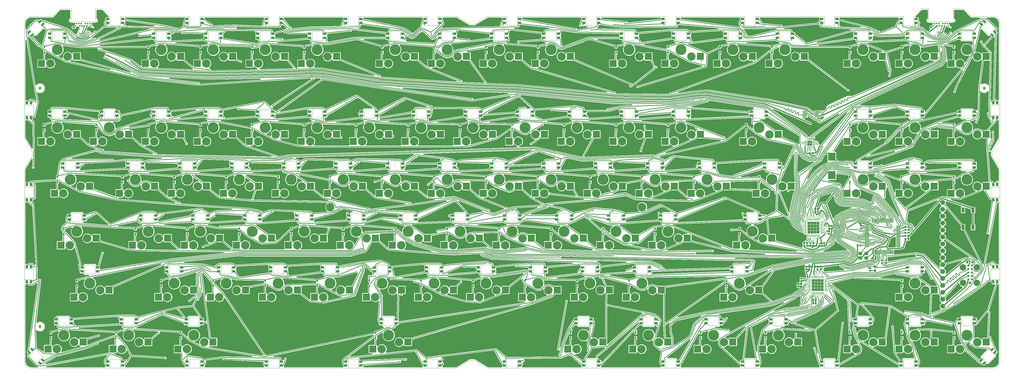
<source format=gbl>
%FSLAX46Y46*%
%OFA0.000000B0.000000*%
%SFA1B1*%
%MOMM*%
%AMFRECTNOHOLE11*
21,1,0.6000,0.6500,0.0000,0.0000,0*
%
%AMFRECTNOHOLE12*
21,1,1.1000,1.1000,0.0000,0.0000,0*
%
%AMFRECTNOHOLE13*
21,1,1.2446,0.8000,0.0000,0.0000,0*
%
%AMFRECTNOHOLE14*
21,1,1.2446,0.8000,0.0000,0.0000,45*
%
%AMFRECTNOHOLE15*
21,1,1.2446,0.8000,0.0000,0.0000,315*
%
%AMFRECTNOHOLE16*
21,1,0.8000,1.2446,0.0000,0.0000,0*
%
%AMFRECTNOHOLE17*
21,1,1.2446,0.8000,0.0000,0.0000,225*
%
%AMFRECTNOHOLE18*
21,1,1.2446,0.8000,0.0000,0.0000,135*
%
%AMFRECTNOHOLE19*
21,1,0.7976,0.7976,0.0000,0.0000,0*
%
%AMFRECTNOHOLE20*
21,1,1.1000,1.8000,0.0000,0.0000,0*
%
%AMFRECTNOHOLE21*
21,1,1.5000,0.3000,0.0000,0.0000,0*
%
%AMFRECTNOHOLE22*
21,1,0.3000,1.5000,0.0000,0.0000,0*
%
%AMFRECTNOHOLE23*
21,1,1.4500,0.3000,0.0000,0.0000,0*
%
%AMFRECTNOHOLE24*
21,1,1.4000,1.2000,0.0000,0.0000,0*
%
%AMFRECTNOHOLE25*
21,1,0.5000,0.8000,0.0000,0.0000,0*
%
%AMFRECTNOHOLE26*
21,1,0.9000,0.9000,0.0000,0.0000,0*
%
%AMFRECTNOHOLE27*
21,1,0.8000,0.2000,0.0000,0.0000,0*
%
%AMFRECTNOHOLE28*
21,1,0.2000,0.8000,0.0000,0.0000,0*
%
%AMFRECTNOHOLE29*
21,1,0.6500,0.6000,0.0000,0.0000,0*
%
%AMFRECTNOHOLE30*
21,1,2.7000,2.9490,0.0000,0.0000,0*
%
%AMFRECTNOHOLE31*
21,1,2.5400,2.5400,0.0000,0.0000,0*
%
%AMFRECTNOHOLE32*
21,1,0.7500,0.2000,0.0000,0.0000,0*
%
%AMFRECTNOHOLE33*
21,1,0.2000,0.7500,0.0000,0.0000,0*
%
%ADD11FRECTNOHOLE11*%
%ADD12FRECTNOHOLE12*%
%ADD13FRECTNOHOLE13*%
%ADD14FRECTNOHOLE14*%
%ADD15FRECTNOHOLE15*%
%ADD16FRECTNOHOLE16*%
%ADD17FRECTNOHOLE17*%
%ADD18FRECTNOHOLE18*%
%ADD19FRECTNOHOLE19*%
%ADD20FRECTNOHOLE20*%
%ADD21FRECTNOHOLE21*%
%ADD22FRECTNOHOLE22*%
%ADD23FRECTNOHOLE23*%
%ADD24FRECTNOHOLE24*%
%ADD25FRECTNOHOLE25*%
%ADD26FRECTNOHOLE26*%
%ADD27FRECTNOHOLE27*%
%ADD28FRECTNOHOLE28*%
%ADD29FRECTNOHOLE29*%
%ADD30FRECTNOHOLE30*%
%ADD31FRECTNOHOLE31*%
%ADD32FRECTNOHOLE32*%
%ADD33FRECTNOHOLE33*%
%ADD34C,0.0000X0.0000*%
%ADD35C,0.0001X0.0000*%
%ADD36C,0.4000X0.0000*%
%ADD37C,0.2159X0.0000*%
%ADD38C,0.4064X0.0000*%
%ADD39C,0.7620X0.0000*%
%ADD40C,0.1016X0.0000*%
%ADD41C,0.6000X0.0000*%
%ADD42C,1.1000X0.0000*%
%ADD43C,0.7000X0.0000*%
%ADD44C,1.0000X0.0000*%
%ADD45C,0.9906X0.0000*%
%ADD46C,2.3748X0.0000*%
%ADD47C,3.9878X0.0000*%
%ADD48C,3.0482X0.0000*%
%ADD49C,1.8000X0.0000*%
%ADD50C,7.0000X0.0000*%
%ADD51C,3.1250X0.0000*%
%ADD52C,0.2032X0.0000*%
%ADD53C,0.7874X0.0000*%
%LNKType-Back277*%
%LPD*%
G36*
X33414900Y-55706200D2*
X33818100Y-55303000D1*
X34536300Y-55005500D1*
X35313700Y-55005500D1*
X36031900Y-55303000D1*
X36581500Y-55852600D1*
X36879000Y-56570800D1*
X36879000Y-57348200D1*
X36581500Y-58066400D1*
X36031900Y-58616000D1*
X35313700Y-58913500D1*
X34536300Y-58913500D1*
X33973800Y-58680500D1*
X34681400Y-61883200D1*
X34695300Y-61946100D1*
X34702200Y-61977700D1*
X34708800Y-62041200D1*
X34708500Y-62072600D1*
X34707300Y-62201400D1*
X34707000Y-62233200D1*
X34699200Y-62296500D1*
X34691600Y-62328000D1*
X34676600Y-62390500D1*
X33509700Y-67232900D1*
X33471600Y-67390000D1*
X33449200Y-67482300D1*
X33347000Y-67641400D1*
X33273000Y-67699500D1*
X33020400Y-67898300D1*
X32946500Y-67956600D1*
X32767800Y-68018600D1*
X32744800Y-68018700D1*
X32672800Y-68018700D1*
X32512000Y-68018700D1*
X32465000Y-68018700D1*
X32465000Y-68258300D1*
X32465000Y-68303000D1*
X32465000Y-68310100D1*
X32465000Y-68349300D1*
X32829200Y-68875200D1*
X32877500Y-68944900D1*
X32901200Y-68979100D1*
X32938100Y-69054100D1*
X32951000Y-69094300D1*
X33002300Y-69255200D1*
X33015000Y-69294500D1*
X33028400Y-69376900D1*
X33028900Y-69419200D1*
X33029900Y-69503700D1*
X33154400Y-79952300D1*
X33157100Y-79955000D1*
X33157100Y-80175600D1*
X33157100Y-80182300D1*
X33157100Y-80187800D1*
X33157100Y-81711800D1*
X33156900Y-81724900D1*
X33157100Y-81944600D1*
X33147000Y-81954700D1*
X32973300Y-85722300D1*
X33051700Y-85800700D1*
X33051700Y-86345100D1*
X32666700Y-86730100D1*
X32122300Y-86730100D1*
X31737300Y-86345100D1*
X31737300Y-85800700D1*
X31849600Y-85688400D1*
X31969900Y-83080800D1*
X29766600Y-86816600D1*
X29766600Y-91328900D1*
X30009600Y-91328900D1*
X30024200Y-91307400D1*
X30158100Y-91201100D1*
X30237400Y-91170400D1*
X30268600Y-91158300D1*
X30873900Y-90922600D1*
X30875700Y-90921900D1*
X30894500Y-90914500D1*
X30911000Y-90908000D1*
X30945600Y-90896900D1*
X30962700Y-90892600D1*
X31006300Y-90881600D1*
X31022800Y-90877400D1*
X31056600Y-90871000D1*
X31074100Y-90868800D1*
X31096700Y-90866000D1*
X32413700Y-90701800D1*
X32431600Y-90699900D1*
X32466300Y-90696700D1*
X32482900Y-90695400D1*
X40678700Y-90183300D1*
X40571000Y-90075600D1*
X40571000Y-89887500D1*
X40571000Y-89087500D1*
X40571000Y-88899400D1*
X40836900Y-88633500D1*
X40924600Y-88633500D1*
X41723900Y-84097100D1*
X41735100Y-84033600D1*
X41743700Y-83985000D1*
X41777800Y-83891700D1*
X41802500Y-83849200D1*
X41866900Y-83738200D1*
X41891900Y-83695100D1*
X41956100Y-83619300D1*
X41993900Y-83587900D1*
X42043500Y-83546700D1*
X43176600Y-82605600D1*
X43255800Y-82539800D1*
X43279300Y-82520200D1*
X43330900Y-82486100D1*
X43358900Y-82471800D1*
X43542500Y-82377800D1*
X43570000Y-82363700D1*
X43627800Y-82341700D1*
X43658200Y-82333800D1*
X43757400Y-82308200D1*
X55079800Y-79368600D1*
X52950100Y-78664800D1*
X52914600Y-78653100D1*
X52887200Y-78644100D1*
X52834300Y-78620400D1*
X52809700Y-78606100D1*
X52745000Y-78568700D1*
X52720200Y-78554300D1*
X52673300Y-78520300D1*
X52651300Y-78500700D1*
X52623400Y-78475700D1*
X49456300Y-75638000D1*
X49410700Y-75638000D1*
X49289200Y-75638000D1*
X47278100Y-75638000D1*
X47090000Y-75638000D1*
X46901900Y-75638000D1*
X46636000Y-75372100D1*
X46636000Y-75224100D1*
X46205600Y-75654500D1*
X45478500Y-75955700D1*
X44691500Y-75955700D1*
X43964400Y-75654500D1*
X43408000Y-75098100D1*
X43106800Y-74371000D1*
X43106800Y-73584000D1*
X43408000Y-72856900D1*
X43964400Y-72300500D1*
X44691500Y-71999300D1*
X45478500Y-71999300D1*
X46205600Y-72300500D1*
X46636000Y-72730900D1*
X46636000Y-72644000D1*
X46636000Y-72455900D1*
X46901900Y-72190000D1*
X47090000Y-72190000D1*
X49630000Y-72190000D1*
X49818100Y-72190000D1*
X50084000Y-72455900D1*
X50084000Y-72644000D1*
X50084000Y-74691200D1*
X52786000Y-77112200D1*
X52786000Y-75247500D1*
X52786000Y-75059400D1*
X53051900Y-74793500D1*
X53240000Y-74793500D1*
X54858500Y-74793500D1*
X54858500Y-73025600D1*
X54858500Y-72837500D1*
X54858500Y-72729500D1*
X54858500Y-72666100D1*
X54858500Y-72604700D1*
X54858500Y-72037500D1*
X54858500Y-71849400D1*
X55124400Y-71583500D1*
X55312500Y-71583500D1*
X55624400Y-71583500D1*
X55812500Y-71583500D1*
X55898000Y-71583500D1*
X55618600Y-71291500D1*
X55542700Y-71291500D1*
X55471700Y-71291500D1*
X55312500Y-71291500D1*
X55124400Y-71291500D1*
X54858500Y-71025600D1*
X54858500Y-70837500D1*
X54858500Y-70674900D1*
X43075000Y-69775700D1*
X43350200Y-70050900D1*
X43722900Y-70950600D1*
X43722900Y-71924400D1*
X43350200Y-72824100D1*
X42661600Y-73512700D1*
X41761900Y-73885400D1*
X40788100Y-73885400D1*
X39888400Y-73512700D1*
X39199800Y-72824100D1*
X38827100Y-71924400D1*
X38827100Y-70950600D1*
X39177600Y-70104500D1*
X37089500Y-70616100D1*
X37089500Y-70837500D1*
X37089500Y-71025600D1*
X36823600Y-71291500D1*
X36635500Y-71291500D1*
X36135500Y-71291500D1*
X35947400Y-71291500D1*
X35681500Y-71025600D1*
X35681500Y-70837500D1*
X35681500Y-70037500D1*
X35681500Y-69849400D1*
X35947400Y-69583500D1*
X36135500Y-69583500D1*
X36294700Y-69583500D1*
X36366300Y-69583500D1*
X36447400Y-69583500D1*
X36527500Y-69583500D1*
X36580600Y-69583500D1*
X39032300Y-68982700D1*
X39022600Y-68978300D1*
X38860900Y-68904000D1*
X38812500Y-68881800D1*
X38725200Y-68819500D1*
X38688600Y-68781000D1*
X38565300Y-68651600D1*
X38528500Y-68613000D1*
X38470500Y-68522800D1*
X38450400Y-68472600D1*
X38384000Y-68306600D1*
X38367200Y-68264700D1*
X38343800Y-68241300D1*
X38343800Y-68151000D1*
X38343800Y-68097900D1*
X38343800Y-68008500D1*
X38343800Y-67961500D1*
X37871400Y-67961500D1*
X37683300Y-67961500D1*
X37417400Y-67695600D1*
X37417400Y-67507500D1*
X37417400Y-66707500D1*
X37417400Y-66519400D1*
X37579300Y-66357500D1*
X37417400Y-66195600D1*
X37417400Y-66007500D1*
X37417400Y-65207500D1*
X37417400Y-65019400D1*
X37683300Y-64753500D1*
X37871400Y-64753500D1*
X38343800Y-64753500D1*
X38343800Y-64707100D1*
X38343700Y-64615200D1*
X38343700Y-64560100D1*
X38343800Y-64473700D1*
X38364900Y-64452600D1*
X38365200Y-64451000D1*
X38386300Y-64400100D1*
X38456800Y-64229400D1*
X38477800Y-64178300D1*
X38539500Y-64085800D1*
X38578500Y-64046800D1*
X38709000Y-63916100D1*
X38748000Y-63877000D1*
X38840400Y-63815200D1*
X38891300Y-63794100D1*
X39061900Y-63723300D1*
X39112600Y-63702300D1*
X39221600Y-63680400D1*
X39276700Y-63680400D1*
X39369400Y-63680300D1*
X42947200Y-63680300D1*
X43180000Y-63680300D1*
X43188700Y-63680300D1*
X43421500Y-63680300D1*
X43438600Y-63697400D1*
X56938900Y-64753500D1*
X57029400Y-64753500D1*
X57102300Y-64753500D1*
X57863300Y-64753500D1*
X57863300Y-64475900D1*
X58189400Y-64149800D1*
X58650600Y-64149800D1*
X61999400Y-64149800D1*
X62460600Y-64149800D1*
X62786700Y-64475900D1*
X62786700Y-64753500D1*
X63540500Y-64753500D1*
X63728600Y-64753500D1*
X63916700Y-64753500D1*
X64182600Y-65019400D1*
X64182600Y-65207500D1*
X64182600Y-65395600D1*
X64182600Y-65507900D1*
X64187000Y-65511300D1*
X64226800Y-65558900D1*
X64241200Y-65576200D1*
X64242200Y-65577300D1*
X64838500Y-66286100D1*
X77203800Y-63713700D1*
X77237200Y-63680300D1*
X77431800Y-63680300D1*
X77446500Y-63680300D1*
X77470000Y-63680300D1*
X81279400Y-63680300D1*
X81371300Y-63680200D1*
X81426400Y-63680200D1*
X81512800Y-63680300D1*
X81533900Y-63701400D1*
X81535500Y-63701700D1*
X81586400Y-63722800D1*
X81757100Y-63793300D1*
X81808200Y-63814300D1*
X81900700Y-63876000D1*
X81939700Y-63915000D1*
X82070400Y-64045500D1*
X82109500Y-64084500D1*
X82171300Y-64176900D1*
X82192400Y-64227800D1*
X82263200Y-64398400D1*
X82284200Y-64449100D1*
X82306100Y-64558100D1*
X82306100Y-64613200D1*
X82306200Y-64705900D1*
X82306200Y-64753500D1*
X82590500Y-64753500D1*
X82597600Y-64753500D1*
X82670600Y-64753500D1*
X82758300Y-64753500D1*
X94975700Y-63682000D1*
X94977100Y-63681900D1*
X94987900Y-63680900D1*
X95013400Y-63679200D1*
X95038100Y-63678100D1*
X95063100Y-63677500D1*
X95075900Y-63677500D1*
X100330200Y-63680300D1*
X100383600Y-63680300D1*
X100415900Y-63680300D1*
X100480200Y-63687700D1*
X100511800Y-63695100D1*
X100616400Y-63719600D1*
X100648300Y-63727100D1*
X100709300Y-63749100D1*
X100738300Y-63763500D1*
X100786100Y-63787300D1*
X101842600Y-64311500D1*
X116700300Y-61468500D1*
X116831700Y-61443200D1*
X116896100Y-61430800D1*
X117028000Y-61436500D1*
X117091500Y-61454500D1*
X117349600Y-61527800D1*
X117412900Y-61545800D1*
X117527300Y-61609700D1*
X117576000Y-61654300D1*
X117675200Y-61745300D1*
X119332400Y-63268800D1*
X119332400Y-63227800D1*
X119717400Y-62842800D1*
X119964900Y-62842800D1*
X133951100Y-53605100D1*
X93040500Y-56269700D1*
X93015600Y-56271400D1*
X93002500Y-56272200D1*
X92976900Y-56272700D1*
X92964200Y-56272400D1*
X92912900Y-56271100D1*
X92899900Y-56270800D1*
X92873500Y-56268900D1*
X92860800Y-56267400D1*
X92834700Y-56264300D1*
X71751300Y-53775100D1*
X71653700Y-53763700D1*
X71625700Y-53759700D1*
X71424400Y-53725700D1*
X71396400Y-53720200D1*
X71298900Y-53698600D1*
X44557100Y-47793000D1*
X44435300Y-47766200D1*
X44417000Y-47762100D1*
X44380300Y-47751400D1*
X44362800Y-47745000D1*
X44124400Y-47657700D1*
X44106500Y-47651100D1*
X44072400Y-47636000D1*
X44055900Y-47627300D1*
X43943200Y-47568000D1*
X39914100Y-45443600D1*
X39903800Y-45438100D1*
X39821500Y-45392500D1*
X39812100Y-45387200D1*
X37216500Y-43883200D1*
X37216500Y-44262500D1*
X37216500Y-44450600D1*
X36950600Y-44716500D1*
X36932500Y-44716500D1*
X36932500Y-46232900D1*
X37184000Y-46484400D1*
X37184000Y-46672500D1*
X37184000Y-46695900D1*
X37614400Y-46265500D1*
X38341500Y-45964300D1*
X39128500Y-45964300D1*
X39855600Y-46265500D1*
X40412000Y-46821900D1*
X40713200Y-47549000D1*
X40713200Y-48336000D1*
X40412000Y-49063100D1*
X39855600Y-49619500D1*
X39128500Y-49920700D1*
X38341500Y-49920700D1*
X37614400Y-49619500D1*
X37184000Y-49189100D1*
X37184000Y-49212500D1*
X37184000Y-49400600D1*
X36918100Y-49666500D1*
X36730000Y-49666500D1*
X34378100Y-49666500D1*
X34190000Y-49666500D1*
X34001900Y-49666500D1*
X33736000Y-49400600D1*
X33736000Y-49212500D1*
X33736000Y-49024400D1*
X33736000Y-46672500D1*
X33736000Y-46484400D1*
X34001900Y-46218500D1*
X34190000Y-46218500D1*
X35808500Y-46218500D1*
X35808500Y-44450600D1*
X35808500Y-44262500D1*
X35808500Y-44154500D1*
X35808500Y-44091100D1*
X35808500Y-44029700D1*
X35808500Y-43462500D1*
X35808500Y-43274400D1*
X35939600Y-43143300D1*
X35798400Y-43061500D1*
X35777600Y-43049400D1*
X35761800Y-43040200D1*
X35731700Y-43020000D1*
X35717700Y-43009200D1*
X35680100Y-42980300D1*
X35665100Y-42968800D1*
X35637100Y-42944100D1*
X35624000Y-42930900D1*
X35606500Y-42913300D1*
X35008300Y-42310300D1*
X34991400Y-42293300D1*
X34982200Y-42284100D1*
X34965800Y-42265900D1*
X34957600Y-42256100D1*
X34926700Y-42218900D1*
X34919300Y-42210000D1*
X34905600Y-42192000D1*
X34899400Y-42183200D1*
X34885400Y-42163300D1*
X34884200Y-42161600D1*
X34783400Y-42017100D1*
X34671200Y-42129300D1*
X34126800Y-42129300D1*
X33741800Y-41744300D1*
X33741800Y-41592800D1*
X30725200Y-38375000D1*
X33414900Y-55706200D1*
X33414900Y-55706200D1*
G37*
%LNKType-Back278*%
%LPC*%
G36*
X35681500Y-72666100D2*
X35681500Y-72604700D1*
X35681500Y-72037500D1*
X35681500Y-71849400D1*
X35947400Y-71583500D1*
X36135500Y-71583500D1*
X36447400Y-71583500D1*
X36635500Y-71583500D1*
X36823600Y-71583500D1*
X37089500Y-71849400D1*
X37089500Y-72037500D1*
X37089500Y-72225600D1*
X37089500Y-72837500D1*
X37089500Y-73025600D1*
X36823600Y-73291500D1*
X36805500Y-73291500D1*
X36805500Y-74793500D1*
X36918100Y-74793500D1*
X37184000Y-75059400D1*
X37184000Y-75247500D1*
X37184000Y-75270900D1*
X37614400Y-74840500D1*
X38341500Y-74539300D1*
X39128500Y-74539300D1*
X39855600Y-74840500D1*
X40412000Y-75396900D1*
X40713200Y-76124000D1*
X40713200Y-76911000D1*
X40412000Y-77638100D1*
X39855600Y-78194500D1*
X39128500Y-78495700D1*
X38341500Y-78495700D1*
X37614400Y-78194500D1*
X37184000Y-77764100D1*
X37184000Y-77787500D1*
X37184000Y-77975600D1*
X36918100Y-78241500D1*
X36730000Y-78241500D1*
X34378100Y-78241500D1*
X34190000Y-78241500D1*
X34001900Y-78241500D1*
X33736000Y-77975600D1*
X33736000Y-77787500D1*
X33736000Y-77599400D1*
X33736000Y-75247500D1*
X33736000Y-75059400D1*
X34001900Y-74793500D1*
X34190000Y-74793500D1*
X35681500Y-74793500D1*
X35681500Y-73025600D1*
X35681500Y-72837500D1*
X35681500Y-72729500D1*
X35681500Y-72666100D1*
G37*
%LNKType-Back279*%
%LPD*%
G36*
X32465000Y-98409100D2*
X32465000Y-98457300D1*
X32820700Y-99013600D1*
X32860300Y-99075400D1*
X32880100Y-99106300D1*
X32911100Y-99172100D1*
X32922200Y-99206700D1*
X32967100Y-99346500D1*
X32978200Y-99381500D1*
X32991300Y-99453000D1*
X32993200Y-99489300D1*
X32997000Y-99562200D1*
X34198500Y-122457900D1*
X34199200Y-122474700D1*
X34200000Y-122510100D1*
X34200100Y-122528500D1*
X34156300Y-126813400D1*
X34389600Y-126965000D1*
X34562000Y-126792600D1*
X35106400Y-126792600D1*
X35491400Y-127177600D1*
X35491400Y-127722000D1*
X35407100Y-127806300D1*
X35409500Y-127885900D1*
X35410600Y-127921000D1*
X35411000Y-127930900D1*
X35410900Y-127950500D1*
X35410500Y-127960300D1*
X35407700Y-128032600D1*
X35404800Y-128071600D1*
X35400900Y-128107500D1*
X33795500Y-142828100D1*
X33818100Y-142805500D1*
X34536300Y-142508000D1*
X35313700Y-142508000D1*
X36031900Y-142805500D1*
X36581500Y-143355100D1*
X36879000Y-144073300D1*
X36879000Y-144850700D1*
X36581500Y-145568900D1*
X36031900Y-146118500D1*
X35313700Y-146416000D1*
X34536300Y-146416000D1*
X33818100Y-146118500D1*
X33677700Y-145978100D1*
X33891900Y-152039000D1*
X36117200Y-153460700D1*
X36117200Y-151448000D1*
X36117200Y-151259900D1*
X36383100Y-150994000D1*
X36571200Y-150994000D1*
X38189800Y-150994000D1*
X38189800Y-149226100D1*
X38189800Y-149038000D1*
X38189800Y-148930000D1*
X38189800Y-148866600D1*
X38189800Y-148805200D1*
X38189800Y-148238000D1*
X38189800Y-148049900D1*
X38455700Y-147784000D1*
X38643800Y-147784000D1*
X38955700Y-147784000D1*
X39143800Y-147784000D1*
X39331900Y-147784000D1*
X39597800Y-148049900D1*
X39597800Y-148238000D1*
X39597800Y-148426100D1*
X39597800Y-149038000D1*
X39597800Y-149226100D1*
X39331900Y-149492000D1*
X39313800Y-149492000D1*
X39313800Y-151008500D1*
X39565200Y-151259900D1*
X39565200Y-151448000D1*
X39565200Y-151471400D1*
X39995600Y-151041000D1*
X40722700Y-150739800D1*
X41509700Y-150739800D1*
X42236800Y-151041000D1*
X42793200Y-151597400D1*
X43094400Y-152324500D1*
X43094400Y-153111500D1*
X42885500Y-153615800D1*
X49537000Y-151838500D1*
X49471200Y-151838500D1*
X49283100Y-151838500D1*
X49017200Y-151572600D1*
X49017200Y-151424600D1*
X48586800Y-151855000D1*
X47859700Y-152156200D1*
X47072700Y-152156200D1*
X46345600Y-151855000D1*
X45789200Y-151298600D1*
X45488000Y-150571500D1*
X45488000Y-149784500D1*
X45789200Y-149057400D1*
X46345600Y-148501000D1*
X47072700Y-148199800D1*
X47859700Y-148199800D1*
X48586800Y-148501000D1*
X49017200Y-148931400D1*
X49017200Y-148844500D1*
X49017200Y-148656400D1*
X49283100Y-148390500D1*
X49471200Y-148390500D1*
X51670400Y-148390500D1*
X51790900Y-148390500D1*
X51903200Y-148390500D1*
X51949700Y-148390500D1*
X55862800Y-147314900D1*
X56068500Y-147109200D1*
X56612900Y-147109200D1*
X56997900Y-147494200D1*
X56997900Y-148038600D1*
X56612900Y-148423600D1*
X56070200Y-148423600D1*
X52465200Y-149414500D1*
X52465200Y-150970900D1*
X55334700Y-149732800D1*
X55335900Y-149732200D1*
X55345000Y-149728300D1*
X55362800Y-149721100D1*
X55382100Y-149713600D1*
X55400300Y-149706900D1*
X55410600Y-149703300D1*
X55411900Y-149702800D1*
X62144300Y-147368200D1*
X62002200Y-147226100D1*
X62002200Y-147038000D1*
X62002200Y-146883300D1*
X45421500Y-145941500D1*
X45731400Y-146251400D1*
X46104100Y-147151100D1*
X46104100Y-148124900D1*
X45731400Y-149024600D1*
X45042800Y-149713200D1*
X44143100Y-150085900D1*
X43169300Y-150085900D1*
X42269600Y-149713200D1*
X41581000Y-149024600D1*
X41208300Y-148124900D1*
X41208300Y-147151100D1*
X41552700Y-146319600D1*
X39597800Y-146814200D1*
X39597800Y-147038000D1*
X39597800Y-147226100D1*
X39331900Y-147492000D1*
X39143800Y-147492000D1*
X38643800Y-147492000D1*
X38455700Y-147492000D1*
X38189800Y-147226100D1*
X38189800Y-147038000D1*
X38189800Y-146238000D1*
X38189800Y-146049900D1*
X38455700Y-145784000D1*
X38643800Y-145784000D1*
X38803000Y-145784000D1*
X38874600Y-145784000D1*
X38955700Y-145784000D1*
X39035800Y-145784000D1*
X39087400Y-145784000D1*
X41434700Y-145190100D1*
X41267800Y-145121200D1*
X41216700Y-145100200D1*
X41124200Y-145038500D1*
X41085200Y-144999500D1*
X40954500Y-144869000D1*
X40915400Y-144830000D1*
X40853600Y-144737600D1*
X40832500Y-144686700D1*
X40761700Y-144516100D1*
X40740700Y-144465400D1*
X40718800Y-144356400D1*
X40718800Y-144301300D1*
X40718700Y-144208600D1*
X40718700Y-144162000D1*
X40252600Y-144162000D1*
X40064500Y-144162000D1*
X39798600Y-143896100D1*
X39798600Y-143708000D1*
X39798600Y-142908000D1*
X39798600Y-142719900D1*
X39960500Y-142558000D1*
X39798600Y-142396100D1*
X39798600Y-142208000D1*
X39798600Y-141408000D1*
X39798600Y-141219900D1*
X40064500Y-140954000D1*
X40252600Y-140954000D1*
X40528300Y-140954000D1*
X40528300Y-140729400D1*
X40913300Y-140344400D1*
X41457700Y-140344400D1*
X41488500Y-140375100D1*
X41514300Y-140349300D1*
X41975500Y-140349300D1*
X45337000Y-140349300D1*
X45798200Y-140349300D1*
X46124300Y-140675400D1*
X46124300Y-140954000D1*
X46871700Y-140954000D1*
X46878800Y-140954000D1*
X46951800Y-140954000D1*
X47043000Y-140954000D1*
X47049700Y-140954000D1*
X63817800Y-139917600D1*
X63828000Y-139917000D1*
X63850900Y-139916000D1*
X63863400Y-139915600D1*
X65319800Y-139884600D1*
X65324600Y-139879800D1*
X65535500Y-139880000D1*
X65541800Y-139879900D1*
X65551700Y-139879800D1*
X65557400Y-139879800D1*
X69380000Y-139879800D1*
X69434500Y-139879800D1*
X69467400Y-139879800D1*
X69612800Y-139879800D1*
X69647800Y-139914800D1*
X69669600Y-139920000D1*
X69701200Y-139927400D1*
X69763000Y-139949900D1*
X69792000Y-139964500D1*
X69840700Y-139989000D1*
X70860700Y-140501400D1*
X79174300Y-138345200D1*
X79177600Y-138344400D1*
X79195000Y-138340000D1*
X79201100Y-138338400D1*
X85256800Y-136879000D1*
X85258200Y-136878700D1*
X85276900Y-136874200D1*
X85287600Y-136871600D1*
X85308800Y-136867300D1*
X85319400Y-136865600D1*
X85360400Y-136858900D1*
X85371100Y-136857100D1*
X85391500Y-136854500D1*
X85402300Y-136853600D1*
X85421400Y-136851900D1*
X85423000Y-136851800D1*
X90585100Y-136387900D1*
X91605800Y-134225700D1*
X90363300Y-135218500D1*
X90363300Y-135296400D1*
X89978300Y-135681400D1*
X89433900Y-135681400D1*
X89048900Y-135296400D1*
X89048900Y-134752000D1*
X89433900Y-134367000D1*
X89628300Y-134367000D1*
X91603900Y-132788500D1*
X90140600Y-132788500D1*
X89952500Y-132788500D1*
X89764400Y-132788500D1*
X89498500Y-132522600D1*
X89498500Y-132374600D1*
X89068100Y-132805000D1*
X88341000Y-133106200D1*
X87554000Y-133106200D1*
X86826900Y-132805000D1*
X86270500Y-132248600D1*
X85969300Y-131521500D1*
X85969300Y-130734500D1*
X86270500Y-130007400D1*
X86826900Y-129451000D1*
X87554000Y-129149800D1*
X88341000Y-129149800D1*
X89068100Y-129451000D1*
X89498500Y-129881400D1*
X89498500Y-129794500D1*
X89498500Y-129606400D1*
X89764400Y-129340500D1*
X89952500Y-129340500D1*
X91810200Y-129340500D1*
X91810200Y-125778600D1*
X91810200Y-125434500D1*
X91810200Y-125379700D1*
X91810200Y-125313000D1*
X91810200Y-125201700D1*
X91894900Y-125117000D1*
X91936500Y-125015400D1*
X91957600Y-124964200D1*
X92017800Y-124873000D1*
X92056500Y-124833800D1*
X92091500Y-124798300D1*
X86498100Y-126583000D1*
X86444800Y-126600100D1*
X86428100Y-126605400D1*
X86394800Y-126613900D1*
X86378400Y-126617000D1*
X86267800Y-126638100D1*
X86251700Y-126641300D1*
X86217600Y-126645700D1*
X86201000Y-126646800D1*
X86146000Y-126650600D1*
X85693300Y-126682000D1*
X86212700Y-127201400D1*
X86585400Y-128101100D1*
X86585400Y-129074900D1*
X86212700Y-129974600D1*
X85524100Y-130663200D1*
X84624400Y-131035900D1*
X83650600Y-131035900D1*
X82750900Y-130663200D1*
X82062300Y-129974600D1*
X81689600Y-129074900D1*
X81689600Y-128101100D1*
X82032900Y-127272400D1*
X80079000Y-127764600D1*
X80079000Y-127988000D1*
X80079000Y-128176100D1*
X79813100Y-128442000D1*
X79625000Y-128442000D1*
X79125000Y-128442000D1*
X78936900Y-128442000D1*
X78671000Y-128176100D1*
X78671000Y-127988000D1*
X78671000Y-127188000D1*
X78671000Y-126999900D1*
X78936900Y-126734000D1*
X79125000Y-126734000D1*
X79284200Y-126734000D1*
X79355800Y-126734000D1*
X79436900Y-126734000D1*
X79517000Y-126734000D1*
X79568500Y-126734000D1*
X81873300Y-126153400D1*
X81658900Y-126008900D1*
X81562600Y-125943900D1*
X81505600Y-125905500D1*
X81413200Y-125802900D1*
X81380800Y-125742000D1*
X81272100Y-125537600D1*
X81239700Y-125476600D1*
X81222300Y-125406800D1*
X81206300Y-125390800D1*
X81206300Y-125342700D1*
X81206300Y-125273700D1*
X81206300Y-125158000D1*
X81206300Y-125112000D1*
X80733900Y-125112000D1*
X80545800Y-125112000D1*
X80279900Y-124846100D1*
X80279900Y-124658000D1*
X80279900Y-123858000D1*
X80279900Y-123669900D1*
X80441800Y-123508000D1*
X80279900Y-123346100D1*
X80279900Y-123158000D1*
X80279900Y-122358000D1*
X80279900Y-122306000D1*
X61990200Y-130327000D1*
X61990200Y-132334500D1*
X61990200Y-132522600D1*
X61724300Y-132788500D1*
X61536200Y-132788500D1*
X59184300Y-132788500D1*
X58996200Y-132788500D1*
X58808100Y-132788500D1*
X58542200Y-132522600D1*
X58542200Y-132374600D1*
X58111800Y-132805000D1*
X57384700Y-133106200D1*
X56597700Y-133106200D1*
X55870600Y-132805000D1*
X55314200Y-132248600D1*
X55013000Y-131521500D1*
X55013000Y-130734500D1*
X55314200Y-130007400D1*
X55870600Y-129451000D1*
X56597700Y-129149800D1*
X57384700Y-129149800D1*
X58111800Y-129451000D1*
X58542200Y-129881400D1*
X58542200Y-129794500D1*
X58542200Y-129606400D1*
X58808100Y-129340500D1*
X58996200Y-129340500D1*
X61195400Y-129340500D1*
X61315900Y-129340500D1*
X61428200Y-129340500D1*
X61441000Y-129340500D1*
X79005000Y-121637700D1*
X54521100Y-126493500D1*
X54567800Y-126512800D1*
X55256400Y-127201400D1*
X55629100Y-128101100D1*
X55629100Y-129074900D1*
X55256400Y-129974600D1*
X54567800Y-130663200D1*
X53668100Y-131035900D1*
X52694300Y-131035900D1*
X51794600Y-130663200D1*
X51106000Y-129974600D1*
X50733300Y-129074900D1*
X50733300Y-128101100D1*
X51066900Y-127295700D1*
X49091000Y-127823200D1*
X49091000Y-128051000D1*
X49091000Y-128239100D1*
X48825100Y-128505000D1*
X48637000Y-128505000D1*
X48137000Y-128505000D1*
X47948900Y-128505000D1*
X47683000Y-128239100D1*
X47683000Y-128051000D1*
X47683000Y-127251000D1*
X47683000Y-127062900D1*
X47948900Y-126797000D1*
X48137000Y-126797000D1*
X48367800Y-126797000D1*
X48404200Y-126797000D1*
X48448900Y-126797000D1*
X48529000Y-126797000D1*
X48577200Y-126797000D1*
X52428500Y-125768800D1*
X52446400Y-125764400D1*
X52595800Y-125729700D1*
X52613600Y-125725800D1*
X52669600Y-125714700D1*
X51513200Y-125714700D1*
X51052000Y-125714700D1*
X50725900Y-125388600D1*
X50725900Y-125112000D1*
X49777600Y-125112000D1*
X49589500Y-125112000D1*
X49323600Y-124846100D1*
X49323600Y-124658000D1*
X49323600Y-124359400D1*
X49302100Y-124344800D1*
X49195800Y-124210900D1*
X49165100Y-124131600D1*
X49153000Y-124100400D1*
X48917000Y-123494300D1*
X48916600Y-123493300D1*
X48908700Y-123473100D1*
X48902300Y-123456800D1*
X48891200Y-123422200D1*
X48886900Y-123405100D1*
X48875800Y-123360900D1*
X48871400Y-123343300D1*
X48864900Y-123307600D1*
X48862800Y-123290100D1*
X48860100Y-123267300D1*
X48744100Y-122301400D1*
X48603300Y-122160600D1*
X48603300Y-121616200D1*
X48988300Y-121231200D1*
X49082000Y-121231200D1*
X47559900Y-115728800D1*
X47555800Y-115738600D1*
X46999400Y-116295000D1*
X46272300Y-116596200D1*
X45485300Y-116596200D1*
X44758200Y-116295000D1*
X44327800Y-115864600D1*
X44327800Y-115888000D1*
X44327800Y-116076100D1*
X44061900Y-116342000D1*
X43873800Y-116342000D1*
X41521900Y-116342000D1*
X41333800Y-116342000D1*
X41145700Y-116342000D1*
X40879800Y-116076100D1*
X40879800Y-115888000D1*
X40879800Y-115699900D1*
X40879800Y-113348000D1*
X40879800Y-113159900D1*
X41145700Y-112894000D1*
X41333800Y-112894000D1*
X42952200Y-112894000D1*
X42952200Y-111126100D1*
X42952200Y-110938000D1*
X42952200Y-110830000D1*
X42952200Y-110766600D1*
X42952200Y-110705200D1*
X42952200Y-110138000D1*
X42952200Y-109949900D1*
X43075100Y-109827000D1*
X42895700Y-109708100D1*
X42819400Y-109657500D1*
X42761400Y-109619100D1*
X42667800Y-109516300D1*
X42634700Y-109454600D1*
X42548800Y-109294300D1*
X42515900Y-109232800D1*
X42506400Y-109195000D1*
X42482200Y-109170800D1*
X42482200Y-109097900D1*
X42482200Y-109028900D1*
X42482200Y-108938000D1*
X42482200Y-108370800D1*
X42482200Y-108062900D1*
X42482200Y-108005400D1*
X42482200Y-107905200D1*
X42482200Y-107830100D1*
X42571200Y-107741100D1*
X42588500Y-107701200D1*
X42611600Y-107647900D1*
X42678000Y-107553800D1*
X42720400Y-107514100D1*
X42775100Y-107463100D1*
X44215000Y-106116700D1*
X44144100Y-105916200D1*
X44133800Y-105887100D1*
X44131800Y-105881400D1*
X44091200Y-105840800D1*
X44091200Y-105662600D1*
X44091200Y-105639000D1*
X44091200Y-105608000D1*
X44091200Y-105040800D1*
X44091200Y-104774500D1*
X44091100Y-104748700D1*
X44091200Y-104575200D1*
X44091200Y-104541700D1*
X44150400Y-104482500D1*
X44154200Y-104472700D1*
X44390600Y-103865600D1*
X44402700Y-103834400D1*
X44433400Y-103755200D1*
X44539700Y-103621300D1*
X44561200Y-103606600D1*
X44561200Y-103308000D1*
X44561200Y-103119900D1*
X44827100Y-102854000D1*
X45015200Y-102854000D1*
X45955800Y-102854000D1*
X45955800Y-102575400D1*
X46281900Y-102249300D1*
X46743100Y-102249300D1*
X50094400Y-102249300D1*
X50555600Y-102249300D1*
X50881700Y-102575400D1*
X50881700Y-102854000D1*
X51481600Y-102854000D1*
X51634300Y-102854000D1*
X51641400Y-102854000D1*
X51714400Y-102854000D1*
X51756700Y-102854000D1*
X54956700Y-101906900D1*
X55097900Y-101865100D1*
X55167000Y-101844700D1*
X55310900Y-101840000D1*
X55381100Y-101855800D1*
X55668300Y-101920600D1*
X55738700Y-101936500D1*
X55866600Y-102002600D1*
X55920200Y-102050700D1*
X56029500Y-102148900D1*
X60688100Y-106325400D1*
X60721700Y-106325400D1*
X72338500Y-101848500D1*
X72378600Y-101833000D1*
X72402500Y-101823800D1*
X72441900Y-101812600D1*
X72474700Y-101779800D1*
X72637800Y-101780000D1*
X72663300Y-101779900D1*
X72706200Y-101779800D1*
X72707500Y-101779800D1*
X76517500Y-101779800D1*
X76575300Y-101779800D1*
X76610300Y-101779800D1*
X76750300Y-101779800D1*
X76785800Y-101815300D1*
X76824200Y-101825000D1*
X76858300Y-101833600D1*
X76923300Y-101859000D1*
X76953500Y-101875300D1*
X77004300Y-101902700D1*
X77988100Y-102432200D1*
X93494500Y-100656800D1*
X93582100Y-100646800D1*
X85929400Y-100156300D1*
X85923400Y-100155800D1*
X85916700Y-100155300D1*
X63018400Y-98418700D1*
X62998200Y-98417100D1*
X62959500Y-98412800D1*
X62919500Y-98406900D1*
X62882000Y-98400000D1*
X62862700Y-98395800D1*
X62861500Y-98395600D1*
X49322300Y-95418600D1*
X49199900Y-95391800D1*
X49181800Y-95387900D1*
X49145000Y-95377200D1*
X49127500Y-95370800D1*
X48889000Y-95283800D1*
X48871300Y-95277300D1*
X48836300Y-95261800D1*
X48819800Y-95253100D1*
X48706000Y-95193200D1*
X44676600Y-93068600D1*
X44670500Y-93065400D1*
X44624100Y-93040200D1*
X44619100Y-93037400D1*
X41979000Y-91568800D1*
X41979000Y-91887500D1*
X41979000Y-92075600D1*
X41713100Y-92341500D1*
X41695000Y-92341500D1*
X41695000Y-93857900D1*
X41946500Y-94109400D1*
X41946500Y-94297500D1*
X41946500Y-94320900D1*
X42376900Y-93890500D1*
X43104000Y-93589300D1*
X43891000Y-93589300D1*
X44618100Y-93890500D1*
X45174500Y-94446900D1*
X45475700Y-95174000D1*
X45475700Y-95961000D1*
X45174500Y-96688100D1*
X44618100Y-97244500D1*
X43891000Y-97545700D1*
X43104000Y-97545700D1*
X42376900Y-97244500D1*
X41946500Y-96814100D1*
X41946500Y-96837500D1*
X41946500Y-97025600D1*
X41680600Y-97291500D1*
X41492500Y-97291500D1*
X39140600Y-97291500D1*
X38952500Y-97291500D1*
X38764400Y-97291500D1*
X38498500Y-97025600D1*
X38498500Y-96837500D1*
X38498500Y-96649400D1*
X38498500Y-94297500D1*
X38498500Y-94109400D1*
X38764400Y-93843500D1*
X38952500Y-93843500D1*
X40571000Y-93843500D1*
X40571000Y-92075600D1*
X40571000Y-91887500D1*
X40571000Y-91779500D1*
X40571000Y-91716100D1*
X40571000Y-91654700D1*
X40571000Y-91316200D1*
X33210300Y-91776100D1*
X33210300Y-91837700D1*
X33395800Y-92162400D1*
X33432400Y-92226300D1*
X33450600Y-92258200D1*
X33478600Y-92326400D1*
X33487900Y-92361500D1*
X33525800Y-92504400D1*
X33535200Y-92540100D1*
X33544600Y-92612200D1*
X33544600Y-92648500D1*
X33544600Y-92722900D1*
X33538200Y-97092800D1*
X33538100Y-97184800D1*
X33538100Y-97239700D1*
X33516300Y-97348700D1*
X33495200Y-97399600D1*
X33424400Y-97570200D1*
X33403100Y-97621400D1*
X33341200Y-97713800D1*
X33302200Y-97752700D1*
X33171500Y-97883100D1*
X33132000Y-97922300D1*
X33040300Y-97983500D1*
X32989400Y-98004500D1*
X32818700Y-98075100D1*
X32767500Y-98096300D1*
X32658400Y-98117900D1*
X32603300Y-98117800D1*
X32512000Y-98117700D1*
X32465000Y-98117700D1*
X32465000Y-98357300D1*
X32465000Y-98402000D1*
X32465000Y-98409100D1*
X32465000Y-98409100D1*
G37*
%LNKType-Back280*%
%LPC*%
G36*
X47683000Y-129879600D2*
X47683000Y-129818200D1*
X47683000Y-129251000D1*
X47683000Y-129062900D1*
X47948900Y-128797000D1*
X48137000Y-128797000D1*
X48448900Y-128797000D1*
X48637000Y-128797000D1*
X48825100Y-128797000D1*
X49091000Y-129062900D1*
X49091000Y-129251000D1*
X49091000Y-129439100D1*
X49091000Y-130051000D1*
X49091000Y-130239100D1*
X48825100Y-130505000D1*
X48807000Y-130505000D1*
X48807000Y-131944000D1*
X48824300Y-131944000D1*
X49090200Y-132209900D1*
X49090200Y-132398000D1*
X49090200Y-132421400D1*
X49520600Y-131991000D1*
X50247700Y-131689800D1*
X51034700Y-131689800D1*
X51761800Y-131991000D1*
X52318200Y-132547400D1*
X52619400Y-133274500D1*
X52619400Y-134061500D1*
X52318200Y-134788600D1*
X51761800Y-135345000D1*
X51034700Y-135646200D1*
X50247700Y-135646200D1*
X49520600Y-135345000D1*
X49090200Y-134914600D1*
X49090200Y-134938000D1*
X49090200Y-135126100D1*
X48824300Y-135392000D1*
X48636200Y-135392000D1*
X46284300Y-135392000D1*
X46096200Y-135392000D1*
X45908100Y-135392000D1*
X45642200Y-135126100D1*
X45642200Y-134938000D1*
X45642200Y-134749900D1*
X45642200Y-132398000D1*
X45642200Y-132209900D1*
X45908100Y-131944000D1*
X46096200Y-131944000D1*
X47683000Y-131944000D1*
X47683000Y-130239100D1*
X47683000Y-130051000D1*
X47683000Y-129943000D1*
X47683000Y-129879600D1*
G37*
G36*
X78671000Y-129816600D2*
X78671000Y-129755200D1*
X78671000Y-129188000D1*
X78671000Y-128999900D1*
X78936900Y-128734000D1*
X79125000Y-128734000D1*
X79436900Y-128734000D1*
X79625000Y-128734000D1*
X79813100Y-128734000D1*
X80079000Y-128999900D1*
X80079000Y-129188000D1*
X80079000Y-129376100D1*
X80079000Y-129988000D1*
X80079000Y-130176100D1*
X79813100Y-130442000D1*
X79795000Y-130442000D1*
X79795000Y-131958400D1*
X80046500Y-132209900D1*
X80046500Y-132398000D1*
X80046500Y-132421400D1*
X80476900Y-131991000D1*
X81204000Y-131689800D1*
X81991000Y-131689800D1*
X82718100Y-131991000D1*
X83274500Y-132547400D1*
X83575700Y-133274500D1*
X83575700Y-134061500D1*
X83274500Y-134788600D1*
X82718100Y-135345000D1*
X81991000Y-135646200D1*
X81204000Y-135646200D1*
X80476900Y-135345000D1*
X80046500Y-134914600D1*
X80046500Y-134938000D1*
X80046500Y-135126100D1*
X79780600Y-135392000D1*
X79592500Y-135392000D1*
X77240600Y-135392000D1*
X77052500Y-135392000D1*
X76864400Y-135392000D1*
X76598500Y-135126100D1*
X76598500Y-134938000D1*
X76598500Y-134749900D1*
X76598500Y-132398000D1*
X76598500Y-132209900D1*
X76864400Y-131944000D1*
X77052500Y-131944000D1*
X78671000Y-131944000D1*
X78671000Y-130176100D1*
X78671000Y-129988000D1*
X78671000Y-129880000D1*
X78671000Y-129816600D1*
G37*
%LNKType-Back281*%
%LPD*%
G36*
X176557900Y-155426400D2*
X176637900Y-155399900D1*
X176692600Y-155393100D1*
X176783800Y-155381700D1*
X201740800Y-152267000D1*
X201859200Y-152252200D1*
X201917600Y-152245000D1*
X202034400Y-152254800D1*
X202090000Y-152271500D1*
X202317300Y-152339500D1*
X202373400Y-152356200D1*
X202476300Y-152412200D1*
X202520500Y-152449900D1*
X202611200Y-152527100D1*
X205955000Y-155374000D1*
X205988000Y-155373800D1*
X225048400Y-155271000D1*
X224696200Y-154918800D1*
X224696200Y-154374400D1*
X224898700Y-154171900D1*
X225146900Y-153244900D1*
X225066400Y-153325400D1*
X224522000Y-153325400D1*
X224137000Y-152940400D1*
X224137000Y-152396000D1*
X224300500Y-152232500D1*
X227270500Y-135414600D1*
X227237900Y-135382000D1*
X227237900Y-134837600D1*
X227622900Y-134452600D1*
X228167300Y-134452600D1*
X228552300Y-134837600D1*
X228552300Y-135382000D1*
X228388800Y-135545500D1*
X225488300Y-151969700D1*
X225724400Y-151088000D1*
X225730800Y-151064000D1*
X225740400Y-151031800D1*
X225755500Y-150986300D1*
X225766600Y-150955800D1*
X225775700Y-150932900D1*
X227848800Y-145722600D1*
X227857900Y-145699800D1*
X227870400Y-145670900D1*
X227890000Y-145628800D1*
X227904300Y-145600300D1*
X227915000Y-145580400D1*
X228181800Y-145081700D1*
X228190900Y-145065400D1*
X228224400Y-145007500D1*
X228233500Y-144992300D1*
X230183400Y-141854400D1*
X230198300Y-141830400D1*
X230236200Y-141769400D1*
X230298400Y-141710200D1*
X230298400Y-141408000D1*
X230298400Y-141219900D1*
X230564300Y-140954000D1*
X230752400Y-140954000D1*
X231688300Y-140954000D1*
X231688300Y-140675400D1*
X232014400Y-140349300D1*
X232475600Y-140349300D1*
X235837400Y-140349300D1*
X236298600Y-140349300D1*
X236624700Y-140675400D1*
X236624700Y-140954000D1*
X237371500Y-140954000D1*
X237559600Y-140954000D1*
X237747700Y-140954000D1*
X238013600Y-141219900D1*
X238013600Y-141408000D1*
X238013600Y-141596100D1*
X238013600Y-141706600D1*
X238035100Y-141721200D1*
X238141400Y-141855100D1*
X238172100Y-141934400D1*
X238184200Y-141965600D1*
X238420600Y-142572700D1*
X238424400Y-142582500D1*
X238483600Y-142641700D1*
X238483600Y-142675200D1*
X238483600Y-142848000D1*
X238483600Y-142874500D1*
X238483600Y-143140800D1*
X238483600Y-143708000D1*
X238483600Y-143729500D1*
X238483600Y-143746600D1*
X238483600Y-143940800D1*
X238444400Y-143980000D1*
X237397300Y-148272400D1*
X237572500Y-148199800D1*
X238359500Y-148199800D1*
X239086600Y-148501000D1*
X239517000Y-148931400D1*
X239517000Y-148844500D1*
X239517000Y-148656400D1*
X239782900Y-148390500D1*
X239971000Y-148390500D1*
X241826200Y-148390500D1*
X241826200Y-136657100D1*
X241826200Y-136651200D1*
X241826300Y-136641700D1*
X241826400Y-136638100D1*
X241898300Y-132375300D1*
X241468600Y-132805000D1*
X240741500Y-133106200D1*
X239954500Y-133106200D1*
X239227400Y-132805000D1*
X238671000Y-132248600D1*
X238369800Y-131521500D1*
X238369800Y-130734500D1*
X238671000Y-130007400D1*
X239227400Y-129451000D1*
X239954500Y-129149800D1*
X240741500Y-129149800D1*
X241468600Y-129451000D1*
X241884500Y-129866900D1*
X240672300Y-127328500D1*
X240357600Y-127013800D1*
X240357600Y-126975700D1*
X239960800Y-126975700D1*
X239575800Y-126590700D1*
X239575800Y-126451200D1*
X238745600Y-126622900D1*
X238714800Y-126629300D1*
X238677400Y-126635800D1*
X238614400Y-126644500D1*
X238575600Y-126648500D1*
X238545500Y-126650600D1*
X238093700Y-126681900D1*
X238613200Y-127201400D1*
X238985900Y-128101100D1*
X238985900Y-129074900D1*
X238613200Y-129974600D1*
X237924600Y-130663200D1*
X237024900Y-131035900D1*
X236051100Y-131035900D1*
X235151400Y-130663200D1*
X234462800Y-129974600D1*
X234090100Y-129074900D1*
X234090100Y-128101100D1*
X234434600Y-127269600D1*
X232479000Y-127764200D1*
X232479000Y-127988000D1*
X232479000Y-128176100D1*
X232213100Y-128442000D1*
X232025000Y-128442000D1*
X231525000Y-128442000D1*
X231336900Y-128442000D1*
X231071000Y-128176100D1*
X231071000Y-127988000D1*
X231071000Y-127852000D1*
X219775400Y-127701200D1*
X219770200Y-127701100D1*
X219935900Y-128101100D1*
X219935900Y-129074900D1*
X219925100Y-129101000D1*
X220117000Y-128970800D1*
X220145600Y-128951400D1*
X220207700Y-128919700D1*
X220240000Y-128907900D1*
X220678300Y-128748100D1*
X220710500Y-128736300D1*
X220778400Y-128720600D1*
X220812600Y-128717100D1*
X221276600Y-128668800D1*
X221310800Y-128665300D1*
X221380500Y-128666600D1*
X221414500Y-128671500D1*
X221876300Y-128737700D1*
X221910600Y-128742600D1*
X221977900Y-128760900D1*
X222009700Y-128774000D1*
X222226200Y-128862700D1*
X223392500Y-129340500D1*
X223411000Y-129340500D1*
X223522300Y-129340500D1*
X225843000Y-129340500D1*
X226031100Y-129340500D1*
X226297000Y-129606400D1*
X226297000Y-129794500D1*
X226297000Y-132334500D1*
X226297000Y-132522600D1*
X226031100Y-132788500D1*
X225843000Y-132788500D1*
X223797200Y-132788500D1*
X223142700Y-133584100D1*
X223095100Y-133642100D1*
X223071600Y-133670900D1*
X223017000Y-133721900D1*
X222986600Y-133743500D1*
X222864500Y-133830400D1*
X222834000Y-133852100D1*
X222768900Y-133886500D1*
X222733900Y-133899500D1*
X222663200Y-133925700D1*
X215960300Y-136404800D1*
X215941700Y-136411300D1*
X215785900Y-136462800D1*
X215767300Y-136468600D1*
X171528000Y-149409800D1*
X171528000Y-151384500D1*
X171528000Y-151572600D1*
X171262100Y-151838500D1*
X171074000Y-151838500D1*
X168722100Y-151838500D1*
X168534000Y-151838500D1*
X168345900Y-151838500D1*
X168080000Y-151572600D1*
X168080000Y-151424600D1*
X167649600Y-151855000D1*
X166922500Y-152156200D1*
X166135500Y-152156200D1*
X165408400Y-151855000D1*
X164852000Y-151298600D1*
X164550800Y-150571500D1*
X164550800Y-149784500D1*
X164852000Y-149057400D1*
X165408400Y-148501000D1*
X166135500Y-148199800D1*
X166922500Y-148199800D1*
X167649600Y-148501000D1*
X168080000Y-148931400D1*
X168080000Y-148844500D1*
X168080000Y-148656400D1*
X168345900Y-148390500D1*
X168534000Y-148390500D1*
X170733200Y-148390500D1*
X170853700Y-148390500D1*
X170966000Y-148390500D1*
X171009100Y-148390500D1*
X210614000Y-136805000D1*
X166576600Y-143516600D1*
X166576600Y-143708000D1*
X166576600Y-143896100D1*
X166310700Y-144162000D1*
X166122600Y-144162000D1*
X165656200Y-144162000D1*
X165656200Y-144208000D1*
X165656100Y-144341400D1*
X165656000Y-144420200D1*
X165656200Y-144440800D1*
X165647700Y-144449300D1*
X165612800Y-144571100D1*
X165571100Y-144638200D1*
X165430800Y-144863400D1*
X165389300Y-144930100D1*
X165272100Y-145036000D1*
X165201200Y-145070800D1*
X165081700Y-145129400D1*
X164135900Y-145593100D1*
X164794200Y-146251400D1*
X165166900Y-147151100D1*
X165166900Y-148124900D1*
X164794200Y-149024600D1*
X164105600Y-149713200D1*
X163205900Y-150085900D1*
X162232100Y-150085900D1*
X161332400Y-149713200D1*
X160643800Y-149024600D1*
X160271100Y-148124900D1*
X160271100Y-147151100D1*
X160362700Y-146930000D1*
X158575500Y-147965400D1*
X158660000Y-148049900D1*
X158660000Y-148238000D1*
X158660000Y-148426100D1*
X158660000Y-149038000D1*
X158660000Y-149226100D1*
X158394100Y-149492000D1*
X158376000Y-149492000D1*
X158376000Y-151007900D1*
X158628000Y-151259900D1*
X158628000Y-151448000D1*
X158628000Y-151471400D1*
X159058400Y-151041000D1*
X159785500Y-150739800D1*
X160572500Y-150739800D1*
X161299600Y-151041000D1*
X161856000Y-151597400D1*
X162157200Y-152324500D1*
X162157200Y-153111500D1*
X161856000Y-153838600D1*
X161821700Y-153872900D1*
X172776100Y-152693500D1*
X172891500Y-152681100D1*
X172947700Y-152675000D1*
X173061400Y-152685800D1*
X173116000Y-152702500D1*
X173336900Y-152770100D1*
X173391000Y-152786600D1*
X173491300Y-152841200D1*
X173534900Y-152878000D1*
X173623400Y-152952700D1*
X176557900Y-155426400D1*
X176557900Y-155426400D1*
G37*
%LNKType-Back282*%
%LPC*%
G36*
X231071000Y-129816600D2*
X231071000Y-129755200D1*
X231071000Y-129188000D1*
X231071000Y-128999900D1*
X231336900Y-128734000D1*
X231525000Y-128734000D1*
X231836900Y-128734000D1*
X232025000Y-128734000D1*
X232213100Y-128734000D1*
X232479000Y-128999900D1*
X232479000Y-129188000D1*
X232479000Y-129376100D1*
X232479000Y-129988000D1*
X232479000Y-130176100D1*
X232213100Y-130442000D1*
X232195000Y-130442000D1*
X232195000Y-131957900D1*
X232447000Y-132209900D1*
X232447000Y-132398000D1*
X232447000Y-132421400D1*
X232877400Y-131991000D1*
X233604500Y-131689800D1*
X234391500Y-131689800D1*
X235118600Y-131991000D1*
X235675000Y-132547400D1*
X235976200Y-133274500D1*
X235976200Y-134061500D1*
X235675000Y-134788600D1*
X235118600Y-135345000D1*
X234391500Y-135646200D1*
X233604500Y-135646200D1*
X232877400Y-135345000D1*
X232447000Y-134914600D1*
X232447000Y-134938000D1*
X232447000Y-135126100D1*
X232181100Y-135392000D1*
X231993000Y-135392000D1*
X229641100Y-135392000D1*
X229453000Y-135392000D1*
X229264900Y-135392000D1*
X228999000Y-135126100D1*
X228999000Y-134938000D1*
X228999000Y-134749900D1*
X228999000Y-132398000D1*
X228999000Y-132209900D1*
X229264900Y-131944000D1*
X229453000Y-131944000D1*
X231071000Y-131944000D1*
X231071000Y-130176100D1*
X231071000Y-129988000D1*
X231071000Y-129880000D1*
X231071000Y-129816600D1*
G37*
%LNKType-Back283*%
%LPD*%
G36*
X303831500Y-43189900D2*
X303916000Y-43274400D1*
X303916000Y-43462500D1*
X303916000Y-43650600D1*
X303916000Y-44262500D1*
X303916000Y-44450600D1*
X303650100Y-44716500D1*
X303632000Y-44716500D1*
X303632000Y-46232400D1*
X303884000Y-46484400D1*
X303884000Y-46672500D1*
X303884000Y-46695900D1*
X304314400Y-46265500D1*
X305041500Y-45964300D1*
X305828500Y-45964300D1*
X306555600Y-46265500D1*
X307112000Y-46821900D1*
X307413200Y-47549000D1*
X307413200Y-48336000D1*
X307112000Y-49063100D1*
X306555600Y-49619500D1*
X305828500Y-49920700D1*
X305041500Y-49920700D1*
X304314400Y-49619500D1*
X303884000Y-49189100D1*
X303884000Y-49212500D1*
X303884000Y-49400600D1*
X303618100Y-49666500D1*
X303430000Y-49666500D1*
X301078100Y-49666500D1*
X300890000Y-49666500D1*
X300701900Y-49666500D1*
X300436000Y-49400600D1*
X300436000Y-49212500D1*
X300436000Y-49024400D1*
X300436000Y-46672500D1*
X300436000Y-46484400D1*
X300701900Y-46218500D1*
X300890000Y-46218500D1*
X302508000Y-46218500D1*
X302508000Y-44450600D1*
X302508000Y-44262500D1*
X302508000Y-44154500D1*
X302508000Y-44091100D1*
X302508000Y-44053100D1*
X297358500Y-47916600D1*
X297325800Y-47941200D1*
X297309100Y-47953700D1*
X297274400Y-47976000D1*
X297256300Y-47985800D1*
X297184200Y-48025000D1*
X297166800Y-48034500D1*
X297130200Y-48051100D1*
X297110900Y-48058300D1*
X297072000Y-48072700D1*
X269039000Y-58405800D1*
X274103900Y-57736200D1*
X274110200Y-57735500D1*
X274181400Y-57726900D1*
X274187300Y-57726200D1*
X277162100Y-57398600D1*
X277228200Y-57391300D1*
X277251700Y-57389200D1*
X277389500Y-57379800D1*
X277412200Y-57378700D1*
X277481200Y-57376800D1*
X279464500Y-57323900D1*
X279633900Y-57319500D1*
X279646500Y-57319200D1*
X279671100Y-57319600D1*
X279683800Y-57320400D1*
X280018600Y-57341500D1*
X280031100Y-57342300D1*
X280055500Y-57344900D1*
X280068100Y-57346800D1*
X280230300Y-57371600D1*
X300990300Y-60527900D1*
X301007200Y-60530700D1*
X301225700Y-60570800D1*
X301242300Y-60574100D1*
X316283000Y-63803300D1*
X316397500Y-63828000D1*
X316430300Y-63835000D1*
X316494400Y-63857000D1*
X316524400Y-63871600D1*
X316734500Y-63973400D1*
X316765000Y-63988300D1*
X316821100Y-64024400D1*
X316846900Y-64045600D1*
X316936100Y-64119100D1*
X318457000Y-65372100D1*
X318457000Y-65302800D1*
X318457000Y-65114700D1*
X318722900Y-64848800D1*
X318911000Y-64848800D1*
X320361000Y-64848800D1*
X320549100Y-64848800D1*
X320637200Y-64936900D1*
X321198900Y-64945500D1*
X321288500Y-64855900D1*
X321832900Y-64855900D1*
X322043100Y-65066100D1*
X322903200Y-64261600D1*
X322887500Y-64228100D1*
X322788500Y-64017400D1*
X322946500Y-63579400D1*
X323127200Y-63494500D1*
X323185500Y-63332900D1*
X323223700Y-63227400D1*
X323374400Y-63062200D1*
X323475200Y-63015000D1*
X330509800Y-59709600D1*
X330802900Y-59571800D1*
X330904600Y-59524100D1*
X331127900Y-59513900D1*
X331232600Y-59551800D1*
X331394100Y-59610100D1*
X331590000Y-59518000D1*
X331800700Y-59419000D1*
X332238700Y-59577000D1*
X332307900Y-59724200D1*
X362362100Y-47063000D1*
X361603100Y-47063000D1*
X361415000Y-47063000D1*
X361226900Y-47063000D1*
X360961000Y-46797100D1*
X360961000Y-46649100D1*
X360530600Y-47079500D1*
X359803500Y-47380700D1*
X359016500Y-47380700D1*
X358289400Y-47079500D1*
X357733000Y-46523100D1*
X357431800Y-45796000D1*
X357431800Y-45009000D1*
X357733000Y-44281900D1*
X358289400Y-43725500D1*
X359016500Y-43424300D1*
X359803500Y-43424300D1*
X360530600Y-43725500D1*
X360961000Y-44155900D1*
X360961000Y-44069000D1*
X360961000Y-43880900D1*
X361226900Y-43615000D1*
X361415000Y-43615000D1*
X363955000Y-43615000D1*
X364066100Y-43615000D1*
X363910300Y-42504700D1*
X363761500Y-42355900D1*
X363761500Y-41811500D1*
X363907800Y-41665200D1*
X363879900Y-41637300D1*
X363879900Y-41445300D1*
X358716500Y-42240100D1*
X358532600Y-42268400D1*
X358482700Y-42276100D1*
X358382400Y-42273500D1*
X358333300Y-42263400D1*
X357970400Y-42188500D1*
X358047900Y-42375600D1*
X358047900Y-43349400D1*
X357675200Y-44249100D1*
X356986600Y-44937700D1*
X356086900Y-45310400D1*
X355113100Y-45310400D1*
X354213400Y-44937700D1*
X353524800Y-44249100D1*
X353152100Y-43349400D1*
X353152100Y-42375600D1*
X353496500Y-41544200D1*
X351542000Y-42038700D1*
X351542000Y-42262500D1*
X351542000Y-42450600D1*
X351276100Y-42716500D1*
X351088000Y-42716500D1*
X350928800Y-42716500D1*
X350857200Y-42716500D1*
X350696000Y-42716500D1*
X350651300Y-42716500D1*
X345852800Y-44085600D1*
X347160600Y-50305500D1*
X347171800Y-50358800D1*
X347177300Y-50385100D1*
X347183300Y-50438700D1*
X347183700Y-50466200D1*
X347185300Y-50576000D1*
X347185800Y-50603000D1*
X347181400Y-50656800D1*
X347176500Y-50683900D1*
X347166700Y-50738000D1*
X346917600Y-52115600D1*
X346948800Y-52146800D1*
X346948800Y-52691200D1*
X346563800Y-53076200D1*
X346019400Y-53076200D1*
X345634400Y-52691200D1*
X345634400Y-52146800D1*
X345799600Y-51981600D1*
X345942000Y-51194600D1*
X345785300Y-51194600D1*
X345400300Y-50809600D1*
X345400300Y-50330300D1*
X344347400Y-47063000D1*
X342553100Y-47063000D1*
X342365000Y-47063000D1*
X342176900Y-47063000D1*
X341911000Y-46797100D1*
X341911000Y-46649100D1*
X341480600Y-47079500D1*
X340753500Y-47380700D1*
X339966500Y-47380700D1*
X339239400Y-47079500D1*
X338683000Y-46523100D1*
X338381800Y-45796000D1*
X338381800Y-45009000D1*
X338683000Y-44281900D1*
X339239400Y-43725500D1*
X339966500Y-43424300D1*
X340753500Y-43424300D1*
X341480600Y-43725500D1*
X341911000Y-44155900D1*
X341911000Y-44069000D1*
X341911000Y-43880900D1*
X342176900Y-43615000D1*
X342365000Y-43615000D1*
X343237800Y-43615000D1*
X338767700Y-41819900D1*
X338997900Y-42375600D1*
X338997900Y-43349400D1*
X338625200Y-44249100D1*
X337936600Y-44937700D1*
X337036900Y-45310400D1*
X336063100Y-45310400D1*
X335163400Y-44937700D1*
X334474800Y-44249100D1*
X334102100Y-43349400D1*
X334102100Y-42375600D1*
X334446500Y-41544300D1*
X332492000Y-42038700D1*
X332492000Y-42262500D1*
X332492000Y-42450600D1*
X332226100Y-42716500D1*
X332038000Y-42716500D1*
X331538000Y-42716500D1*
X331349900Y-42716500D1*
X331084000Y-42450600D1*
X331084000Y-42355200D1*
X311164000Y-42355200D1*
X310854600Y-42355200D1*
X310816700Y-42355200D1*
X310698400Y-42355200D1*
X310621800Y-42355200D1*
X310562000Y-42295400D1*
X310556500Y-42293900D1*
X310519600Y-42283600D1*
X310450100Y-42253800D1*
X310417200Y-42234100D1*
X310352100Y-42195100D1*
X310422900Y-42375600D1*
X310422900Y-43349400D1*
X310050200Y-44249100D1*
X309361600Y-44937700D1*
X308461900Y-45310400D1*
X307488100Y-45310400D1*
X306588400Y-44937700D1*
X305899800Y-44249100D1*
X305527100Y-43349400D1*
X305527100Y-42375600D1*
X305592400Y-42217900D1*
X305314200Y-42496100D1*
X305028900Y-42496100D1*
X303831500Y-43189900D1*
X303831500Y-43189900D1*
G37*
%LNKType-Back284*%
%LPC*%
G36*
X350134000Y-44091100D2*
X350134000Y-44029700D1*
X350134000Y-43462500D1*
X350134000Y-43274400D1*
X350399900Y-43008500D1*
X350588000Y-43008500D1*
X350899900Y-43008500D1*
X351088000Y-43008500D1*
X351276100Y-43008500D1*
X351542000Y-43274400D1*
X351542000Y-43462500D1*
X351542000Y-43650600D1*
X351542000Y-44262500D1*
X351542000Y-44450600D1*
X351276100Y-44716500D1*
X351258000Y-44716500D1*
X351258000Y-46233400D1*
X351509000Y-46484400D1*
X351509000Y-46672500D1*
X351509000Y-46695900D1*
X351939400Y-46265500D1*
X352666500Y-45964300D1*
X353453500Y-45964300D1*
X354180600Y-46265500D1*
X354737000Y-46821900D1*
X355038200Y-47549000D1*
X355038200Y-48336000D1*
X354737000Y-49063100D1*
X354180600Y-49619500D1*
X353453500Y-49920700D1*
X352666500Y-49920700D1*
X351939400Y-49619500D1*
X351509000Y-49189100D1*
X351509000Y-49212500D1*
X351509000Y-49400600D1*
X351243100Y-49666500D1*
X351055000Y-49666500D1*
X348703100Y-49666500D1*
X348515000Y-49666500D1*
X348326900Y-49666500D1*
X348061000Y-49400600D1*
X348061000Y-49212500D1*
X348061000Y-49024400D1*
X348061000Y-46672500D1*
X348061000Y-46484400D1*
X348326900Y-46218500D1*
X348515000Y-46218500D1*
X350134000Y-46218500D1*
X350134000Y-44450600D1*
X350134000Y-44262500D1*
X350134000Y-44154500D1*
X350134000Y-44091100D1*
G37*
G36*
X331084000Y-44091100D2*
X331084000Y-44029700D1*
X331084000Y-43462500D1*
X331084000Y-43274400D1*
X331349900Y-43008500D1*
X331538000Y-43008500D1*
X331849900Y-43008500D1*
X332038000Y-43008500D1*
X332226100Y-43008500D1*
X332492000Y-43274400D1*
X332492000Y-43462500D1*
X332492000Y-43650600D1*
X332492000Y-44262500D1*
X332492000Y-44450600D1*
X332226100Y-44716500D1*
X332208000Y-44716500D1*
X332208000Y-46233400D1*
X332459000Y-46484400D1*
X332459000Y-46672500D1*
X332459000Y-46695900D1*
X332889400Y-46265500D1*
X333616500Y-45964300D1*
X334403500Y-45964300D1*
X335130600Y-46265500D1*
X335687000Y-46821900D1*
X335988200Y-47549000D1*
X335988200Y-48336000D1*
X335687000Y-49063100D1*
X335130600Y-49619500D1*
X334403500Y-49920700D1*
X333616500Y-49920700D1*
X332889400Y-49619500D1*
X332459000Y-49189100D1*
X332459000Y-49212500D1*
X332459000Y-49400600D1*
X332193100Y-49666500D1*
X332005000Y-49666500D1*
X329653100Y-49666500D1*
X329465000Y-49666500D1*
X329276900Y-49666500D1*
X329011000Y-49400600D1*
X329011000Y-49212500D1*
X329011000Y-49024400D1*
X329011000Y-46672500D1*
X329011000Y-46484400D1*
X329276900Y-46218500D1*
X329465000Y-46218500D1*
X331084000Y-46218500D1*
X331084000Y-44450600D1*
X331084000Y-44262500D1*
X331084000Y-44154500D1*
X331084000Y-44091100D1*
G37*
G36*
X331201500Y-57056000D2*
X331410000Y-57056000D1*
X331795000Y-57441000D1*
X331795000Y-57985400D1*
X331410000Y-58370400D1*
X330865600Y-58370400D1*
X330480600Y-57985400D1*
X330480600Y-57919900D1*
X316177200Y-47063000D1*
X316110700Y-47063000D1*
X315989200Y-47063000D1*
X313978100Y-47063000D1*
X313790000Y-47063000D1*
X313601900Y-47063000D1*
X313336000Y-46797100D1*
X313336000Y-46649100D1*
X312905600Y-47079500D1*
X312178500Y-47380700D1*
X311391500Y-47380700D1*
X310664400Y-47079500D1*
X310108000Y-46523100D1*
X309806800Y-45796000D1*
X309806800Y-45009000D1*
X310108000Y-44281900D1*
X310664400Y-43725500D1*
X311391500Y-43424300D1*
X312178500Y-43424300D1*
X312905600Y-43725500D1*
X313336000Y-44155900D1*
X313336000Y-44069000D1*
X313336000Y-43880900D1*
X313601900Y-43615000D1*
X313790000Y-43615000D1*
X316330000Y-43615000D1*
X316518100Y-43615000D1*
X316784000Y-43880900D1*
X316784000Y-44069000D1*
X316784000Y-46112500D1*
X331201500Y-57056000D1*
G37*
%LNKType-Back285*%
%LPD*%
G36*
X302639100Y-42581700D2*
X302508000Y-42450600D1*
X302508000Y-42262500D1*
X302508000Y-42099800D1*
X290725000Y-41200700D1*
X291000200Y-41475900D1*
X291372900Y-42375600D1*
X291372900Y-43349400D1*
X291000200Y-44249100D1*
X290311600Y-44937700D1*
X289411900Y-45310400D1*
X288438100Y-45310400D1*
X287538400Y-44937700D1*
X286849800Y-44249100D1*
X286477100Y-43349400D1*
X286477100Y-42375600D1*
X286821600Y-41544100D1*
X284866000Y-42038700D1*
X284866000Y-42262500D1*
X284866000Y-42450600D1*
X284600100Y-42716500D1*
X284412000Y-42716500D1*
X284181200Y-42716500D1*
X284144800Y-42716500D1*
X284020000Y-42716500D1*
X284017200Y-42716500D1*
X279876400Y-44743500D1*
X279600700Y-48644500D1*
X279588300Y-48820400D1*
X279582300Y-48906100D1*
X279520000Y-49065400D1*
X279466200Y-49132500D1*
X279245300Y-49408000D1*
X279191600Y-49474900D1*
X279049800Y-49570400D1*
X278967400Y-49595000D1*
X278799000Y-49645200D1*
X254436100Y-56924000D1*
X254219400Y-57140700D1*
X253675000Y-57140700D1*
X253290000Y-56755700D1*
X253290000Y-56211300D1*
X253675000Y-55826300D1*
X254183600Y-55826300D1*
X277433200Y-48880100D1*
X273082900Y-47775400D1*
X272975800Y-47748300D1*
X272959600Y-47744200D1*
X272927800Y-47734100D1*
X272912200Y-47728100D1*
X272702900Y-47647700D1*
X272687600Y-47641800D1*
X272657300Y-47628100D1*
X272642500Y-47620300D1*
X272543400Y-47568100D1*
X268514100Y-45443600D1*
X268508400Y-45440600D1*
X268462100Y-45415500D1*
X268456700Y-45412500D1*
X265816000Y-43943800D1*
X265816000Y-44262500D1*
X265816000Y-44450600D1*
X265550100Y-44716500D1*
X265532000Y-44716500D1*
X265532000Y-46232400D1*
X265784000Y-46484400D1*
X265784000Y-46672500D1*
X265784000Y-46695900D1*
X266214400Y-46265500D1*
X266941500Y-45964300D1*
X267728500Y-45964300D1*
X268455600Y-46265500D1*
X269012000Y-46821900D1*
X269313200Y-47549000D1*
X269313200Y-48336000D1*
X269012000Y-49063100D1*
X268455600Y-49619500D1*
X267728500Y-49920700D1*
X266941500Y-49920700D1*
X266214400Y-49619500D1*
X265784000Y-49189100D1*
X265784000Y-49212500D1*
X265784000Y-49400600D1*
X265518100Y-49666500D1*
X265330000Y-49666500D1*
X262978100Y-49666500D1*
X262790000Y-49666500D1*
X262601900Y-49666500D1*
X262336000Y-49400600D1*
X262336000Y-49212500D1*
X262336000Y-49024400D1*
X262336000Y-46672500D1*
X262336000Y-46484400D1*
X262601900Y-46218500D1*
X262790000Y-46218500D1*
X264408000Y-46218500D1*
X264408000Y-44450600D1*
X264408000Y-44262500D1*
X264408000Y-44154500D1*
X264408000Y-44091100D1*
X264408000Y-44029700D1*
X264408000Y-43493400D1*
X252825100Y-41400800D1*
X252900200Y-41475900D1*
X253272900Y-42375600D1*
X253272900Y-43349400D1*
X252900200Y-44249100D1*
X252211600Y-44937700D1*
X251311900Y-45310400D1*
X250338100Y-45310400D1*
X249438400Y-44937700D1*
X248749800Y-44249100D1*
X248377100Y-43349400D1*
X248377100Y-42375600D1*
X248721500Y-41544100D1*
X246766000Y-42038700D1*
X246766000Y-42262500D1*
X246766000Y-42450600D1*
X246500100Y-42716500D1*
X246312000Y-42716500D1*
X245812000Y-42716500D1*
X245623900Y-42716500D1*
X245358000Y-42450600D1*
X245358000Y-42262500D1*
X245358000Y-42027200D1*
X237467100Y-39703900D1*
X237212200Y-39629000D1*
X236691300Y-39562700D1*
X236166600Y-39579600D1*
X235650500Y-39679400D1*
X235401600Y-39770200D1*
X226492600Y-43026700D1*
X226364700Y-43073500D1*
X226330500Y-43086100D1*
X226258600Y-43102200D1*
X226221400Y-43105500D1*
X225949900Y-43129600D1*
X225913300Y-43132900D1*
X225839700Y-43129700D1*
X225803900Y-43123500D1*
X225537200Y-43077100D1*
X225500900Y-43070800D1*
X225430600Y-43048800D1*
X225397600Y-43033500D1*
X225150200Y-42919100D1*
X225116400Y-42903400D1*
X225054200Y-42864000D1*
X225026300Y-42840700D1*
X224921900Y-42753700D1*
X224697900Y-42567100D1*
X224697900Y-43349400D1*
X224325200Y-44249100D1*
X223636600Y-44937700D1*
X222736900Y-45310400D1*
X221763100Y-45310400D1*
X220863400Y-44937700D1*
X220174800Y-44249100D1*
X219802100Y-43349400D1*
X219802100Y-42375600D1*
X220146500Y-41544200D1*
X218192000Y-42038700D1*
X218192000Y-42262500D1*
X218192000Y-42450600D1*
X217926100Y-42716500D1*
X217738000Y-42716500D1*
X217238000Y-42716500D1*
X217049900Y-42716500D1*
X216784000Y-42450600D1*
X216784000Y-42262500D1*
X216784000Y-42099900D1*
X205000000Y-41200700D1*
X205275200Y-41475900D1*
X205647900Y-42375600D1*
X205647900Y-43349400D1*
X205275200Y-44249100D1*
X204586600Y-44937700D1*
X203686900Y-45310400D1*
X202713100Y-45310400D1*
X201813400Y-44937700D1*
X201124800Y-44249100D1*
X200752100Y-43349400D1*
X200752100Y-42375600D1*
X201096500Y-41544200D1*
X199142000Y-42038700D1*
X199142000Y-42262500D1*
X199142000Y-42450600D1*
X198876100Y-42716500D1*
X198688000Y-42716500D1*
X198457200Y-42716500D1*
X198420800Y-42716500D1*
X198296000Y-42716500D1*
X198219000Y-42716500D1*
X191608800Y-43615000D1*
X192505000Y-43615000D1*
X192693100Y-43615000D1*
X192959000Y-43880900D1*
X192959000Y-44069000D1*
X192959000Y-46268200D1*
X192959000Y-46388700D1*
X192959000Y-46464900D1*
X198355700Y-54110800D1*
X198403900Y-54110800D1*
X198788900Y-54495800D1*
X198788900Y-54836800D1*
X210107100Y-55263200D1*
X210123500Y-55264100D1*
X210371200Y-55280700D1*
X210387600Y-55282000D1*
X242547800Y-58387200D1*
X214900500Y-50097800D1*
X214866600Y-50087700D1*
X214840200Y-50079900D1*
X214788400Y-50058700D1*
X214764100Y-50045800D1*
X214701400Y-50012600D1*
X214677400Y-49999900D1*
X214631500Y-49969600D1*
X214610200Y-49952300D1*
X214582600Y-49929900D1*
X211133300Y-47129600D1*
X211114400Y-47114300D1*
X211065400Y-47074700D1*
X211056200Y-47063000D1*
X209203100Y-47063000D1*
X209015000Y-47063000D1*
X208826900Y-47063000D1*
X208561000Y-46797100D1*
X208561000Y-46649100D1*
X208130600Y-47079500D1*
X207403500Y-47380700D1*
X206616500Y-47380700D1*
X205889400Y-47079500D1*
X205333000Y-46523100D1*
X205031800Y-45796000D1*
X205031800Y-45009000D1*
X205333000Y-44281900D1*
X205889400Y-43725500D1*
X206616500Y-43424300D1*
X207403500Y-43424300D1*
X208130600Y-43725500D1*
X208561000Y-44155900D1*
X208561000Y-44069000D1*
X208561000Y-43880900D1*
X208826900Y-43615000D1*
X209015000Y-43615000D1*
X211555000Y-43615000D1*
X211743100Y-43615000D1*
X212009000Y-43880900D1*
X212009000Y-44069000D1*
X212009000Y-46268200D1*
X212009000Y-46388700D1*
X212009000Y-46392800D1*
X214711000Y-48586300D1*
X214711000Y-46672500D1*
X214711000Y-46484400D1*
X214976900Y-46218500D1*
X215165000Y-46218500D1*
X216784000Y-46218500D1*
X216784000Y-44450600D1*
X216784000Y-44262500D1*
X216784000Y-44154500D1*
X216784000Y-44091100D1*
X216784000Y-44029700D1*
X216784000Y-43462500D1*
X216784000Y-43274400D1*
X217049900Y-43008500D1*
X217238000Y-43008500D1*
X217549900Y-43008500D1*
X217738000Y-43008500D1*
X217926100Y-43008500D1*
X218192000Y-43274400D1*
X218192000Y-43462500D1*
X218192000Y-43650600D1*
X218192000Y-44262500D1*
X218192000Y-44450600D1*
X217926100Y-44716500D1*
X217908000Y-44716500D1*
X217908000Y-46233400D1*
X218159000Y-46484400D1*
X218159000Y-46672500D1*
X218159000Y-46695900D1*
X218589400Y-46265500D1*
X219316500Y-45964300D1*
X220103500Y-45964300D1*
X220830600Y-46265500D1*
X221387000Y-46821900D1*
X221688200Y-47549000D1*
X221688200Y-48336000D1*
X221387000Y-49063100D1*
X220830600Y-49619500D1*
X220103500Y-49920700D1*
X219316500Y-49920700D1*
X218589400Y-49619500D1*
X218159000Y-49189100D1*
X218159000Y-49212500D1*
X218159000Y-49400600D1*
X217893100Y-49666500D1*
X217705000Y-49666500D1*
X217375600Y-49666500D1*
X245182800Y-58003900D1*
X245690200Y-58003900D1*
X246075200Y-58388900D1*
X246075200Y-58671600D1*
X265445100Y-58885300D1*
X265445100Y-58617100D1*
X265830100Y-58232100D1*
X266260300Y-58232100D1*
X296024200Y-47261100D1*
X296024200Y-47063000D1*
X294928100Y-47063000D1*
X294740000Y-47063000D1*
X294551900Y-47063000D1*
X294286000Y-46797100D1*
X294286000Y-46649100D1*
X293855600Y-47079500D1*
X293128500Y-47380700D1*
X292341500Y-47380700D1*
X291614400Y-47079500D1*
X291058000Y-46523100D1*
X290756800Y-45796000D1*
X290756800Y-45009000D1*
X291058000Y-44281900D1*
X291614400Y-43725500D1*
X292341500Y-43424300D1*
X293128500Y-43424300D1*
X293855600Y-43725500D1*
X294286000Y-44155900D1*
X294286000Y-44069000D1*
X294286000Y-43880900D1*
X294551900Y-43615000D1*
X294740000Y-43615000D1*
X297280000Y-43615000D1*
X297468100Y-43615000D1*
X297734000Y-43880900D1*
X297734000Y-44069000D1*
X297734000Y-46229700D1*
X302407500Y-42723400D1*
X302409300Y-42722000D1*
X302417900Y-42715600D1*
X302442300Y-42698500D1*
X302460200Y-42686600D1*
X302490800Y-42667600D1*
X302498700Y-42663000D1*
X302500000Y-42662300D1*
X302639100Y-42581700D1*
X302639100Y-42581700D1*
G37*
%LNKType-Back286*%
%LPC*%
G36*
X283458000Y-44091100D2*
X283458000Y-44029700D1*
X283458000Y-43462500D1*
X283458000Y-43274400D1*
X283723900Y-43008500D1*
X283912000Y-43008500D1*
X284223900Y-43008500D1*
X284412000Y-43008500D1*
X284600100Y-43008500D1*
X284866000Y-43274400D1*
X284866000Y-43462500D1*
X284866000Y-43650600D1*
X284866000Y-44262500D1*
X284866000Y-44450600D1*
X284600100Y-44716500D1*
X284582000Y-44716500D1*
X284582000Y-46232400D1*
X284834000Y-46484400D1*
X284834000Y-46672500D1*
X284834000Y-46695900D1*
X285264400Y-46265500D1*
X285991500Y-45964300D1*
X286778500Y-45964300D1*
X287505600Y-46265500D1*
X288062000Y-46821900D1*
X288363200Y-47549000D1*
X288363200Y-48336000D1*
X288062000Y-49063100D1*
X287505600Y-49619500D1*
X286778500Y-49920700D1*
X285991500Y-49920700D1*
X285264400Y-49619500D1*
X284834000Y-49189100D1*
X284834000Y-49212500D1*
X284834000Y-49400600D1*
X284568100Y-49666500D1*
X284380000Y-49666500D1*
X282028100Y-49666500D1*
X281840000Y-49666500D1*
X281651900Y-49666500D1*
X281386000Y-49400600D1*
X281386000Y-49212500D1*
X281386000Y-49024400D1*
X281386000Y-46672500D1*
X281386000Y-46484400D1*
X281651900Y-46218500D1*
X281840000Y-46218500D1*
X283458000Y-46218500D1*
X283458000Y-44450600D1*
X283458000Y-44262500D1*
X283458000Y-44154500D1*
X283458000Y-44091100D1*
G37*
G36*
X245358000Y-44091100D2*
X245358000Y-44029700D1*
X245358000Y-43462500D1*
X245358000Y-43274400D1*
X245623900Y-43008500D1*
X245812000Y-43008500D1*
X246123900Y-43008500D1*
X246312000Y-43008500D1*
X246500100Y-43008500D1*
X246766000Y-43274400D1*
X246766000Y-43462500D1*
X246766000Y-43650600D1*
X246766000Y-44262500D1*
X246766000Y-44450600D1*
X246500100Y-44716500D1*
X246482000Y-44716500D1*
X246482000Y-46232400D1*
X246734000Y-46484400D1*
X246734000Y-46672500D1*
X246734000Y-46695900D1*
X247164400Y-46265500D1*
X247891500Y-45964300D1*
X248678500Y-45964300D1*
X249405600Y-46265500D1*
X249962000Y-46821900D1*
X250263200Y-47549000D1*
X250263200Y-48336000D1*
X249962000Y-49063100D1*
X249405600Y-49619500D1*
X248678500Y-49920700D1*
X247891500Y-49920700D1*
X247164400Y-49619500D1*
X246734000Y-49189100D1*
X246734000Y-49212500D1*
X246734000Y-49400600D1*
X246468100Y-49666500D1*
X246280000Y-49666500D1*
X243928100Y-49666500D1*
X243740000Y-49666500D1*
X243551900Y-49666500D1*
X243286000Y-49400600D1*
X243286000Y-49212500D1*
X243286000Y-49024400D1*
X243286000Y-46672500D1*
X243286000Y-46484400D1*
X243551900Y-46218500D1*
X243740000Y-46218500D1*
X245358000Y-46218500D1*
X245358000Y-44450600D1*
X245358000Y-44262500D1*
X245358000Y-44154500D1*
X245358000Y-44091100D1*
G37*
G36*
X197734000Y-44091100D2*
X197734000Y-44029700D1*
X197734000Y-43462500D1*
X197734000Y-43274400D1*
X197999900Y-43008500D1*
X198188000Y-43008500D1*
X198499900Y-43008500D1*
X198688000Y-43008500D1*
X198876100Y-43008500D1*
X199142000Y-43274400D1*
X199142000Y-43462500D1*
X199142000Y-43650600D1*
X199142000Y-44262500D1*
X199142000Y-44450600D1*
X198876100Y-44716500D1*
X198858000Y-44716500D1*
X198858000Y-46233400D1*
X199109000Y-46484400D1*
X199109000Y-46672500D1*
X199109000Y-46695900D1*
X199539400Y-46265500D1*
X200266500Y-45964300D1*
X201053500Y-45964300D1*
X201780600Y-46265500D1*
X202337000Y-46821900D1*
X202638200Y-47549000D1*
X202638200Y-48336000D1*
X202337000Y-49063100D1*
X201780600Y-49619500D1*
X201053500Y-49920700D1*
X200266500Y-49920700D1*
X199539400Y-49619500D1*
X199109000Y-49189100D1*
X199109000Y-49212500D1*
X199109000Y-49400600D1*
X198843100Y-49666500D1*
X198655000Y-49666500D1*
X196303100Y-49666500D1*
X196115000Y-49666500D1*
X195926900Y-49666500D1*
X195661000Y-49400600D1*
X195661000Y-49212500D1*
X195661000Y-49024400D1*
X195661000Y-46672500D1*
X195661000Y-46484400D1*
X195926900Y-46218500D1*
X196115000Y-46218500D1*
X197734000Y-46218500D1*
X197734000Y-44450600D1*
X197734000Y-44262500D1*
X197734000Y-44154500D1*
X197734000Y-44091100D1*
G37*
G36*
X259578800Y-49463400D2*
X259340900Y-49225500D1*
X259340900Y-48822400D1*
X258639700Y-47063000D1*
X256828100Y-47063000D1*
X256640000Y-47063000D1*
X256451900Y-47063000D1*
X256186000Y-46797100D1*
X256186000Y-46649100D1*
X255755600Y-47079500D1*
X255028500Y-47380700D1*
X254241500Y-47380700D1*
X253514400Y-47079500D1*
X252958000Y-46523100D1*
X252656800Y-45796000D1*
X252656800Y-45009000D1*
X252958000Y-44281900D1*
X253514400Y-43725500D1*
X254241500Y-43424300D1*
X255028500Y-43424300D1*
X255755600Y-43725500D1*
X256186000Y-44155900D1*
X256186000Y-44069000D1*
X256186000Y-43880900D1*
X256451900Y-43615000D1*
X256640000Y-43615000D1*
X259180000Y-43615000D1*
X259368100Y-43615000D1*
X259634000Y-43880900D1*
X259634000Y-44069000D1*
X259634000Y-46268200D1*
X259634000Y-46388700D1*
X259634000Y-46501000D1*
X259634000Y-46521700D1*
X260388200Y-48414000D1*
X260561300Y-48587100D1*
X261052500Y-48587100D1*
X261437500Y-48972100D1*
X261437500Y-49516500D1*
X261052500Y-49901500D1*
X260849300Y-49901500D1*
X252330300Y-56493200D1*
X252280200Y-56532000D1*
X252254900Y-56551600D1*
X252201200Y-56584300D1*
X252172700Y-56597500D1*
X252056800Y-56651300D1*
X252028500Y-56664500D1*
X251967900Y-56684700D1*
X251937200Y-56691200D1*
X251875400Y-56704400D1*
X251760000Y-56729000D1*
X251581400Y-56907600D1*
X251037000Y-56907600D1*
X250652000Y-56522600D1*
X250652000Y-55978200D1*
X250785900Y-55844300D1*
X230510900Y-47063000D1*
X230497000Y-47063000D1*
X230385700Y-47063000D1*
X230264200Y-47063000D1*
X228253100Y-47063000D1*
X228065000Y-47063000D1*
X227876900Y-47063000D1*
X227611000Y-46797100D1*
X227611000Y-46649100D1*
X227180600Y-47079500D1*
X226453500Y-47380700D1*
X225666500Y-47380700D1*
X224939400Y-47079500D1*
X224383000Y-46523100D1*
X224081800Y-45796000D1*
X224081800Y-45009000D1*
X224383000Y-44281900D1*
X224939400Y-43725500D1*
X225666500Y-43424300D1*
X226453500Y-43424300D1*
X227180600Y-43725500D1*
X227611000Y-44155900D1*
X227611000Y-44069000D1*
X227611000Y-43880900D1*
X227876900Y-43615000D1*
X228065000Y-43615000D1*
X230605000Y-43615000D1*
X230793100Y-43615000D1*
X231059000Y-43880900D1*
X231059000Y-44069000D1*
X231059000Y-46075500D1*
X251537000Y-54944700D1*
X251912500Y-54944700D1*
X252166600Y-55198800D1*
X259578800Y-49463400D1*
G37*
%LNKType-Back287*%
%LPD*%
G36*
X117403400Y-154291400D2*
X117439300Y-154291400D1*
X117824300Y-154676400D1*
X117824300Y-154812400D1*
X157252000Y-146449400D1*
X157252000Y-146238000D1*
X157252000Y-146049900D1*
X157517900Y-145784000D1*
X157706000Y-145784000D1*
X157865200Y-145784000D1*
X157936800Y-145784000D1*
X158017900Y-145784000D1*
X158098000Y-145784000D1*
X158121200Y-145784000D1*
X160756500Y-144764700D1*
X160576400Y-144764700D1*
X160250300Y-144438600D1*
X160250300Y-144162000D1*
X159315400Y-144162000D1*
X159127300Y-144162000D1*
X158861400Y-143896100D1*
X158861400Y-143708000D1*
X158861400Y-143409400D1*
X158839900Y-143394800D1*
X158733600Y-143260900D1*
X158702900Y-143181600D1*
X158690800Y-143150400D1*
X158454400Y-142543300D1*
X158450600Y-142533500D1*
X158391400Y-142474300D1*
X158391400Y-142440800D1*
X158391400Y-142268000D1*
X158391400Y-142241500D1*
X158391400Y-141975200D1*
X158391400Y-141408000D1*
X158391400Y-141399200D1*
X158391400Y-141175200D1*
X158411400Y-141155200D1*
X158972800Y-135290800D1*
X158918600Y-135345000D1*
X158191500Y-135646200D1*
X157404500Y-135646200D1*
X156677400Y-135345000D1*
X156247000Y-134914600D1*
X156247000Y-134938000D1*
X156247000Y-135126100D1*
X155981100Y-135392000D1*
X155793000Y-135392000D1*
X153441100Y-135392000D1*
X153253000Y-135392000D1*
X153064900Y-135392000D1*
X152799000Y-135126100D1*
X152799000Y-134938000D1*
X152799000Y-134749900D1*
X152799000Y-132398000D1*
X152799000Y-132209900D1*
X153064900Y-131944000D1*
X153253000Y-131944000D1*
X154871000Y-131944000D1*
X154871000Y-130176100D1*
X154871000Y-129988000D1*
X154871000Y-129880000D1*
X154871000Y-129816600D1*
X154871000Y-129755200D1*
X154871000Y-129188000D1*
X154871000Y-128999900D1*
X155136900Y-128734000D1*
X155325000Y-128734000D1*
X155400400Y-128734000D1*
X155400400Y-128442000D1*
X155325000Y-128442000D1*
X155136900Y-128442000D1*
X154871000Y-128176100D1*
X154871000Y-127988000D1*
X154871000Y-127188000D1*
X154871000Y-126999900D1*
X154987600Y-126883300D1*
X154987600Y-126351400D1*
X154892400Y-126256200D1*
X154892400Y-125711800D1*
X155277400Y-125326800D1*
X155821800Y-125326800D1*
X155917000Y-125422000D1*
X156518000Y-125422000D1*
X156518000Y-125000600D1*
X156576500Y-124942200D1*
X156480400Y-124846100D1*
X156480400Y-124658000D1*
X156480400Y-124506400D1*
X156227400Y-124493900D1*
X156121000Y-124488700D1*
X156068200Y-124486100D1*
X155965800Y-124461500D1*
X155917400Y-124439700D1*
X155721800Y-124351500D1*
X155673200Y-124329600D1*
X155587100Y-124269200D1*
X155550000Y-124231100D1*
X155474900Y-124153900D1*
X154263900Y-122908300D1*
X154175300Y-123669500D1*
X154168600Y-123727300D1*
X154166700Y-123743000D1*
X154161200Y-123774900D1*
X154157600Y-123790200D1*
X154130900Y-123904700D1*
X154127200Y-123920600D1*
X154118400Y-123950700D1*
X154113100Y-123965500D1*
X154093100Y-124021700D1*
X150955700Y-132803400D1*
X150883600Y-133005300D1*
X150859600Y-133072300D1*
X150779400Y-133190600D1*
X150726200Y-133237600D1*
X150404800Y-133521300D1*
X150351600Y-133568300D1*
X150224200Y-133633200D1*
X150154900Y-133648600D1*
X149944900Y-133695300D1*
X139277400Y-136058200D1*
X139151000Y-136086100D1*
X139132400Y-136090300D1*
X139094600Y-136096000D1*
X139075000Y-136097600D1*
X138815400Y-136118600D1*
X138796100Y-136120100D1*
X138757800Y-136120600D1*
X138738200Y-136119500D1*
X138610000Y-136112200D1*
X134151000Y-135860500D1*
X134094100Y-135857300D1*
X134050000Y-135854800D1*
X133964500Y-135836300D1*
X133923200Y-135820400D1*
X133816800Y-135779300D1*
X133776100Y-135763700D1*
X133699600Y-135719400D1*
X133665200Y-135691500D1*
X133620700Y-135655400D1*
X130171300Y-132855100D1*
X130152400Y-132839800D1*
X130103400Y-132800200D1*
X130094200Y-132788500D1*
X128241100Y-132788500D1*
X128053000Y-132788500D1*
X127864900Y-132788500D1*
X127599000Y-132522600D1*
X127599000Y-132374600D1*
X127168600Y-132805000D1*
X126441500Y-133106200D1*
X125654500Y-133106200D1*
X124927400Y-132805000D1*
X124371000Y-132248600D1*
X124069800Y-131521500D1*
X124069800Y-130871100D1*
X123877900Y-131001500D1*
X123608600Y-131184700D1*
X123576500Y-131206600D1*
X123506900Y-131241000D1*
X123469600Y-131253400D1*
X122845200Y-131460700D1*
X122808500Y-131472900D1*
X122732200Y-131487000D1*
X122692900Y-131488800D1*
X122039700Y-131517600D1*
X122001200Y-131519200D1*
X121923900Y-131512000D1*
X121885700Y-131503000D1*
X121249400Y-131352700D1*
X121211200Y-131343700D1*
X121138900Y-131315600D1*
X121105400Y-131296900D1*
X120819700Y-131138000D1*
X118179000Y-129669300D1*
X118179000Y-129988000D1*
X118179000Y-130176100D1*
X117913100Y-130442000D1*
X117895000Y-130442000D1*
X117895000Y-131957900D1*
X118147000Y-132209900D1*
X118147000Y-132398000D1*
X118147000Y-132421400D1*
X118577400Y-131991000D1*
X119304500Y-131689800D1*
X120091500Y-131689800D1*
X120818600Y-131991000D1*
X121375000Y-132547400D1*
X121676200Y-133274500D1*
X121676200Y-134061500D1*
X121375000Y-134788600D1*
X120818600Y-135345000D1*
X120091500Y-135646200D1*
X119304500Y-135646200D1*
X118577400Y-135345000D1*
X118147000Y-134914600D1*
X118147000Y-134938000D1*
X118147000Y-135126100D1*
X117881100Y-135392000D1*
X117693000Y-135392000D1*
X115341100Y-135392000D1*
X115153000Y-135392000D1*
X114964900Y-135392000D1*
X114699000Y-135126100D1*
X114699000Y-134938000D1*
X114699000Y-134749900D1*
X114699000Y-132398000D1*
X114699000Y-132209900D1*
X114964900Y-131944000D1*
X115153000Y-131944000D1*
X116771000Y-131944000D1*
X116771000Y-130176100D1*
X116771000Y-129988000D1*
X116771000Y-129880000D1*
X116771000Y-129816600D1*
X116771000Y-129755200D1*
X116771000Y-129478300D1*
X111997000Y-130389900D1*
X111997000Y-132334500D1*
X111997000Y-132522600D1*
X111731100Y-132788500D1*
X111543000Y-132788500D1*
X109191100Y-132788500D1*
X109003000Y-132788500D1*
X108814900Y-132788500D1*
X108549000Y-132522600D1*
X108549000Y-132374600D1*
X108118600Y-132805000D1*
X107391500Y-133106200D1*
X106604500Y-133106200D1*
X105877400Y-132805000D1*
X105321000Y-132248600D1*
X105019800Y-131521500D1*
X105019800Y-130734500D1*
X105321000Y-130007400D1*
X105877400Y-129451000D1*
X106604500Y-129149800D1*
X107391500Y-129149800D1*
X108118600Y-129451000D1*
X108549000Y-129881400D1*
X108549000Y-129794500D1*
X108549000Y-129606400D1*
X108814900Y-129340500D1*
X109003000Y-129340500D1*
X111202200Y-129340500D1*
X111322700Y-129340500D1*
X111435000Y-129340500D1*
X111500300Y-129340500D1*
X116903500Y-128308600D1*
X116771000Y-128176100D1*
X116771000Y-127988000D1*
X116771000Y-127852100D1*
X107365100Y-127728500D1*
X107305000Y-127727700D1*
X107288700Y-127727400D1*
X107256400Y-127725100D1*
X107240800Y-127723100D1*
X107124200Y-127708100D1*
X107108200Y-127706000D1*
X107076300Y-127700100D1*
X107061100Y-127696300D1*
X107003300Y-127682000D1*
X105286800Y-127258300D1*
X105635900Y-128101100D1*
X105635900Y-129074900D1*
X105263200Y-129974600D1*
X104574600Y-130663200D1*
X103674900Y-131035900D1*
X102701100Y-131035900D1*
X101801400Y-130663200D1*
X101112800Y-129974600D1*
X100740100Y-129074900D1*
X100740100Y-128101100D1*
X101084500Y-127269600D1*
X99129000Y-127764200D1*
X99129000Y-127988000D1*
X99129000Y-128176100D1*
X99006100Y-128299000D1*
X99185600Y-128417900D1*
X99204600Y-128430500D1*
X99218800Y-128440000D1*
X99247000Y-128461300D1*
X99260400Y-128472800D1*
X99295400Y-128502900D1*
X99309300Y-128514800D1*
X99335300Y-128540200D1*
X99347700Y-128554100D1*
X99363100Y-128571300D1*
X102469800Y-132032800D1*
X102513800Y-132081700D1*
X102520600Y-132089400D1*
X102533200Y-132104500D1*
X102539200Y-132112200D1*
X102622100Y-132218800D1*
X102628000Y-132226200D1*
X102640000Y-132242900D1*
X102645500Y-132251100D1*
X102682200Y-132305900D1*
X117403400Y-154291400D1*
X117403400Y-154291400D1*
G37*
%LNKType-Back288*%
%LPD*%
G36*
X176723000Y-50070900D2*
X176697400Y-50060700D1*
X176677300Y-50052700D1*
X176639400Y-50034100D1*
X176620800Y-50023200D1*
X176573300Y-49995300D1*
X176555000Y-49984600D1*
X176519500Y-49959900D1*
X176502800Y-49946300D1*
X176482600Y-49929800D1*
X176481700Y-49929100D1*
X173033300Y-47129600D1*
X173014400Y-47114300D1*
X172965400Y-47074700D1*
X172956200Y-47063000D1*
X171103100Y-47063000D1*
X170915000Y-47063000D1*
X170726900Y-47063000D1*
X170461000Y-46797100D1*
X170461000Y-46649100D1*
X170030600Y-47079500D1*
X169303500Y-47380700D1*
X168516500Y-47380700D1*
X167789400Y-47079500D1*
X167233000Y-46523100D1*
X166931800Y-45796000D1*
X166931800Y-45009000D1*
X167233000Y-44281900D1*
X167789400Y-43725500D1*
X168516500Y-43424300D1*
X169303500Y-43424300D1*
X170030600Y-43725500D1*
X170461000Y-44155900D1*
X170461000Y-44069000D1*
X170461000Y-43880900D1*
X170726900Y-43615000D1*
X170915000Y-43615000D1*
X173455000Y-43615000D1*
X173643100Y-43615000D1*
X173909000Y-43880900D1*
X173909000Y-44069000D1*
X173909000Y-46268200D1*
X173909000Y-46388700D1*
X173909000Y-46392800D1*
X176611000Y-48586300D1*
X176611000Y-46672500D1*
X176611000Y-46484400D1*
X176876900Y-46218500D1*
X177065000Y-46218500D1*
X178684000Y-46218500D1*
X178684000Y-44450600D1*
X178684000Y-44262500D1*
X178684000Y-44154500D1*
X178684000Y-44091100D1*
X178684000Y-44029700D1*
X178684000Y-43462500D1*
X178684000Y-43274400D1*
X178949900Y-43008500D1*
X179138000Y-43008500D1*
X179205500Y-43008500D1*
X179094100Y-42716500D1*
X178949900Y-42716500D1*
X178684000Y-42450600D1*
X178684000Y-42262500D1*
X178684000Y-42099900D1*
X166900000Y-41200700D1*
X167175200Y-41475900D1*
X167547900Y-42375600D1*
X167547900Y-43349400D1*
X167175200Y-44249100D1*
X166486600Y-44937700D1*
X165586900Y-45310400D1*
X164613100Y-45310400D1*
X163713400Y-44937700D1*
X163024800Y-44249100D1*
X162652100Y-43349400D1*
X162652100Y-42375600D1*
X162996500Y-41544200D1*
X161042000Y-42038700D1*
X161042000Y-42262500D1*
X161042000Y-42450600D1*
X160776100Y-42716500D1*
X160588000Y-42716500D1*
X160088000Y-42716500D1*
X159899900Y-42716500D1*
X159634000Y-42450600D1*
X159634000Y-42262500D1*
X159634000Y-42027300D1*
X151736500Y-39703600D1*
X151370000Y-39595500D1*
X150601200Y-39553400D1*
X150219800Y-39621800D1*
X140212300Y-41425100D1*
X140137200Y-41438600D1*
X140116400Y-41442300D1*
X140075400Y-41446600D1*
X140054800Y-41447200D1*
X139901000Y-41451900D1*
X139880700Y-41452500D1*
X139838600Y-41450700D1*
X139818100Y-41448300D1*
X139740800Y-41439200D1*
X138404200Y-41279900D1*
X138600200Y-41475900D1*
X138972900Y-42375600D1*
X138972900Y-43349400D1*
X138600200Y-44249100D1*
X137911600Y-44937700D1*
X137011900Y-45310400D1*
X136038100Y-45310400D1*
X135138400Y-44937700D1*
X134449800Y-44249100D1*
X134077100Y-43349400D1*
X134077100Y-42375600D1*
X134421500Y-41544100D1*
X132466000Y-42038700D1*
X132466000Y-42262500D1*
X132466000Y-42450600D1*
X132200100Y-42716500D1*
X132012000Y-42716500D1*
X131512000Y-42716500D1*
X131323900Y-42716500D1*
X131058000Y-42450600D1*
X131058000Y-42262500D1*
X131058000Y-42099800D1*
X119275000Y-41200700D1*
X119550200Y-41475900D1*
X119922900Y-42375600D1*
X119922900Y-43349400D1*
X119550200Y-44249100D1*
X118861600Y-44937700D1*
X117961900Y-45310400D1*
X116988100Y-45310400D1*
X116088400Y-44937700D1*
X115399800Y-44249100D1*
X115027100Y-43349400D1*
X115027100Y-42375600D1*
X115030900Y-42366500D1*
X115024500Y-42368500D1*
X114717400Y-42466200D1*
X114676300Y-42479300D1*
X114589800Y-42492600D1*
X114546600Y-42492600D1*
X114386700Y-42492500D1*
X113374100Y-42492500D1*
X113150100Y-42716500D1*
X112962000Y-42716500D1*
X112462000Y-42716500D1*
X112273900Y-42716500D1*
X112008000Y-42450600D1*
X112008000Y-42262500D1*
X112008000Y-42122500D1*
X101040800Y-41874900D1*
X100947100Y-41872900D1*
X100921100Y-41872300D1*
X100870400Y-41866600D1*
X100845400Y-41861400D1*
X100660900Y-41823300D1*
X100642500Y-41819500D1*
X100872900Y-42375600D1*
X100872900Y-43349400D1*
X100500200Y-44249100D1*
X99811600Y-44937700D1*
X98911900Y-45310400D1*
X97938100Y-45310400D1*
X97038400Y-44937700D1*
X96349800Y-44249100D1*
X95977100Y-43349400D1*
X95977100Y-42375600D1*
X96321500Y-41544100D1*
X94366500Y-42038700D1*
X94366500Y-42262500D1*
X94366500Y-42450600D1*
X94100600Y-42716500D1*
X93912500Y-42716500D1*
X93412500Y-42716500D1*
X93224400Y-42716500D1*
X92958500Y-42450600D1*
X92958500Y-42262500D1*
X92958500Y-42099800D1*
X81175000Y-41200700D1*
X81450200Y-41475900D1*
X81822900Y-42375600D1*
X81822900Y-43349400D1*
X81450200Y-44249100D1*
X80761600Y-44937700D1*
X79861900Y-45310400D1*
X78888100Y-45310400D1*
X77988400Y-44937700D1*
X77299800Y-44249100D1*
X76927100Y-43349400D1*
X76927100Y-42375600D1*
X77271500Y-41544100D1*
X75316500Y-42038700D1*
X75316500Y-42262500D1*
X75316500Y-42450600D1*
X75050600Y-42716500D1*
X74862500Y-42716500D1*
X74362500Y-42716500D1*
X74174400Y-42716500D1*
X73930800Y-42472900D1*
X57664800Y-42472900D1*
X68547700Y-46117600D1*
X68593400Y-46132900D1*
X68616100Y-46140400D1*
X68660300Y-46159500D1*
X68681000Y-46170700D1*
X68765500Y-46216100D1*
X68786400Y-46227300D1*
X68826600Y-46253600D1*
X68845200Y-46268100D1*
X68883400Y-46297900D1*
X71836000Y-48604100D1*
X71836000Y-46672500D1*
X71836000Y-46484400D1*
X72101900Y-46218500D1*
X72290000Y-46218500D1*
X73908500Y-46218500D1*
X73908500Y-44450600D1*
X73908500Y-44262500D1*
X73908500Y-44154500D1*
X73908500Y-44091100D1*
X73908500Y-44029700D1*
X73908500Y-43462500D1*
X73908500Y-43274400D1*
X74174400Y-43008500D1*
X74362500Y-43008500D1*
X74674400Y-43008500D1*
X74862500Y-43008500D1*
X75050600Y-43008500D1*
X75316500Y-43274400D1*
X75316500Y-43462500D1*
X75316500Y-43650600D1*
X75316500Y-44262500D1*
X75316500Y-44450600D1*
X75050600Y-44716500D1*
X75032500Y-44716500D1*
X75032500Y-46232900D1*
X75284000Y-46484400D1*
X75284000Y-46672500D1*
X75284000Y-46695900D1*
X75714400Y-46265500D1*
X76441500Y-45964300D1*
X77228500Y-45964300D1*
X77955600Y-46265500D1*
X78512000Y-46821900D1*
X78813200Y-47549000D1*
X78813200Y-48336000D1*
X78512000Y-49063100D1*
X78242200Y-49332900D1*
X90731600Y-49908700D1*
X87308300Y-47129600D1*
X87289400Y-47114300D1*
X87240400Y-47074700D1*
X87231200Y-47063000D1*
X85378100Y-47063000D1*
X85190000Y-47063000D1*
X85001900Y-47063000D1*
X84736000Y-46797100D1*
X84736000Y-46649100D1*
X84305600Y-47079500D1*
X83578500Y-47380700D1*
X82791500Y-47380700D1*
X82064400Y-47079500D1*
X81508000Y-46523100D1*
X81206800Y-45796000D1*
X81206800Y-45009000D1*
X81508000Y-44281900D1*
X82064400Y-43725500D1*
X82791500Y-43424300D1*
X83578500Y-43424300D1*
X84305600Y-43725500D1*
X84736000Y-44155900D1*
X84736000Y-44069000D1*
X84736000Y-43880900D1*
X85001900Y-43615000D1*
X85190000Y-43615000D1*
X87730000Y-43615000D1*
X87918100Y-43615000D1*
X88184000Y-43880900D1*
X88184000Y-44069000D1*
X88184000Y-46268200D1*
X88184000Y-46388700D1*
X88184000Y-46392800D1*
X90886000Y-48586300D1*
X90886000Y-46672500D1*
X90886000Y-46484400D1*
X91151900Y-46218500D1*
X91340000Y-46218500D1*
X92958500Y-46218500D1*
X92958500Y-44450600D1*
X92958500Y-44262500D1*
X92958500Y-44154500D1*
X92958500Y-44091100D1*
X92958500Y-44029700D1*
X92958500Y-43462500D1*
X92958500Y-43274400D1*
X93224400Y-43008500D1*
X93412500Y-43008500D1*
X93724400Y-43008500D1*
X93912500Y-43008500D1*
X94100600Y-43008500D1*
X94366500Y-43274400D1*
X94366500Y-43462500D1*
X94366500Y-43650600D1*
X94366500Y-44262500D1*
X94366500Y-44450600D1*
X94100600Y-44716500D1*
X94082500Y-44716500D1*
X94082500Y-46232900D1*
X94334000Y-46484400D1*
X94334000Y-46672500D1*
X94334000Y-46695900D1*
X94764400Y-46265500D1*
X95491500Y-45964300D1*
X96278500Y-45964300D1*
X97005600Y-46265500D1*
X97562000Y-46821900D1*
X97863200Y-47549000D1*
X97863200Y-48336000D1*
X97562000Y-49063100D1*
X97087200Y-49537900D1*
X97285500Y-49537900D1*
X97670500Y-49922900D1*
X97670500Y-50184900D1*
X114359000Y-49845100D1*
X113814400Y-49619500D1*
X113384000Y-49189100D1*
X113384000Y-49212500D1*
X113384000Y-49400600D1*
X113118100Y-49666500D1*
X112930000Y-49666500D1*
X110578100Y-49666500D1*
X110390000Y-49666500D1*
X110201900Y-49666500D1*
X109936000Y-49400600D1*
X109936000Y-49212500D1*
X109936000Y-49024400D1*
X109936000Y-46672500D1*
X109936000Y-46484400D1*
X110201900Y-46218500D1*
X110390000Y-46218500D1*
X112008000Y-46218500D1*
X112008000Y-44450600D1*
X112008000Y-44262500D1*
X112008000Y-44154500D1*
X112008000Y-44091100D1*
X112008000Y-44029700D1*
X112008000Y-43462500D1*
X112008000Y-43274400D1*
X112273900Y-43008500D1*
X112462000Y-43008500D1*
X112773900Y-43008500D1*
X112962000Y-43008500D1*
X113150100Y-43008500D1*
X113416000Y-43274400D1*
X113416000Y-43462500D1*
X113416000Y-43650600D1*
X113416000Y-44262500D1*
X113416000Y-44450600D1*
X113150100Y-44716500D1*
X113132000Y-44716500D1*
X113132000Y-46232400D1*
X113384000Y-46484400D1*
X113384000Y-46672500D1*
X113384000Y-46695900D1*
X113814400Y-46265500D1*
X114541500Y-45964300D1*
X115328500Y-45964300D1*
X116055600Y-46265500D1*
X116612000Y-46821900D1*
X116913200Y-47549000D1*
X116913200Y-48336000D1*
X116612000Y-49063100D1*
X116055600Y-49619500D1*
X115570600Y-49820400D1*
X127379600Y-49580000D1*
X125335600Y-47063000D1*
X123478100Y-47063000D1*
X123290000Y-47063000D1*
X123101900Y-47063000D1*
X122836000Y-46797100D1*
X122836000Y-46649100D1*
X122405600Y-47079500D1*
X121678500Y-47380700D1*
X120891500Y-47380700D1*
X120164400Y-47079500D1*
X119608000Y-46523100D1*
X119306800Y-45796000D1*
X119306800Y-45009000D1*
X119608000Y-44281900D1*
X120164400Y-43725500D1*
X120891500Y-43424300D1*
X121678500Y-43424300D1*
X122405600Y-43725500D1*
X122836000Y-44155900D1*
X122836000Y-44069000D1*
X122836000Y-43880900D1*
X123101900Y-43615000D1*
X123290000Y-43615000D1*
X125830000Y-43615000D1*
X126018100Y-43615000D1*
X126284000Y-43880900D1*
X126284000Y-44069000D1*
X126284000Y-46268200D1*
X126284000Y-46388700D1*
X126284000Y-46447800D1*
X128279600Y-48905100D1*
X128361500Y-48905100D1*
X128746500Y-49290100D1*
X128746500Y-49532400D1*
X129100000Y-49514600D1*
X128986000Y-49400600D1*
X128986000Y-49212500D1*
X128986000Y-49024400D1*
X128986000Y-46672500D1*
X128986000Y-46484400D1*
X129251900Y-46218500D1*
X129440000Y-46218500D1*
X131058000Y-46218500D1*
X131058000Y-44450600D1*
X131058000Y-44262500D1*
X131058000Y-44154500D1*
X131058000Y-44091100D1*
X131058000Y-44029700D1*
X131058000Y-43462500D1*
X131058000Y-43274400D1*
X131323900Y-43008500D1*
X131512000Y-43008500D1*
X131823900Y-43008500D1*
X132012000Y-43008500D1*
X132200100Y-43008500D1*
X132466000Y-43274400D1*
X132466000Y-43462500D1*
X132466000Y-43650600D1*
X132466000Y-44262500D1*
X132466000Y-44450600D1*
X132200100Y-44716500D1*
X132182000Y-44716500D1*
X132182000Y-46232400D1*
X132434000Y-46484400D1*
X132434000Y-46672500D1*
X132434000Y-46695900D1*
X132864400Y-46265500D1*
X133591500Y-45964300D1*
X134378500Y-45964300D1*
X135105600Y-46265500D1*
X135662000Y-46821900D1*
X135963200Y-47549000D1*
X135963200Y-48336000D1*
X135662000Y-49063100D1*
X135554700Y-49170400D1*
X138593400Y-49297700D1*
X138699600Y-49302100D1*
X138731700Y-49304300D1*
X138947600Y-49325700D1*
X138979800Y-49329900D1*
X139083200Y-49346200D1*
X157057900Y-52166400D1*
X144789400Y-47063000D1*
X144772000Y-47063000D1*
X144660700Y-47063000D1*
X144539200Y-47063000D1*
X142528100Y-47063000D1*
X142340000Y-47063000D1*
X142151900Y-47063000D1*
X141886000Y-46797100D1*
X141886000Y-46649100D1*
X141455600Y-47079500D1*
X140728500Y-47380700D1*
X139941500Y-47380700D1*
X139214400Y-47079500D1*
X138658000Y-46523100D1*
X138356800Y-45796000D1*
X138356800Y-45009000D1*
X138658000Y-44281900D1*
X139214400Y-43725500D1*
X139941500Y-43424300D1*
X140728500Y-43424300D1*
X141455600Y-43725500D1*
X141886000Y-44155900D1*
X141886000Y-44069000D1*
X141886000Y-43880900D1*
X142151900Y-43615000D1*
X142340000Y-43615000D1*
X144880000Y-43615000D1*
X145068100Y-43615000D1*
X145334000Y-43880900D1*
X145334000Y-44069000D1*
X145334000Y-46072200D1*
X159277800Y-51872500D1*
X159666700Y-51872500D1*
X160051700Y-52257500D1*
X160051700Y-52575700D1*
X187488500Y-54361600D1*
X176723000Y-50070900D1*
X176723000Y-50070900D1*
G37*
%LNKType-Back289*%
%LPC*%
G36*
X159634000Y-44091100D2*
X159634000Y-44029700D1*
X159634000Y-43462500D1*
X159634000Y-43274400D1*
X159899900Y-43008500D1*
X160088000Y-43008500D1*
X160399900Y-43008500D1*
X160588000Y-43008500D1*
X160776100Y-43008500D1*
X161042000Y-43274400D1*
X161042000Y-43462500D1*
X161042000Y-43650600D1*
X161042000Y-44262500D1*
X161042000Y-44450600D1*
X160776100Y-44716500D1*
X160758000Y-44716500D1*
X160758000Y-46233400D1*
X161009000Y-46484400D1*
X161009000Y-46672500D1*
X161009000Y-46695900D1*
X161439400Y-46265500D1*
X162166500Y-45964300D1*
X162953500Y-45964300D1*
X163680600Y-46265500D1*
X164237000Y-46821900D1*
X164538200Y-47549000D1*
X164538200Y-48336000D1*
X164237000Y-49063100D1*
X163680600Y-49619500D1*
X162953500Y-49920700D1*
X162166500Y-49920700D1*
X161439400Y-49619500D1*
X161009000Y-49189100D1*
X161009000Y-49212500D1*
X161009000Y-49400600D1*
X160743100Y-49666500D1*
X160555000Y-49666500D1*
X158203100Y-49666500D1*
X158015000Y-49666500D1*
X157826900Y-49666500D1*
X157561000Y-49400600D1*
X157561000Y-49212500D1*
X157561000Y-49024400D1*
X157561000Y-46672500D1*
X157561000Y-46484400D1*
X157826900Y-46218500D1*
X158015000Y-46218500D1*
X159634000Y-46218500D1*
X159634000Y-44450600D1*
X159634000Y-44262500D1*
X159634000Y-44154500D1*
X159634000Y-44091100D1*
G37*
G36*
X108373600Y-46570000D2*
X108748500Y-46570000D1*
X109133500Y-46955000D1*
X109133500Y-47499400D1*
X108748500Y-47884400D1*
X108204100Y-47884400D1*
X107916800Y-47597100D1*
X106685700Y-47063000D1*
X106672000Y-47063000D1*
X106560700Y-47063000D1*
X106439200Y-47063000D1*
X104428100Y-47063000D1*
X104240000Y-47063000D1*
X104051900Y-47063000D1*
X103786000Y-46797100D1*
X103786000Y-46649100D1*
X103355600Y-47079500D1*
X102628500Y-47380700D1*
X101841500Y-47380700D1*
X101114400Y-47079500D1*
X100558000Y-46523100D1*
X100256800Y-45796000D1*
X100256800Y-45009000D1*
X100558000Y-44281900D1*
X101114400Y-43725500D1*
X101841500Y-43424300D1*
X102628500Y-43424300D1*
X103355600Y-43725500D1*
X103786000Y-44155900D1*
X103786000Y-44069000D1*
X103786000Y-43880900D1*
X104051900Y-43615000D1*
X104240000Y-43615000D1*
X106780000Y-43615000D1*
X106968100Y-43615000D1*
X107234000Y-43880900D1*
X107234000Y-44069000D1*
X107234000Y-46075600D1*
X108373600Y-46570000D1*
G37*
%LNKType-Back290*%
%LPD*%
G36*
X219243800Y-120829600D2*
X205226700Y-120352100D1*
X205219500Y-120351800D1*
X205087200Y-120345600D1*
X205080000Y-120345200D1*
X200870000Y-120093800D1*
X200663700Y-120081400D1*
X200648100Y-120080400D1*
X200616900Y-120076800D1*
X200601400Y-120074100D1*
X200199200Y-120004300D1*
X200183600Y-120001600D1*
X200153000Y-119994500D1*
X200137900Y-119990100D1*
X199942000Y-119932900D1*
X197072500Y-119096500D1*
X196979000Y-119069300D1*
X196932600Y-119055800D1*
X196846100Y-119013500D1*
X196807000Y-118985300D1*
X196648700Y-118871000D1*
X196609600Y-118842900D1*
X196542200Y-118774000D1*
X196514900Y-118734300D1*
X196498800Y-118711000D1*
X196456300Y-118711000D1*
X196071300Y-118326000D1*
X196071300Y-118067000D1*
X186536000Y-118472300D1*
X186451800Y-118475900D1*
X186423600Y-118476400D1*
X186262500Y-118475200D1*
X186234600Y-118474300D1*
X186154600Y-118469700D1*
X181695500Y-118218000D1*
X181689600Y-118217600D1*
X181658300Y-118215500D1*
X181654300Y-118215300D1*
X162709000Y-116809500D1*
X162649100Y-116805100D1*
X162603300Y-116801700D1*
X162512500Y-116779700D1*
X162470000Y-116761600D1*
X162359700Y-116714600D1*
X162317100Y-116696500D1*
X162239200Y-116646800D1*
X162204800Y-116616000D1*
X162160400Y-116576200D1*
X158993300Y-113738500D1*
X158947700Y-113738500D1*
X158826200Y-113738500D1*
X156967800Y-113738500D1*
X156879400Y-113738500D1*
X154911400Y-116904100D1*
X154868100Y-116973800D1*
X154846400Y-117008800D1*
X154793800Y-117071100D1*
X154762900Y-117098500D1*
X154638600Y-117208400D1*
X154608200Y-117235400D1*
X154539100Y-117280500D1*
X154501600Y-117297800D1*
X154425800Y-117332700D1*
X153855400Y-117595500D1*
X153795700Y-117623000D1*
X153784300Y-117628400D1*
X153761600Y-117637600D1*
X153750500Y-117641600D1*
X153626800Y-117686000D1*
X153615300Y-117690100D1*
X153591800Y-117697400D1*
X153579500Y-117700600D1*
X153514600Y-117717600D1*
X149369100Y-118804300D1*
X149133500Y-118865900D1*
X149116300Y-118870400D1*
X149080600Y-118877400D1*
X149063100Y-118879600D1*
X148586600Y-118941000D1*
X148568900Y-118943300D1*
X148532700Y-118945600D1*
X148515000Y-118945600D1*
X148272000Y-118945700D1*
X110172000Y-118945700D1*
X110093800Y-118945800D1*
X110068800Y-118945300D1*
X109904600Y-118938200D1*
X109880400Y-118936600D1*
X109798400Y-118929500D1*
X108511700Y-118818000D1*
X108447700Y-118882000D1*
X107903300Y-118882000D1*
X107845400Y-118824100D1*
X87831000Y-120901000D1*
X94981400Y-121188600D1*
X95041000Y-121191000D1*
X95056700Y-121191600D1*
X95088900Y-121194700D1*
X95105400Y-121197300D1*
X95223400Y-121215800D1*
X95239500Y-121218300D1*
X95271100Y-121225100D1*
X95287200Y-121229600D1*
X95345700Y-121245900D1*
X98670000Y-122171800D1*
X98670000Y-122079300D1*
X99055000Y-121694300D1*
X99141300Y-121694300D1*
X99170700Y-121666700D1*
X99185300Y-121653000D1*
X99217300Y-121627000D1*
X99234200Y-121615200D1*
X99256000Y-121600000D1*
X100077900Y-121027000D1*
X100149300Y-120977200D1*
X100184800Y-120952500D1*
X100261500Y-120914800D1*
X100302800Y-120901900D1*
X100468800Y-120849900D1*
X100510300Y-120836900D1*
X100594900Y-120824100D1*
X100638100Y-120824200D1*
X100724000Y-120824400D1*
X105093300Y-120829800D1*
X105147400Y-120829900D1*
X105179300Y-120830000D1*
X105243700Y-120837500D1*
X105275200Y-120844900D1*
X105379700Y-120869500D1*
X105411900Y-120877000D1*
X105472800Y-120899100D1*
X105501800Y-120913600D1*
X105549600Y-120937500D1*
X106630300Y-121475800D1*
X118828800Y-120829600D1*
X118843600Y-120829000D1*
X118873700Y-120828200D1*
X118888800Y-120828000D1*
X124142400Y-120829800D1*
X124195900Y-120829800D1*
X124228700Y-120829800D1*
X124293100Y-120837300D1*
X124324600Y-120844700D1*
X124429200Y-120869300D1*
X124460600Y-120876700D1*
X124521600Y-120898700D1*
X124550600Y-120913100D1*
X124599100Y-120937200D1*
X125682500Y-121476200D1*
X137878700Y-120829600D1*
X137893600Y-120829000D1*
X137923700Y-120828200D1*
X137938800Y-120828000D1*
X143192400Y-120829800D1*
X143285300Y-120829900D1*
X143340200Y-120829900D1*
X143449200Y-120851700D1*
X143500100Y-120872800D1*
X143670700Y-120943600D1*
X143721700Y-120964700D1*
X143814100Y-121026600D1*
X143853000Y-121065600D1*
X143983500Y-121196300D1*
X144022500Y-121235400D1*
X144084200Y-121328000D1*
X144105200Y-121378900D1*
X144175700Y-121549600D1*
X144196800Y-121600500D1*
X144218400Y-121709600D1*
X144218300Y-121764700D1*
X144218200Y-121856000D1*
X144218200Y-121904000D1*
X144458800Y-121904000D1*
X144503500Y-121904000D1*
X144510600Y-121904000D1*
X144583600Y-121904000D1*
X144589000Y-121904000D1*
X145104700Y-121658000D1*
X145142300Y-121640000D1*
X145161500Y-121630800D1*
X145200800Y-121615500D1*
X145220500Y-121609500D1*
X145299900Y-121585200D1*
X145319400Y-121579200D1*
X145358600Y-121570200D1*
X145379000Y-121567100D1*
X145420000Y-121560800D1*
X152791400Y-120435300D1*
X152797500Y-120434400D1*
X152828600Y-120430000D1*
X152834100Y-120429300D1*
X153488900Y-120343300D1*
X153496000Y-120342400D1*
X153534000Y-120337900D1*
X153541100Y-120337100D1*
X159521300Y-119705700D1*
X159594000Y-119698000D1*
X159630500Y-119694200D1*
X159703200Y-119695900D1*
X159739100Y-119701500D1*
X159885200Y-119724100D1*
X159921200Y-119729700D1*
X159991900Y-119750300D1*
X160025200Y-119764900D1*
X160091900Y-119794200D1*
X162653100Y-120915800D1*
X162779500Y-120971000D1*
X162854600Y-121003800D1*
X162979900Y-121109600D1*
X163024800Y-121178200D1*
X163176400Y-121409800D1*
X163221400Y-121478500D1*
X163262900Y-121617900D1*
X163268200Y-121623200D1*
X163268200Y-121635600D1*
X163268200Y-121717600D1*
X163268200Y-121856000D1*
X163268200Y-121904000D1*
X163553500Y-121904000D1*
X163560600Y-121904000D1*
X163633600Y-121904000D1*
X163721300Y-121904000D1*
X175938100Y-120832500D1*
X175939900Y-120832300D1*
X175950200Y-120831400D1*
X175976100Y-120829700D1*
X176000800Y-120828600D1*
X176025800Y-120828000D1*
X176038600Y-120828000D1*
X181292200Y-120829800D1*
X181345400Y-120829800D1*
X181378000Y-120829800D1*
X181441400Y-120837200D1*
X181473000Y-120844500D1*
X181576800Y-120868700D1*
X181608000Y-120876000D1*
X181668100Y-120897400D1*
X181697200Y-120911700D1*
X181745400Y-120935400D1*
X182841200Y-121475900D1*
X190241700Y-120762600D1*
X190248300Y-120762000D1*
X190272000Y-120760000D1*
X190278200Y-120759500D1*
X198292700Y-120172400D1*
X198349300Y-120168300D1*
X198377000Y-120166200D1*
X198433000Y-120167700D1*
X198461200Y-120171300D1*
X198574100Y-120185700D1*
X198601900Y-120189200D1*
X198656400Y-120201800D1*
X198683400Y-120210900D1*
X198736600Y-120229000D1*
X200670900Y-120883900D1*
X200812000Y-120931600D1*
X200895900Y-120960000D1*
X201037300Y-121064800D1*
X201088600Y-121136300D1*
X201262900Y-121379200D1*
X201314300Y-121450800D1*
X201368400Y-121619300D1*
X201368300Y-121707300D1*
X201368200Y-121856000D1*
X201368200Y-121904000D1*
X201608800Y-121904000D1*
X201653500Y-121904000D1*
X201660600Y-121904000D1*
X201733600Y-121904000D1*
X201816400Y-121904000D1*
X209363700Y-121062100D1*
X209383100Y-121060200D1*
X209422300Y-121057200D1*
X209441800Y-121056100D1*
X214975700Y-120825400D1*
X214987500Y-120825000D1*
X215011700Y-120824500D1*
X215024000Y-120824400D1*
X219243800Y-120829600D1*
X219243800Y-120829600D1*
G37*
%LNKType-Back291*%
%LPD*%
G36*
X344065200Y-85145700D2*
X353256200Y-82326200D1*
X353257500Y-82325800D1*
X353279200Y-82319200D1*
X353303500Y-82312400D1*
X353347700Y-82301100D1*
X353376200Y-82294600D1*
X353397500Y-82290300D1*
X353398600Y-82290100D1*
X354372700Y-82092400D1*
X354432300Y-82080400D1*
X354461300Y-82074500D1*
X354520900Y-82068800D1*
X354550400Y-82069200D1*
X354670200Y-82070600D1*
X354700100Y-82071000D1*
X354759600Y-82078000D1*
X354788300Y-82084600D1*
X354847200Y-82098000D1*
X357733000Y-82755900D1*
X357891100Y-82791900D1*
X357984400Y-82813200D1*
X358146200Y-82914900D1*
X358205500Y-82989200D1*
X358408400Y-83243300D1*
X358467800Y-83317600D1*
X358531100Y-83497900D1*
X358531200Y-83523700D1*
X358531200Y-83594000D1*
X358531200Y-83756500D1*
X358531200Y-83803500D1*
X358770800Y-83803500D1*
X358815500Y-83803500D1*
X358822600Y-83803500D1*
X358891100Y-83803500D1*
X360008500Y-83212800D1*
X360009400Y-83212300D1*
X360065400Y-83182600D1*
X360093500Y-83167700D1*
X360153900Y-83144000D1*
X360185200Y-83135700D1*
X360310700Y-83102500D1*
X360341600Y-83094300D1*
X360405700Y-83084900D1*
X360438100Y-83084000D1*
X360503500Y-83082100D1*
X372715400Y-82730700D1*
X372723200Y-82730600D1*
X372736600Y-82730400D1*
X372745000Y-82730300D1*
X376554400Y-82730300D1*
X376646300Y-82730200D1*
X376701400Y-82730200D1*
X376810500Y-82751700D1*
X376861400Y-82772800D1*
X377032100Y-82843300D1*
X377083200Y-82864300D1*
X377175700Y-82926000D1*
X377214700Y-82965000D1*
X377345400Y-83095500D1*
X377384500Y-83134500D1*
X377446300Y-83226900D1*
X377467400Y-83277800D1*
X377538200Y-83448400D1*
X377559200Y-83499100D1*
X377581100Y-83608100D1*
X377581100Y-83663200D1*
X377581200Y-83755900D1*
X377581200Y-83803500D1*
X377865500Y-83803500D1*
X378053600Y-83803500D1*
X378241700Y-83803500D1*
X378507600Y-84069400D1*
X378507600Y-84257500D1*
X378507600Y-84445600D1*
X378507600Y-85057500D1*
X378507600Y-85245600D1*
X378345700Y-85407500D1*
X378507600Y-85569400D1*
X378507600Y-85757500D1*
X378507600Y-85945600D1*
X378507600Y-86557500D1*
X378507600Y-86745600D1*
X378241700Y-87011500D1*
X378053600Y-87011500D1*
X377581200Y-87011500D1*
X377581200Y-87058900D1*
X377581100Y-87216900D1*
X377581000Y-87310100D1*
X377521300Y-87485300D1*
X377464600Y-87559100D1*
X377272500Y-87808900D1*
X377215900Y-87882600D1*
X377061900Y-87985300D1*
X376972000Y-88009300D1*
X376820000Y-88049900D1*
X375812500Y-88319500D1*
X376036600Y-88412300D1*
X376725200Y-89100900D1*
X377097900Y-90000600D1*
X377097900Y-90974400D1*
X376725200Y-91874100D1*
X376036600Y-92562700D1*
X375136900Y-92935400D1*
X374163100Y-92935400D1*
X373263400Y-92562700D1*
X372574800Y-91874100D1*
X372202100Y-90974400D1*
X372202100Y-90000600D1*
X372312000Y-89735400D1*
X370587200Y-90694900D1*
X370553400Y-90713700D1*
X370527000Y-90728400D1*
X370471900Y-90751800D1*
X370450800Y-90758200D1*
X370592000Y-90899400D1*
X370592000Y-91087500D1*
X370592000Y-91275600D1*
X370592000Y-91887500D1*
X370592000Y-92075600D1*
X370326100Y-92341500D1*
X370308000Y-92341500D1*
X370308000Y-93858400D1*
X370559000Y-94109400D1*
X370559000Y-94297500D1*
X370559000Y-94320900D1*
X370989400Y-93890500D1*
X371716500Y-93589300D1*
X372503500Y-93589300D1*
X373230600Y-93890500D1*
X373787000Y-94446900D1*
X374088200Y-95174000D1*
X374088200Y-95961000D1*
X373968400Y-96250300D1*
X377581800Y-94804900D1*
X377339400Y-94704500D1*
X376783000Y-94148100D1*
X376481800Y-93421000D1*
X376481800Y-92634000D1*
X376783000Y-91906900D1*
X377339400Y-91350500D1*
X378066500Y-91049300D1*
X378853500Y-91049300D1*
X379580600Y-91350500D1*
X380011000Y-91780900D1*
X380011000Y-91694000D1*
X380011000Y-91505900D1*
X380276900Y-91240000D1*
X380465000Y-91240000D1*
X382293700Y-91240000D1*
X382293700Y-90967800D1*
X382364500Y-90897000D1*
X381543300Y-78746600D1*
X381530300Y-78733600D1*
X381530600Y-78520100D1*
X381530300Y-78500800D1*
X381530300Y-75638000D1*
X380653100Y-75638000D1*
X380465000Y-75638000D1*
X380276900Y-75638000D1*
X380011000Y-75372100D1*
X380011000Y-75224100D1*
X379580600Y-75654500D1*
X378853500Y-75955700D1*
X378066500Y-75955700D1*
X377339400Y-75654500D1*
X376783000Y-75098100D1*
X376481800Y-74371000D1*
X376481800Y-73720700D1*
X376289800Y-73851100D1*
X376020200Y-74034400D1*
X375988200Y-74056200D1*
X375918600Y-74090600D1*
X375881300Y-74103000D1*
X375256900Y-74310300D1*
X375220000Y-74322600D1*
X375143700Y-74336700D1*
X375104400Y-74338400D1*
X374451200Y-74367000D1*
X374412000Y-74368700D1*
X374334700Y-74361300D1*
X374297400Y-74352500D1*
X373661000Y-74202200D1*
X373623500Y-74193300D1*
X373551100Y-74165300D1*
X373516800Y-74146200D1*
X373231400Y-73987300D1*
X370592000Y-72518900D1*
X370592000Y-72837500D1*
X370592000Y-73025600D1*
X370326100Y-73291500D1*
X370308000Y-73291500D1*
X370308000Y-74808400D1*
X370559000Y-75059400D1*
X370559000Y-75247500D1*
X370559000Y-75270900D1*
X370989400Y-74840500D1*
X371716500Y-74539300D1*
X372503500Y-74539300D1*
X373230600Y-74840500D1*
X373787000Y-75396900D1*
X374088200Y-76124000D1*
X374088200Y-76911000D1*
X373787000Y-77638100D1*
X373230600Y-78194500D1*
X372503500Y-78495700D1*
X371716500Y-78495700D1*
X370989400Y-78194500D1*
X370559000Y-77764100D1*
X370559000Y-77787500D1*
X370559000Y-77975600D1*
X370293100Y-78241500D1*
X370105000Y-78241500D1*
X367753100Y-78241500D1*
X367565000Y-78241500D1*
X367376900Y-78241500D1*
X367111000Y-77975600D1*
X367111000Y-77787500D1*
X367111000Y-77599400D1*
X367111000Y-75247500D1*
X367111000Y-75059400D1*
X367376900Y-74793500D1*
X367565000Y-74793500D1*
X369184000Y-74793500D1*
X369184000Y-73025600D1*
X369184000Y-72837500D1*
X369184000Y-72729500D1*
X369184000Y-72666100D1*
X369184000Y-72604700D1*
X369184000Y-72194700D1*
X364899900Y-71790700D1*
X364838600Y-71852000D1*
X364294200Y-71852000D1*
X363909200Y-71467000D1*
X363909200Y-71377000D1*
X361463800Y-72067600D1*
X361463800Y-72107800D1*
X361570100Y-72190000D1*
X361634300Y-72190000D1*
X361647800Y-72190000D1*
X363955000Y-72190000D1*
X364143100Y-72190000D1*
X364409000Y-72455900D1*
X364409000Y-72644000D1*
X364409000Y-75184000D1*
X364409000Y-75372100D1*
X364143100Y-75638000D1*
X363955000Y-75638000D1*
X361603100Y-75638000D1*
X361415000Y-75638000D1*
X361226900Y-75638000D1*
X360961000Y-75372100D1*
X360961000Y-75224100D1*
X360530600Y-75654500D1*
X359803500Y-75955700D1*
X359016500Y-75955700D1*
X358289400Y-75654500D1*
X357733000Y-75098100D1*
X357541700Y-74636300D1*
X355578600Y-77990900D1*
X355475700Y-78167000D1*
X355463400Y-78188100D1*
X355435100Y-78228200D1*
X355419200Y-78246900D1*
X355152700Y-78561300D1*
X355136900Y-78579900D1*
X355102100Y-78614400D1*
X355083200Y-78630100D1*
X354766100Y-78893600D1*
X354747200Y-78909400D1*
X354706800Y-78937300D1*
X354685500Y-78949500D1*
X354327500Y-79153800D1*
X354306400Y-79165900D1*
X354261800Y-79186400D1*
X354238700Y-79194700D1*
X354044700Y-79264300D1*
X340407600Y-84152100D1*
X340407600Y-84257500D1*
X340407600Y-84445600D1*
X340407600Y-85057500D1*
X340407600Y-85229600D1*
X342982700Y-84839900D1*
X343135800Y-84686800D1*
X343680200Y-84686800D1*
X344065200Y-85071800D1*
X344065200Y-85145700D1*
X344065200Y-85145700D1*
G37*
%LNKType-Back292*%
%LPD*%
G36*
X57136400Y-117679200D2*
X57133800Y-117676600D1*
X57133800Y-117132200D1*
X57518800Y-116747200D1*
X58063200Y-116747200D1*
X58448200Y-117132200D1*
X58448200Y-117676600D1*
X58246400Y-117878400D1*
X57038800Y-122417200D1*
X57038800Y-122466000D1*
X57038800Y-122546100D1*
X57038800Y-122617700D1*
X57038800Y-122698800D1*
X57038800Y-123158000D1*
X57038800Y-123327500D1*
X81856400Y-119449300D1*
X81869400Y-119447500D1*
X81958500Y-119435700D1*
X81972300Y-119434000D1*
X102072500Y-117274200D1*
X85711400Y-117238900D1*
X85710200Y-117238900D1*
X85705400Y-117238900D1*
X85698300Y-117238900D1*
X72041500Y-117065900D1*
X72029500Y-117065600D1*
X71947100Y-117062800D1*
X71934500Y-117062200D1*
X67476500Y-116810600D1*
X67475400Y-116810500D1*
X67456300Y-116809500D1*
X67440100Y-116808600D1*
X67408000Y-116804900D1*
X67392500Y-116802300D1*
X67352600Y-116795500D1*
X67337600Y-116793000D1*
X67307000Y-116786000D1*
X67291900Y-116781700D1*
X67272400Y-116776100D1*
X56709800Y-113738500D1*
X56665800Y-113738500D1*
X56554500Y-113738500D1*
X56433000Y-113738500D1*
X54421900Y-113738500D1*
X54233800Y-113738500D1*
X54045700Y-113738500D1*
X53779800Y-113472600D1*
X53779800Y-113324600D1*
X53349400Y-113755000D1*
X52622300Y-114056200D1*
X51835300Y-114056200D1*
X51108200Y-113755000D1*
X50551800Y-113198600D1*
X50250600Y-112471500D1*
X50250600Y-111684500D1*
X50551800Y-110957400D1*
X51108200Y-110401000D1*
X51835300Y-110099800D1*
X52622300Y-110099800D1*
X53349400Y-110401000D1*
X53779800Y-110831400D1*
X53779800Y-110744500D1*
X53779800Y-110556400D1*
X54045700Y-110290500D1*
X54233800Y-110290500D1*
X56773800Y-110290500D1*
X56961900Y-110290500D1*
X57227800Y-110556400D1*
X57227800Y-110744500D1*
X57227800Y-112717900D1*
X67073500Y-115549300D1*
X67073500Y-113348000D1*
X67073500Y-113159900D1*
X67339400Y-112894000D1*
X67527500Y-112894000D1*
X69146000Y-112894000D1*
X69146000Y-111126100D1*
X69146000Y-110938000D1*
X69146000Y-110830000D1*
X69146000Y-110766600D1*
X69146000Y-110705200D1*
X69146000Y-110138000D1*
X69146000Y-109949900D1*
X69411900Y-109684000D1*
X69600000Y-109684000D1*
X69911900Y-109684000D1*
X70100000Y-109684000D1*
X70288100Y-109684000D1*
X70554000Y-109949900D1*
X70554000Y-110138000D1*
X70554000Y-110326100D1*
X70554000Y-110938000D1*
X70554000Y-111126100D1*
X70288100Y-111392000D1*
X70270000Y-111392000D1*
X70270000Y-112908400D1*
X70521500Y-113159900D1*
X70521500Y-113348000D1*
X70521500Y-113371400D1*
X70951900Y-112941000D1*
X71679000Y-112639800D1*
X72466000Y-112639800D1*
X73193100Y-112941000D1*
X73749500Y-113497400D1*
X74050700Y-114224500D1*
X74050700Y-115011500D1*
X73749500Y-115738600D1*
X73527600Y-115960500D1*
X84900300Y-116104600D1*
X82499800Y-113764200D1*
X82484300Y-113749100D1*
X82473400Y-113738500D1*
X80615600Y-113738500D1*
X80427500Y-113738500D1*
X80239400Y-113738500D1*
X79973500Y-113472600D1*
X79973500Y-113324600D1*
X79543100Y-113755000D1*
X78816000Y-114056200D1*
X78029000Y-114056200D1*
X77301900Y-113755000D1*
X76745500Y-113198600D1*
X76444300Y-112471500D1*
X76444300Y-111684500D1*
X76745500Y-110957400D1*
X77301900Y-110401000D1*
X78029000Y-110099800D1*
X78816000Y-110099800D1*
X79543100Y-110401000D1*
X79973500Y-110831400D1*
X79973500Y-110744500D1*
X79973500Y-110556400D1*
X80239400Y-110290500D1*
X80427500Y-110290500D1*
X82967500Y-110290500D1*
X83155600Y-110290500D1*
X83421500Y-110556400D1*
X83421500Y-110744500D1*
X83421500Y-113051700D1*
X83421500Y-113064200D1*
X83421500Y-113093100D1*
X85843600Y-115454500D1*
X85984800Y-115454500D1*
X86123500Y-115593200D1*
X86123500Y-113348000D1*
X86123500Y-113159900D1*
X86389400Y-112894000D1*
X86577500Y-112894000D1*
X88196000Y-112894000D1*
X88196000Y-111126100D1*
X88196000Y-110938000D1*
X88196000Y-110830000D1*
X88196000Y-110766600D1*
X88196000Y-110705200D1*
X88196000Y-110138000D1*
X88196000Y-109949900D1*
X88461900Y-109684000D1*
X88650000Y-109684000D1*
X88961900Y-109684000D1*
X89150000Y-109684000D1*
X89338100Y-109684000D1*
X89604000Y-109949900D1*
X89604000Y-110138000D1*
X89604000Y-110326100D1*
X89604000Y-110938000D1*
X89604000Y-111126100D1*
X89338100Y-111392000D1*
X89320000Y-111392000D1*
X89320000Y-112908400D1*
X89571500Y-113159900D1*
X89571500Y-113348000D1*
X89571500Y-113371400D1*
X90001900Y-112941000D1*
X90729000Y-112639800D1*
X91516000Y-112639800D1*
X92243100Y-112941000D1*
X92799500Y-113497400D1*
X93100700Y-114224500D1*
X93100700Y-115011500D1*
X92799500Y-115738600D1*
X92408700Y-116129400D1*
X104541000Y-116155600D1*
X101843800Y-113738500D1*
X101798200Y-113738500D1*
X101676700Y-113738500D1*
X99710300Y-113738500D1*
X99697800Y-113738500D1*
X99665600Y-113738500D1*
X99588200Y-113738500D1*
X98599700Y-114251100D1*
X98544800Y-114279600D1*
X98511500Y-114295600D1*
X98399900Y-114344500D1*
X98366500Y-114357800D1*
X98307700Y-114379200D1*
X95161500Y-115520100D1*
X94913400Y-115768200D1*
X94369000Y-115768200D1*
X93984000Y-115383200D1*
X93984000Y-114838800D1*
X94369000Y-114453800D1*
X94805100Y-114453800D1*
X96529400Y-113828500D1*
X96351900Y-113755000D1*
X95795500Y-113198600D1*
X95494300Y-112471500D1*
X95494300Y-111684500D1*
X95795500Y-110957400D1*
X96351900Y-110401000D1*
X97079000Y-110099800D1*
X97866000Y-110099800D1*
X98593100Y-110401000D1*
X99023500Y-110831400D1*
X99023500Y-110744500D1*
X99023500Y-110556400D1*
X99289400Y-110290500D1*
X99477500Y-110290500D1*
X102017500Y-110290500D1*
X102205600Y-110290500D1*
X102471500Y-110556400D1*
X102471500Y-110744500D1*
X102471500Y-112791700D1*
X105173000Y-115212600D1*
X105173000Y-113348000D1*
X105173000Y-113159900D1*
X105438900Y-112894000D1*
X105627000Y-112894000D1*
X107246000Y-112894000D1*
X107246000Y-111126100D1*
X107246000Y-110938000D1*
X107246000Y-110830000D1*
X107246000Y-110766600D1*
X107246000Y-110705200D1*
X107246000Y-110138000D1*
X107246000Y-109949900D1*
X107511900Y-109684000D1*
X107700000Y-109684000D1*
X108011900Y-109684000D1*
X108200000Y-109684000D1*
X108376800Y-109684000D1*
X108033100Y-109392000D1*
X107930200Y-109392000D1*
X107859200Y-109392000D1*
X107700000Y-109392000D1*
X107511900Y-109392000D1*
X107246000Y-109126100D1*
X107246000Y-108938000D1*
X107246000Y-108928800D1*
X101169900Y-108928800D1*
X100913800Y-108928800D1*
X100901600Y-108928800D1*
X100704300Y-108928800D1*
X100681000Y-108928800D1*
X100648200Y-108896000D1*
X95638100Y-108051800D1*
X95737700Y-108151400D1*
X96110400Y-109051100D1*
X96110400Y-110024900D1*
X95737700Y-110924600D1*
X95049100Y-111613200D1*
X94149400Y-111985900D1*
X93175600Y-111985900D1*
X92275900Y-111613200D1*
X91587300Y-110924600D1*
X91214600Y-110024900D1*
X91214600Y-109051100D1*
X91559000Y-108219600D1*
X89604000Y-108714200D1*
X89604000Y-108938000D1*
X89604000Y-109126100D1*
X89338100Y-109392000D1*
X89150000Y-109392000D1*
X88650000Y-109392000D1*
X88461900Y-109392000D1*
X88196000Y-109126100D1*
X88196000Y-108938000D1*
X88196000Y-108775400D1*
X76412500Y-107876200D1*
X76687700Y-108151400D1*
X77060400Y-109051100D1*
X77060400Y-110024900D1*
X76687700Y-110924600D1*
X75999100Y-111613200D1*
X75099400Y-111985900D1*
X74125600Y-111985900D1*
X73225900Y-111613200D1*
X72537300Y-110924600D1*
X72164600Y-110024900D1*
X72164600Y-109051100D1*
X72509000Y-108219600D1*
X70554000Y-108714200D1*
X70554000Y-108938000D1*
X70554000Y-109126100D1*
X70288100Y-109392000D1*
X70100000Y-109392000D1*
X69600000Y-109392000D1*
X69411900Y-109392000D1*
X69146000Y-109126100D1*
X69146000Y-108938000D1*
X69146000Y-108796800D1*
X60538800Y-108579200D1*
X60525800Y-108578700D1*
X60480400Y-108576500D1*
X60468700Y-108575900D1*
X50206500Y-107863900D1*
X50494000Y-108151400D1*
X50866700Y-109051100D1*
X50866700Y-110024900D1*
X50494000Y-110924600D1*
X49805400Y-111613200D1*
X48905700Y-111985900D1*
X47931900Y-111985900D1*
X47032200Y-111613200D1*
X46343600Y-110924600D1*
X45970900Y-110024900D1*
X45970900Y-109051100D1*
X46315300Y-108219600D1*
X44360200Y-108714200D1*
X44360200Y-108938000D1*
X44360200Y-109126100D1*
X44237300Y-109249000D1*
X44416800Y-109367900D1*
X44435800Y-109380500D1*
X44450000Y-109390000D1*
X44478200Y-109411300D1*
X44491600Y-109422800D1*
X44526600Y-109452900D1*
X44540500Y-109464800D1*
X44566500Y-109490200D1*
X44578900Y-109504100D1*
X44594300Y-109521300D1*
X47700800Y-112982900D1*
X47846500Y-113145300D1*
X47868200Y-113169500D1*
X47905600Y-113222400D1*
X47921200Y-113250800D1*
X48130800Y-113633600D1*
X48146400Y-113662000D1*
X48170700Y-113722100D1*
X48179400Y-113753300D1*
X48238300Y-113965300D1*
X50347100Y-121588700D1*
X50352600Y-121608700D1*
X50355100Y-121618000D1*
X50359900Y-121638100D1*
X50361800Y-121647700D1*
X50370100Y-121689300D1*
X50372200Y-121699800D1*
X50375600Y-121721100D1*
X50376900Y-121731800D1*
X50379600Y-121753500D1*
X50397700Y-121904000D1*
X50725900Y-121904000D1*
X50725900Y-121625400D1*
X51052000Y-121299300D1*
X51513200Y-121299300D1*
X54862000Y-121299300D1*
X55323200Y-121299300D1*
X55649300Y-121625400D1*
X55649300Y-121904000D1*
X56012300Y-121904000D1*
X57136400Y-117679200D1*
X57136400Y-117679200D1*
G37*
%LNKType-Back293*%
%LPD*%
G36*
X230403500Y-102401700D2*
X237540000Y-100559000D1*
X237586100Y-100547100D1*
X237608800Y-100541300D1*
X237656200Y-100533300D1*
X237679700Y-100531300D1*
X237775300Y-100523300D1*
X237799000Y-100521300D1*
X237846100Y-100521300D1*
X237869600Y-100523300D1*
X237916900Y-100527300D1*
X244949700Y-101123400D1*
X244967700Y-101125000D1*
X245002100Y-101129000D1*
X245037200Y-101134200D1*
X245071700Y-101140400D1*
X245089100Y-101144100D1*
X248181200Y-101802200D1*
X248209500Y-101808200D1*
X248227000Y-101812000D1*
X248261000Y-101821500D1*
X248277700Y-101827300D1*
X248333700Y-101846800D1*
X248350200Y-101852400D1*
X248383700Y-101866500D1*
X248399500Y-101874400D1*
X248425600Y-101887400D1*
X249505500Y-102425300D1*
X254195900Y-102107800D1*
X253878400Y-101790300D1*
X253571400Y-101049100D1*
X253571400Y-100246900D1*
X253878400Y-99505700D1*
X254445700Y-98938400D1*
X255186900Y-98631400D1*
X255989100Y-98631400D1*
X256730300Y-98938400D1*
X257297600Y-99505700D1*
X257604600Y-100246900D1*
X257604600Y-101049100D1*
X257502000Y-101296900D1*
X261900700Y-99369300D1*
X262019100Y-99317300D1*
X262077700Y-99291600D1*
X262202500Y-99267900D1*
X262266500Y-99270300D1*
X262526200Y-99280200D1*
X262589900Y-99282600D1*
X262712600Y-99315700D1*
X262769100Y-99345800D1*
X262883200Y-99406600D1*
X268482900Y-102387800D1*
X285543400Y-96628200D1*
X285642600Y-96594700D1*
X285691900Y-96578200D1*
X285794100Y-96563600D1*
X285845200Y-96565700D1*
X286054600Y-96574200D1*
X286106100Y-96576200D1*
X286206800Y-96599200D1*
X286254700Y-96619800D1*
X286351300Y-96661500D1*
X298387100Y-101864000D1*
X298514100Y-101918900D1*
X298589300Y-101951500D1*
X298714900Y-102056800D1*
X298760100Y-102125200D1*
X298912600Y-102356200D1*
X298957900Y-102424800D1*
X299005300Y-102581800D1*
X299005400Y-102596200D1*
X299006200Y-102597000D1*
X299006200Y-102598800D1*
X299006100Y-102802200D1*
X299006200Y-102827600D1*
X299006200Y-102829800D1*
X299006200Y-102854000D1*
X299284500Y-102854000D1*
X299472600Y-102854000D1*
X299660700Y-102854000D1*
X299926600Y-103119900D1*
X299926600Y-103149800D1*
X300367900Y-103149800D1*
X300463100Y-103054600D1*
X301007500Y-103054600D1*
X301334200Y-103381300D1*
X304351700Y-101697700D1*
X304433900Y-95908500D1*
X304167900Y-95908500D1*
X303782900Y-95523500D1*
X303782900Y-95206900D1*
X303541200Y-94743900D1*
X303492200Y-94792900D1*
X302947800Y-94792900D1*
X302562800Y-94407900D1*
X302562800Y-94337200D1*
X299154000Y-91692900D1*
X299154000Y-91887500D1*
X299154000Y-92075600D1*
X298888100Y-92341500D1*
X298870000Y-92341500D1*
X298870000Y-93858400D1*
X299121000Y-94109400D1*
X299121000Y-94297500D1*
X299121000Y-94320900D1*
X299551400Y-93890500D1*
X300278500Y-93589300D1*
X301065500Y-93589300D1*
X301792600Y-93890500D1*
X302349000Y-94446900D1*
X302650200Y-95174000D1*
X302650200Y-95961000D1*
X302349000Y-96688100D1*
X301792600Y-97244500D1*
X301065500Y-97545700D1*
X300278500Y-97545700D1*
X299551400Y-97244500D1*
X299121000Y-96814100D1*
X299121000Y-96837500D1*
X299121000Y-97025600D1*
X298855100Y-97291500D1*
X298667000Y-97291500D1*
X296315100Y-97291500D1*
X296127000Y-97291500D1*
X295938900Y-97291500D1*
X295673000Y-97025600D1*
X295673000Y-96837500D1*
X295673000Y-96649400D1*
X295673000Y-95008800D1*
X295400800Y-95008800D1*
X295295100Y-94903100D1*
X287758100Y-94688000D1*
X287755000Y-94688000D1*
X287742100Y-94688000D1*
X287647000Y-94688000D1*
X287535700Y-94688000D1*
X287414200Y-94688000D1*
X285555800Y-94688000D1*
X285435300Y-94688000D1*
X285403100Y-94688000D1*
X285325700Y-94688000D1*
X284336900Y-95200800D1*
X284296000Y-95222000D1*
X284271500Y-95233900D1*
X284187700Y-95272300D1*
X284162900Y-95283000D1*
X284119200Y-95300500D1*
X277769200Y-97840500D1*
X277736400Y-97853700D1*
X277714600Y-97861900D1*
X277643200Y-97887200D1*
X277623100Y-97893900D1*
X277587200Y-97905100D1*
X274558600Y-98847300D1*
X274514200Y-98861100D1*
X274492500Y-98867800D1*
X274447500Y-98877900D1*
X274425100Y-98881000D1*
X274334100Y-98893700D1*
X274311600Y-98896800D1*
X274265500Y-98899500D1*
X274242000Y-98898900D1*
X274195300Y-98897700D1*
X257736800Y-98484600D1*
X257728000Y-98484300D1*
X257654300Y-98481300D1*
X257645500Y-98480900D1*
X253186400Y-98229200D1*
X253115400Y-98225200D1*
X253091600Y-98223900D1*
X253044000Y-98217100D1*
X253020100Y-98211600D1*
X252881100Y-98179400D1*
X252857900Y-98174000D1*
X252812100Y-98159200D1*
X252789500Y-98149700D1*
X252724300Y-98122200D1*
X249581100Y-96801400D1*
X249195600Y-96801400D1*
X249160400Y-96766200D1*
X239247500Y-98444400D1*
X239198700Y-98452700D1*
X239175800Y-98456200D1*
X239082000Y-98468200D1*
X239058500Y-98470700D1*
X239009600Y-98474800D1*
X223025200Y-99847000D1*
X226831400Y-100675400D1*
X226865200Y-100682800D1*
X226882100Y-100686500D1*
X226914200Y-100695600D1*
X226929900Y-100701100D1*
X226994200Y-100723500D1*
X227010700Y-100729300D1*
X227042300Y-100742500D1*
X227057300Y-100749900D1*
X227088000Y-100765000D1*
X229361000Y-101880300D1*
X229364200Y-101881900D1*
X229370100Y-101884800D1*
X229377100Y-101888200D1*
X230403500Y-102401700D1*
X230403500Y-102401700D1*
G37*
%LNKType-Back294*%
%LPD*%
G36*
X123022900Y-65486300D2*
X132984500Y-63694200D1*
X133010100Y-63689600D1*
X133022400Y-63687500D1*
X133046700Y-63684200D1*
X133058400Y-63683200D1*
X133108500Y-63678700D1*
X133120600Y-63677600D1*
X133146000Y-63676400D1*
X133158800Y-63676400D1*
X133184500Y-63676400D1*
X138430700Y-63680300D1*
X138486300Y-63680400D1*
X138519000Y-63680400D1*
X138584300Y-63688200D1*
X138616800Y-63696000D1*
X138723600Y-63721700D1*
X138756000Y-63729500D1*
X138817800Y-63752300D1*
X138847500Y-63767500D1*
X138895700Y-63792100D1*
X139835600Y-64270700D1*
X150418700Y-59300400D1*
X150554500Y-59236600D1*
X150621100Y-59205400D1*
X150765700Y-59179200D1*
X150838500Y-59185100D1*
X151138300Y-59209200D1*
X151211200Y-59215000D1*
X151349800Y-59263900D1*
X151410900Y-59305700D1*
X151535000Y-59390700D1*
X158059900Y-63859800D1*
X158154700Y-63924800D1*
X158211300Y-63963700D1*
X158302400Y-64066000D1*
X158334100Y-64126200D1*
X158441300Y-64329400D1*
X158473100Y-64389600D1*
X158489900Y-64457400D1*
X158506200Y-64473700D1*
X158506200Y-64522600D1*
X158506200Y-64591600D1*
X158506200Y-64706500D1*
X158506200Y-64753500D1*
X158745800Y-64753500D1*
X158790500Y-64753500D1*
X158797600Y-64753500D1*
X158869200Y-64753500D1*
X167901000Y-60130800D1*
X168000200Y-60080100D1*
X168049100Y-60055100D1*
X168154100Y-60025100D1*
X168209000Y-60020400D1*
X168431000Y-60001700D1*
X168485900Y-59997100D1*
X168594400Y-60009200D1*
X168647000Y-60025700D1*
X168753700Y-60059300D1*
X178490000Y-63136700D1*
X178589800Y-63168100D1*
X178639700Y-63183900D1*
X178730800Y-63232400D1*
X178771600Y-63264900D1*
X178936200Y-63396200D1*
X178976900Y-63428600D1*
X179044500Y-63506700D1*
X179070800Y-63551700D1*
X179123400Y-63641700D1*
X179130200Y-63653200D1*
X195581800Y-63680300D1*
X195636300Y-63680400D1*
X195668800Y-63680500D1*
X195734100Y-63688200D1*
X195766600Y-63696000D1*
X195872700Y-63721500D1*
X195905000Y-63729300D1*
X195966700Y-63752000D1*
X195995600Y-63766700D1*
X196044100Y-63791300D1*
X197003400Y-64277500D1*
X207152000Y-60002800D1*
X193419500Y-62102200D1*
X193379000Y-62108500D1*
X193358000Y-62111700D1*
X193316900Y-62114900D1*
X193296300Y-62115000D1*
X193214300Y-62115400D1*
X193193800Y-62115400D1*
X193153600Y-62112700D1*
X193134200Y-62110000D1*
X193092500Y-62104200D1*
X158727700Y-57280600D1*
X158724200Y-57280100D1*
X158675800Y-57273000D1*
X158672900Y-57272600D1*
X138725700Y-54237600D1*
X138684600Y-54278700D1*
X138463700Y-54278700D1*
X123022900Y-65486300D1*
X123022900Y-65486300D1*
G37*
%LNKType-Back295*%
%LPD*%
G36*
X385789800Y-153258400D2*
X386000900Y-153469500D1*
X386133900Y-153602500D1*
X386133900Y-153978500D1*
X386000900Y-154111500D1*
X385333800Y-154778500D1*
X385531700Y-154976400D1*
X385531700Y-155437600D1*
X385205600Y-155763700D1*
X382839700Y-158129600D1*
X382513600Y-158455700D1*
X382052400Y-158455700D1*
X381854600Y-158257900D1*
X381320500Y-158792000D1*
X381187500Y-158925000D1*
X381054600Y-159057900D1*
X380678400Y-159057900D1*
X380545400Y-158924900D1*
X380412500Y-158792000D1*
X380333600Y-158713100D1*
X380304500Y-158718300D1*
X380138600Y-158698800D1*
X380061700Y-158665100D1*
X380031600Y-158651900D1*
X379434000Y-158389100D1*
X379410100Y-158378600D1*
X379392100Y-158370700D1*
X379356500Y-158352000D1*
X379339000Y-158341100D1*
X379295500Y-158314000D1*
X379279000Y-158303700D1*
X379246400Y-158280100D1*
X379231400Y-158267500D1*
X379211500Y-158250800D1*
X374111800Y-153962600D1*
X374053300Y-153913400D1*
X374024600Y-153889300D1*
X373973700Y-153833300D1*
X373952000Y-153801800D1*
X373865400Y-153675900D1*
X373858500Y-153665900D1*
X373787000Y-153838600D1*
X373230600Y-154395000D1*
X372503500Y-154696200D1*
X371716500Y-154696200D1*
X370989400Y-154395000D1*
X370559000Y-153964600D1*
X370559000Y-153988000D1*
X370559000Y-154176100D1*
X370293100Y-154442000D1*
X370105000Y-154442000D1*
X367753100Y-154442000D1*
X367565000Y-154442000D1*
X367376900Y-154442000D1*
X367111000Y-154176100D1*
X367111000Y-153988000D1*
X367111000Y-153799900D1*
X367111000Y-151448000D1*
X367111000Y-151259900D1*
X367376900Y-150994000D1*
X367565000Y-150994000D1*
X369184000Y-150994000D1*
X369184000Y-149226100D1*
X369184000Y-149038000D1*
X369184000Y-148930000D1*
X369184000Y-148866600D1*
X369184000Y-148805200D1*
X369184000Y-148238000D1*
X369184000Y-148049900D1*
X369449900Y-147784000D1*
X369638000Y-147784000D1*
X369949900Y-147784000D1*
X370138000Y-147784000D1*
X370326100Y-147784000D1*
X370592000Y-148049900D1*
X370592000Y-148238000D1*
X370592000Y-148426100D1*
X370592000Y-149038000D1*
X370592000Y-149226100D1*
X370326100Y-149492000D1*
X370308000Y-149492000D1*
X370308000Y-151008900D1*
X370559000Y-151259900D1*
X370559000Y-151448000D1*
X370559000Y-151471400D1*
X370989400Y-151041000D1*
X371716500Y-150739800D1*
X372426800Y-150739800D1*
X371630300Y-149173800D1*
X371578900Y-149072600D1*
X371574100Y-149063100D1*
X371564700Y-149042600D1*
X371560600Y-149032600D1*
X371475900Y-148827300D1*
X371471700Y-148817300D1*
X371463900Y-148796100D1*
X371460600Y-148785800D1*
X371425700Y-148677800D1*
X370592000Y-146091500D1*
X370592000Y-146238000D1*
X370592000Y-146426100D1*
X370592000Y-147038000D1*
X370592000Y-147226100D1*
X370326100Y-147492000D1*
X370138000Y-147492000D1*
X369638000Y-147492000D1*
X369449900Y-147492000D1*
X369184000Y-147226100D1*
X369184000Y-147038000D1*
X369184000Y-146866800D1*
X362157000Y-146180100D1*
X362157000Y-146391300D1*
X362064900Y-146483400D1*
X362081200Y-148390500D1*
X363955000Y-148390500D1*
X364143100Y-148390500D1*
X364409000Y-148656400D1*
X364409000Y-148844500D1*
X364409000Y-151384500D1*
X364409000Y-151572600D1*
X364143100Y-151838500D1*
X363955000Y-151838500D1*
X361603100Y-151838500D1*
X361415000Y-151838500D1*
X361226900Y-151838500D1*
X360961000Y-151572600D1*
X360961000Y-151424600D1*
X360530600Y-151855000D1*
X359803500Y-152156200D1*
X359016500Y-152156200D1*
X358289400Y-151855000D1*
X357733000Y-151298600D1*
X357431800Y-150571500D1*
X357431800Y-149784500D1*
X357733000Y-149057400D1*
X358289400Y-148501000D1*
X359016500Y-148199800D1*
X359803500Y-148199800D1*
X360530600Y-148501000D1*
X360961000Y-148931400D1*
X360961000Y-148848400D1*
X360961000Y-148844500D1*
X360940900Y-146489600D1*
X360842600Y-146391300D1*
X360842600Y-146105500D1*
X357476100Y-146052300D1*
X357675200Y-146251400D1*
X358047900Y-147151100D1*
X358047900Y-148124900D1*
X357675200Y-149024600D1*
X356986600Y-149713200D1*
X356086900Y-150085900D1*
X355113100Y-150085900D1*
X354865700Y-149983400D1*
X355599900Y-151281400D1*
X355646500Y-151363800D1*
X355651800Y-151373300D1*
X355662100Y-151393300D1*
X355667100Y-151404000D1*
X355746700Y-151575600D1*
X355751500Y-151585900D1*
X355760200Y-151606800D1*
X355763900Y-151616900D1*
X355796700Y-151705400D1*
X356756500Y-154299300D1*
X357008400Y-154551200D1*
X357008400Y-154988500D1*
X357586500Y-156587900D1*
X357597400Y-156618100D1*
X357601300Y-156628900D1*
X357641600Y-156669200D1*
X357641600Y-156845800D1*
X357641600Y-156870300D1*
X357641600Y-156902000D1*
X357641600Y-157469200D1*
X357641600Y-157735500D1*
X357641700Y-157761300D1*
X357641600Y-157934800D1*
X357641600Y-157968300D1*
X357582400Y-158027500D1*
X357578600Y-158037300D1*
X357342200Y-158644400D1*
X357330100Y-158675600D1*
X357299400Y-158754800D1*
X357193100Y-158888700D1*
X357171600Y-158903400D1*
X357171600Y-159145400D1*
X384150800Y-159145400D1*
X384519100Y-159113700D1*
X384852900Y-159024000D1*
X385165700Y-158878100D1*
X385448700Y-158680100D1*
X385693000Y-158435800D1*
X385891000Y-158152800D1*
X386036900Y-157839900D1*
X386125800Y-157507100D1*
X386158400Y-157137400D1*
X386158400Y-129143600D1*
X385973000Y-129143600D1*
X383312300Y-137538500D1*
X383206700Y-137871900D1*
X383199100Y-137895700D1*
X383179400Y-137942700D1*
X383167500Y-137965300D1*
X382841600Y-138580500D1*
X382838100Y-138587200D1*
X383108000Y-138587200D1*
X383493000Y-138972200D1*
X383493000Y-139516600D1*
X383383600Y-139626000D1*
X383072500Y-147722800D1*
X383322600Y-147722800D1*
X383707600Y-148107800D1*
X383707600Y-148241700D1*
X383735000Y-148274700D1*
X383750400Y-148297500D1*
X383790500Y-148356800D1*
X383805900Y-148379400D1*
X383832600Y-148428700D1*
X383843200Y-148454000D1*
X383857300Y-148487700D1*
X385732400Y-152966300D1*
X385744900Y-152996200D1*
X385776800Y-153072800D1*
X385793900Y-153236800D1*
X385789800Y-153258400D1*
X385789800Y-153258400D1*
G37*
%LNKType-Back296*%
%LPD*%
G36*
X115808300Y-101723700D2*
X116175000Y-101723700D1*
X116560000Y-102108700D1*
X116560000Y-102210800D1*
X119565400Y-101222500D1*
X119614100Y-101206500D1*
X119638900Y-101198400D1*
X119688600Y-101186900D1*
X119713900Y-101183500D1*
X119815800Y-101169600D1*
X119840600Y-101166200D1*
X119891600Y-101163900D1*
X119917100Y-101165000D1*
X119968100Y-101167300D1*
X133714100Y-101780900D1*
X133762800Y-101783100D1*
X133791600Y-101784400D1*
X133849900Y-101793100D1*
X133878400Y-101800500D1*
X133972900Y-101825000D1*
X134001300Y-101832300D1*
X134056400Y-101853000D1*
X134082800Y-101866100D1*
X134126100Y-101887700D1*
X135202700Y-102424800D1*
X139895800Y-102107700D1*
X139578400Y-101790300D1*
X139271400Y-101049100D1*
X139271400Y-100246900D1*
X139578400Y-99505700D1*
X139827500Y-99256600D1*
X112809800Y-98725200D1*
X112793100Y-98724600D1*
X112758800Y-98722900D1*
X112741400Y-98721800D1*
X100791600Y-97758600D1*
X100737200Y-97754300D1*
X100694700Y-97750900D1*
X100611500Y-97731400D1*
X100572300Y-97715600D1*
X100470100Y-97674600D1*
X100430700Y-97658800D1*
X100357900Y-97615900D1*
X100325100Y-97589300D1*
X100282600Y-97554800D1*
X96833300Y-94754600D1*
X96814400Y-94739300D1*
X96765400Y-94699700D1*
X96756200Y-94688000D1*
X94903100Y-94688000D1*
X94715000Y-94688000D1*
X94526900Y-94688000D1*
X94261000Y-94422100D1*
X94261000Y-94274100D1*
X93830600Y-94704500D1*
X93103500Y-95005700D1*
X92316500Y-95005700D1*
X91589400Y-94704500D1*
X91033000Y-94148100D1*
X90731800Y-93421000D1*
X90731800Y-92634000D1*
X91033000Y-91906900D1*
X91589400Y-91350500D1*
X92316500Y-91049300D1*
X92723300Y-91049300D1*
X91347900Y-90027700D1*
X91347900Y-90974400D1*
X90975200Y-91874100D1*
X90286600Y-92562700D1*
X89386900Y-92935400D1*
X88413100Y-92935400D1*
X87513400Y-92562700D1*
X86824800Y-91874100D1*
X86452100Y-90974400D1*
X86452100Y-90000600D1*
X86796500Y-89169100D1*
X84841500Y-89663700D1*
X84841500Y-89887500D1*
X84841500Y-90075600D1*
X84575600Y-90341500D1*
X84387500Y-90341500D1*
X83887500Y-90341500D1*
X83699400Y-90341500D1*
X83433500Y-90075600D1*
X83433500Y-89887500D1*
X83433500Y-89724900D1*
X71650000Y-88825700D1*
X71925200Y-89100900D1*
X72297900Y-90000600D1*
X72297900Y-90974400D1*
X72287100Y-91000500D1*
X72479000Y-90870300D1*
X72507600Y-90850900D1*
X72569700Y-90819200D1*
X72602000Y-90807400D1*
X73040300Y-90647600D1*
X73072500Y-90635800D1*
X73140400Y-90620100D1*
X73174600Y-90616600D1*
X73638600Y-90568300D1*
X73672800Y-90564800D1*
X73742500Y-90566100D1*
X73776500Y-90571000D1*
X74238300Y-90637200D1*
X74272600Y-90642100D1*
X74339900Y-90660400D1*
X74371700Y-90673500D1*
X74588200Y-90762200D1*
X75754500Y-91240000D1*
X75773000Y-91240000D1*
X75884300Y-91240000D1*
X78205000Y-91240000D1*
X78393100Y-91240000D1*
X78659000Y-91505900D1*
X78659000Y-91694000D1*
X78659000Y-93741200D1*
X81361000Y-96162200D1*
X81361000Y-94297500D1*
X81361000Y-94109400D1*
X81626900Y-93843500D1*
X81815000Y-93843500D1*
X83433500Y-93843500D1*
X83433500Y-92075600D1*
X83433500Y-91887500D1*
X83433500Y-91779500D1*
X83433500Y-91716100D1*
X83433500Y-91654700D1*
X83433500Y-91087500D1*
X83433500Y-90899400D1*
X83699400Y-90633500D1*
X83887500Y-90633500D1*
X84199400Y-90633500D1*
X84387500Y-90633500D1*
X84575600Y-90633500D1*
X84841500Y-90899400D1*
X84841500Y-91087500D1*
X84841500Y-91275600D1*
X84841500Y-91887500D1*
X84841500Y-92075600D1*
X84575600Y-92341500D1*
X84557500Y-92341500D1*
X84557500Y-93857900D1*
X84809000Y-94109400D1*
X84809000Y-94297500D1*
X84809000Y-94320900D1*
X85239400Y-93890500D1*
X85966500Y-93589300D1*
X86753500Y-93589300D1*
X87480600Y-93890500D1*
X88037000Y-94446900D1*
X88338200Y-95174000D1*
X88338200Y-95961000D1*
X88037000Y-96688100D1*
X87480600Y-97244500D1*
X86753500Y-97545700D1*
X85966500Y-97545700D1*
X85239400Y-97244500D1*
X84809000Y-96814100D1*
X84809000Y-96837500D1*
X84809000Y-97025600D1*
X84543100Y-97291500D1*
X84355000Y-97291500D1*
X83377300Y-97291500D1*
X85895500Y-98374100D1*
X86273400Y-98374100D1*
X86658400Y-98759100D1*
X86658400Y-99076400D1*
X111360600Y-100652700D1*
X111396600Y-100655000D1*
X111435100Y-100658800D1*
X111504900Y-100668100D1*
X111515300Y-100669500D1*
X111534600Y-100672800D1*
X111544200Y-100674800D1*
X111580100Y-100682200D1*
X114918700Y-101366000D1*
X114968300Y-101376200D1*
X114982900Y-101379200D1*
X115012300Y-101386900D1*
X115026300Y-101391400D1*
X115122600Y-101422200D1*
X115137600Y-101427100D1*
X115166100Y-101437900D1*
X115180400Y-101444300D1*
X115226800Y-101465000D1*
X115808300Y-101723700D1*
X115808300Y-101723700D1*
G37*
%LNKType-Back297*%
%LPD*%
G36*
X121255600Y-81302600D2*
X121711700Y-81302600D1*
X122096700Y-81687600D1*
X122096700Y-81839900D1*
X124646800Y-81362100D1*
X124685400Y-81354900D1*
X124708100Y-81351200D1*
X124789000Y-81339500D1*
X124814600Y-81336400D1*
X124854400Y-81332500D1*
X126782900Y-81140400D1*
X126802000Y-81138800D1*
X126903200Y-81132200D1*
X126921900Y-81131300D1*
X209768100Y-78486000D1*
X209064400Y-78194500D1*
X208634000Y-77764100D1*
X208634000Y-77787500D1*
X208634000Y-77975600D1*
X208368100Y-78241500D1*
X208180000Y-78241500D1*
X205828100Y-78241500D1*
X205640000Y-78241500D1*
X205451900Y-78241500D1*
X205186000Y-77975600D1*
X205186000Y-77787500D1*
X205186000Y-77599400D1*
X205186000Y-75247500D1*
X205186000Y-75059400D1*
X205451900Y-74793500D1*
X205640000Y-74793500D1*
X207258000Y-74793500D1*
X207258000Y-73025600D1*
X207258000Y-72837500D1*
X207258000Y-72729500D1*
X207258000Y-72666100D1*
X207258000Y-72604700D1*
X202565000Y-75937400D1*
X202563600Y-75938400D1*
X202537100Y-75957100D1*
X202516800Y-75971400D1*
X202474400Y-75996100D1*
X202452200Y-76006500D1*
X202393700Y-76034000D1*
X202370800Y-76044800D1*
X202323800Y-76061900D1*
X202299100Y-76068500D1*
X202268500Y-76076700D1*
X191767000Y-78882700D1*
X191646700Y-78914700D1*
X191629200Y-78919300D1*
X191593600Y-78926400D1*
X191575100Y-78928800D1*
X191330000Y-78960900D1*
X191311400Y-78963400D1*
X191275100Y-78965700D1*
X191256500Y-78965700D1*
X191135000Y-78965600D1*
X133985000Y-78965600D1*
X133969100Y-78965400D1*
X133862800Y-78962400D1*
X133847000Y-78961700D1*
X129387900Y-78710000D1*
X129368400Y-78708900D1*
X129353500Y-78708100D1*
X129324200Y-78704900D1*
X129309700Y-78702500D1*
X129272300Y-78696400D1*
X129257700Y-78693900D1*
X129228900Y-78687700D1*
X129214700Y-78683800D1*
X129196400Y-78678800D1*
X120639300Y-76338900D1*
X120540500Y-76311900D1*
X120525900Y-76307900D1*
X120497000Y-76298400D1*
X120482400Y-76292600D1*
X120289300Y-76216400D1*
X120274600Y-76210500D1*
X120247000Y-76197800D1*
X120233100Y-76190500D1*
X120143200Y-76143000D1*
X116114100Y-74018600D1*
X116108400Y-74015600D1*
X116062100Y-73990500D1*
X116056700Y-73987500D1*
X113416000Y-72518800D1*
X113416000Y-72837500D1*
X113416000Y-73025600D1*
X113150100Y-73291500D1*
X113132000Y-73291500D1*
X113132000Y-74807400D1*
X113384000Y-75059400D1*
X113384000Y-75247500D1*
X113384000Y-75270900D1*
X113814400Y-74840500D1*
X114541500Y-74539300D1*
X115328500Y-74539300D1*
X116055600Y-74840500D1*
X116612000Y-75396900D1*
X116913200Y-76124000D1*
X116913200Y-76911000D1*
X116612000Y-77638100D1*
X116055600Y-78194500D1*
X115328500Y-78495700D1*
X114541500Y-78495700D1*
X113814400Y-78194500D1*
X113384000Y-77764100D1*
X113384000Y-77787500D1*
X113384000Y-77975600D1*
X113118100Y-78241500D1*
X112930000Y-78241500D1*
X112330300Y-78241500D1*
X121255600Y-81302600D1*
X121255600Y-81302600D1*
G37*
%LNKType-Back298*%
%LPD*%
G36*
X275236000Y-72710900D2*
X275087000Y-72215900D1*
X274869300Y-71998200D1*
X274869300Y-71465500D1*
X272084800Y-70375900D1*
X272322900Y-70950600D1*
X272322900Y-71924400D1*
X271950200Y-72824100D1*
X271261600Y-73512700D1*
X270361900Y-73885400D1*
X269388100Y-73885400D1*
X268488400Y-73512700D1*
X267799800Y-72824100D1*
X267427100Y-71924400D1*
X267427100Y-70950600D1*
X267771600Y-70119100D1*
X265816000Y-70613700D1*
X265816000Y-70837500D1*
X265816000Y-71025600D1*
X265550100Y-71291500D1*
X265362000Y-71291500D1*
X264862000Y-71291500D1*
X264673900Y-71291500D1*
X264408000Y-71025600D1*
X264408000Y-70837500D1*
X264408000Y-70674800D1*
X252625000Y-69775700D1*
X252900200Y-70050900D1*
X253272900Y-70950600D1*
X253272900Y-71924400D1*
X252900200Y-72824100D1*
X252211600Y-73512700D1*
X251311900Y-73885400D1*
X250338100Y-73885400D1*
X249438400Y-73512700D1*
X248749800Y-72824100D1*
X248377100Y-71924400D1*
X248377100Y-70950600D1*
X248721600Y-70119100D1*
X246766000Y-70613700D1*
X246766000Y-70837500D1*
X246766000Y-71025600D1*
X246500100Y-71291500D1*
X246312000Y-71291500D1*
X245812000Y-71291500D1*
X245623900Y-71291500D1*
X245358000Y-71025600D1*
X245358000Y-70837500D1*
X245358000Y-70674800D1*
X233575000Y-69775700D1*
X233850200Y-70050900D1*
X234222900Y-70950600D1*
X234222900Y-71924400D1*
X233850200Y-72824100D1*
X233161600Y-73512700D1*
X232261900Y-73885400D1*
X231288100Y-73885400D1*
X230388400Y-73512700D1*
X229699800Y-72824100D1*
X229327100Y-71924400D1*
X229327100Y-70950600D1*
X229671600Y-70119100D1*
X227716000Y-70613700D1*
X227716000Y-70837500D1*
X227716000Y-71025600D1*
X227450100Y-71291500D1*
X227262000Y-71291500D1*
X226762000Y-71291500D1*
X226573900Y-71291500D1*
X226308000Y-71025600D1*
X226308000Y-70837500D1*
X226308000Y-70674800D1*
X219786900Y-70177200D1*
X219786900Y-70593100D1*
X219401900Y-70978100D1*
X219112700Y-70978100D1*
X217159600Y-72095000D1*
X217655600Y-72300500D1*
X218086000Y-72730900D1*
X218086000Y-72644000D1*
X218086000Y-72455900D1*
X218351900Y-72190000D1*
X218540000Y-72190000D1*
X221080000Y-72190000D1*
X221268100Y-72190000D1*
X221534000Y-72455900D1*
X221534000Y-72644000D1*
X221534000Y-75184000D1*
X221534000Y-75372100D1*
X221268100Y-75638000D1*
X221080000Y-75638000D1*
X218772800Y-75638000D1*
X218760300Y-75638000D1*
X218728100Y-75638000D1*
X218673000Y-75638000D1*
X215450300Y-77702100D1*
X215450300Y-77727900D1*
X215065300Y-78112900D1*
X214520900Y-78112900D1*
X214135900Y-77727900D1*
X214135900Y-77183500D1*
X214520900Y-76798500D1*
X214777300Y-76798500D1*
X216112100Y-75943500D1*
X215414400Y-75654500D1*
X214858000Y-75098100D1*
X214556800Y-74371000D1*
X214556800Y-73720600D1*
X214364900Y-73851000D1*
X214095600Y-74034200D1*
X214063500Y-74056100D1*
X213993900Y-74090500D1*
X213956600Y-74102900D1*
X213332200Y-74310200D1*
X213295500Y-74322400D1*
X213219200Y-74336500D1*
X213179900Y-74338300D1*
X212526700Y-74367100D1*
X212488200Y-74368700D1*
X212410900Y-74361500D1*
X212372700Y-74352500D1*
X211736400Y-74202200D1*
X211698200Y-74193200D1*
X211625900Y-74165100D1*
X211592400Y-74146400D1*
X211306700Y-73987500D1*
X208666000Y-72518800D1*
X208666000Y-72837500D1*
X208666000Y-73025600D1*
X208400100Y-73291500D1*
X208382000Y-73291500D1*
X208382000Y-74807400D1*
X208634000Y-75059400D1*
X208634000Y-75247500D1*
X208634000Y-75270900D1*
X209064400Y-74840500D1*
X209791500Y-74539300D1*
X210578500Y-74539300D1*
X211305600Y-74840500D1*
X211862000Y-75396900D1*
X212163200Y-76124000D1*
X212163200Y-76911000D1*
X211862000Y-77638100D1*
X211305600Y-78194500D1*
X210671600Y-78457200D1*
X216811700Y-78261100D1*
X216906300Y-78258100D1*
X216923700Y-78257600D1*
X216959000Y-78258700D1*
X216976600Y-78260300D1*
X217165200Y-78278000D1*
X217183000Y-78279600D1*
X217217900Y-78285200D1*
X217235100Y-78289000D1*
X217328000Y-78309700D1*
X233360700Y-81890000D1*
X233360700Y-81761300D1*
X233720100Y-81401900D1*
X236955000Y-75405100D1*
X236705600Y-75654500D1*
X235978500Y-75955700D1*
X235191500Y-75955700D1*
X234464400Y-75654500D1*
X233908000Y-75098100D1*
X233606800Y-74371000D1*
X233606800Y-73584000D1*
X233908000Y-72856900D1*
X234464400Y-72300500D1*
X235191500Y-71999300D1*
X235978500Y-71999300D1*
X236705600Y-72300500D1*
X237136000Y-72730900D1*
X237136000Y-72644000D1*
X237136000Y-72455900D1*
X237401900Y-72190000D1*
X237590000Y-72190000D1*
X240130000Y-72190000D1*
X240318100Y-72190000D1*
X240584000Y-72455900D1*
X240584000Y-72644000D1*
X240584000Y-75184000D1*
X240584000Y-75372100D1*
X240318100Y-75638000D1*
X240130000Y-75638000D1*
X238106400Y-75638000D1*
X234675900Y-81997500D1*
X238193700Y-81787800D1*
X238200900Y-81787400D1*
X238243700Y-81785400D1*
X238252400Y-81785100D1*
X259289700Y-81131100D1*
X259323200Y-81130000D1*
X259350000Y-81129800D1*
X259421000Y-81130900D1*
X259448200Y-81131900D1*
X259481300Y-81134000D1*
X259482600Y-81134100D1*
X260771200Y-81213600D1*
X260771200Y-80978800D1*
X261156200Y-80593800D1*
X261537100Y-80593800D1*
X266697500Y-78394600D1*
X266214400Y-78194500D1*
X265784000Y-77764100D1*
X265784000Y-77787500D1*
X265784000Y-77975600D1*
X265518100Y-78241500D1*
X265330000Y-78241500D1*
X262978100Y-78241500D1*
X262790000Y-78241500D1*
X262601900Y-78241500D1*
X262336000Y-77975600D1*
X262336000Y-77787500D1*
X262336000Y-77599400D1*
X262336000Y-75247500D1*
X262336000Y-75059400D1*
X262601900Y-74793500D1*
X262790000Y-74793500D1*
X264408000Y-74793500D1*
X264408000Y-73025600D1*
X264408000Y-72837500D1*
X264408000Y-72729500D1*
X264408000Y-72666100D1*
X264408000Y-72604700D1*
X264408000Y-72037500D1*
X264408000Y-71849400D1*
X264673900Y-71583500D1*
X264862000Y-71583500D1*
X265173900Y-71583500D1*
X265362000Y-71583500D1*
X265550100Y-71583500D1*
X265816000Y-71849400D1*
X265816000Y-72037500D1*
X265816000Y-72225600D1*
X265816000Y-72837500D1*
X265816000Y-73025600D1*
X265550100Y-73291500D1*
X265532000Y-73291500D1*
X265532000Y-74807400D1*
X265784000Y-75059400D1*
X265784000Y-75247500D1*
X265784000Y-75270900D1*
X266214400Y-74840500D1*
X266941500Y-74539300D1*
X267728500Y-74539300D1*
X268455600Y-74840500D1*
X269012000Y-75396900D1*
X269313200Y-76124000D1*
X269313200Y-76911000D1*
X269127600Y-77359000D1*
X272849800Y-75772700D1*
X272564400Y-75654500D1*
X272008000Y-75098100D1*
X271706800Y-74371000D1*
X271706800Y-73584000D1*
X272008000Y-72856900D1*
X272564400Y-72300500D1*
X273291500Y-71999300D1*
X274078500Y-71999300D1*
X274805600Y-72300500D1*
X275236000Y-72730900D1*
X275236000Y-72710900D1*
X275236000Y-72710900D1*
G37*
%LNKType-Back299*%
%LPC*%
G36*
X245358000Y-72666100D2*
X245358000Y-72604700D1*
X245358000Y-72037500D1*
X245358000Y-71849400D1*
X245623900Y-71583500D1*
X245812000Y-71583500D1*
X246123900Y-71583500D1*
X246312000Y-71583500D1*
X246500100Y-71583500D1*
X246766000Y-71849400D1*
X246766000Y-72037500D1*
X246766000Y-72225600D1*
X246766000Y-72837500D1*
X246766000Y-73025600D1*
X246500100Y-73291500D1*
X246482000Y-73291500D1*
X246482000Y-74807400D1*
X246734000Y-75059400D1*
X246734000Y-75247500D1*
X246734000Y-75270900D1*
X247164400Y-74840500D1*
X247891500Y-74539300D1*
X248678500Y-74539300D1*
X249405600Y-74840500D1*
X249962000Y-75396900D1*
X250263200Y-76124000D1*
X250263200Y-76911000D1*
X249962000Y-77638100D1*
X249405600Y-78194500D1*
X248678500Y-78495700D1*
X247891500Y-78495700D1*
X247164400Y-78194500D1*
X246734000Y-77764100D1*
X246734000Y-77787500D1*
X246734000Y-77975600D1*
X246468100Y-78241500D1*
X246280000Y-78241500D1*
X243928100Y-78241500D1*
X243740000Y-78241500D1*
X243551900Y-78241500D1*
X243286000Y-77975600D1*
X243286000Y-77787500D1*
X243286000Y-77599400D1*
X243286000Y-75247500D1*
X243286000Y-75059400D1*
X243551900Y-74793500D1*
X243740000Y-74793500D1*
X245358000Y-74793500D1*
X245358000Y-73025600D1*
X245358000Y-72837500D1*
X245358000Y-72729500D1*
X245358000Y-72666100D1*
G37*
G36*
X226308000Y-72666100D2*
X226308000Y-72604700D1*
X226308000Y-72037500D1*
X226308000Y-71849400D1*
X226573900Y-71583500D1*
X226762000Y-71583500D1*
X227073900Y-71583500D1*
X227262000Y-71583500D1*
X227450100Y-71583500D1*
X227716000Y-71849400D1*
X227716000Y-72037500D1*
X227716000Y-72225600D1*
X227716000Y-72837500D1*
X227716000Y-73025600D1*
X227450100Y-73291500D1*
X227432000Y-73291500D1*
X227432000Y-74807400D1*
X227684000Y-75059400D1*
X227684000Y-75247500D1*
X227684000Y-75270900D1*
X228114400Y-74840500D1*
X228841500Y-74539300D1*
X229628500Y-74539300D1*
X230355600Y-74840500D1*
X230912000Y-75396900D1*
X231213200Y-76124000D1*
X231213200Y-76911000D1*
X230912000Y-77638100D1*
X230355600Y-78194500D1*
X229628500Y-78495700D1*
X228841500Y-78495700D1*
X228114400Y-78194500D1*
X227684000Y-77764100D1*
X227684000Y-77787500D1*
X227684000Y-77975600D1*
X227418100Y-78241500D1*
X227230000Y-78241500D1*
X224878100Y-78241500D1*
X224690000Y-78241500D1*
X224501900Y-78241500D1*
X224236000Y-77975600D1*
X224236000Y-77787500D1*
X224236000Y-77599400D1*
X224236000Y-75247500D1*
X224236000Y-75059400D1*
X224501900Y-74793500D1*
X224690000Y-74793500D1*
X226308000Y-74793500D1*
X226308000Y-73025600D1*
X226308000Y-72837500D1*
X226308000Y-72729500D1*
X226308000Y-72666100D1*
G37*
G36*
X256186000Y-72677700D2*
X255964400Y-71206900D1*
X255811500Y-71054000D1*
X255811500Y-70509600D1*
X256196500Y-70124600D1*
X256740900Y-70124600D1*
X257125900Y-70509600D1*
X257125900Y-71054000D1*
X257084300Y-71095600D1*
X257249100Y-72190000D1*
X259180000Y-72190000D1*
X259368100Y-72190000D1*
X259634000Y-72455900D1*
X259634000Y-72644000D1*
X259634000Y-75184000D1*
X259634000Y-75372100D1*
X259368100Y-75638000D1*
X259180000Y-75638000D1*
X257191200Y-75638000D1*
X255744300Y-79781200D1*
X255744300Y-80230600D1*
X255359300Y-80615600D1*
X254814900Y-80615600D1*
X254429900Y-80230600D1*
X254429900Y-79686200D1*
X254671100Y-79445000D1*
X256123200Y-75286900D1*
X255755600Y-75654500D1*
X255028500Y-75955700D1*
X254241500Y-75955700D1*
X253514400Y-75654500D1*
X252958000Y-75098100D1*
X252656800Y-74371000D1*
X252656800Y-73584000D1*
X252958000Y-72856900D1*
X253514400Y-72300500D1*
X254241500Y-71999300D1*
X255028500Y-71999300D1*
X255755600Y-72300500D1*
X256186000Y-72730900D1*
X256186000Y-72677700D1*
G37*
%LNKType-Back300*%
%LPD*%
G36*
X212424500Y-135392000D2*
X210591100Y-135392000D1*
X210403000Y-135392000D1*
X210214900Y-135392000D1*
X209949000Y-135126100D1*
X209949000Y-134938000D1*
X209949000Y-134749900D1*
X209949000Y-132398000D1*
X209949000Y-132209900D1*
X210214900Y-131944000D1*
X210403000Y-131944000D1*
X212021000Y-131944000D1*
X212021000Y-130176100D1*
X212021000Y-129988000D1*
X212021000Y-129880000D1*
X212021000Y-129816600D1*
X212021000Y-129755200D1*
X212021000Y-129188000D1*
X212021000Y-128999900D1*
X212152100Y-128868800D1*
X212012000Y-128787600D1*
X211954800Y-128754500D1*
X211911000Y-128729200D1*
X211833100Y-128662900D1*
X211800800Y-128623300D1*
X211717200Y-128520800D1*
X211685000Y-128481300D1*
X211636100Y-128392600D1*
X211619800Y-128344100D1*
X211599000Y-128282000D1*
X211335900Y-127498100D1*
X211101500Y-127263700D1*
X211101500Y-127208900D1*
X207247000Y-130289300D1*
X207247000Y-132334500D1*
X207247000Y-132522600D1*
X206981100Y-132788500D1*
X206793000Y-132788500D1*
X204485800Y-132788500D1*
X204473300Y-132788500D1*
X204441100Y-132788500D1*
X204363700Y-132788500D1*
X203375400Y-133301000D1*
X203334200Y-133322400D1*
X203309200Y-133334600D1*
X203225400Y-133373000D1*
X203199800Y-133384000D1*
X203157200Y-133401000D1*
X196807500Y-135940900D1*
X196616300Y-136017500D1*
X196587900Y-136028900D1*
X196528300Y-136045500D1*
X196498300Y-136050400D1*
X196090600Y-136117300D1*
X196060500Y-136122200D1*
X195998700Y-136125500D1*
X195968300Y-136123800D1*
X195760400Y-136112200D1*
X191300900Y-135860500D1*
X191281400Y-135859400D1*
X191266500Y-135858600D1*
X191237200Y-135855400D1*
X191222700Y-135853000D1*
X191185300Y-135846900D1*
X191170700Y-135844400D1*
X191141900Y-135838200D1*
X191127700Y-135834300D1*
X191109400Y-135829300D1*
X182552300Y-133489400D1*
X182453500Y-133462400D1*
X182438900Y-133458400D1*
X182410000Y-133448900D1*
X182395400Y-133443100D1*
X182202300Y-133366900D1*
X182187600Y-133361000D1*
X182160000Y-133348300D1*
X182146100Y-133341000D1*
X182056200Y-133293500D1*
X178027100Y-131169100D1*
X178021400Y-131166100D1*
X177975100Y-131141000D1*
X177969700Y-131138000D1*
X175329000Y-129669300D1*
X175329000Y-129988000D1*
X175329000Y-130176100D1*
X175063100Y-130442000D1*
X175045000Y-130442000D1*
X175045000Y-131957900D1*
X175297000Y-132209900D1*
X175297000Y-132398000D1*
X175297000Y-132421400D1*
X175727400Y-131991000D1*
X176454500Y-131689800D1*
X177241500Y-131689800D1*
X177968600Y-131991000D1*
X178525000Y-132547400D1*
X178826200Y-133274500D1*
X178826200Y-134061500D1*
X178525000Y-134788600D1*
X177968600Y-135345000D1*
X177241500Y-135646200D1*
X176454500Y-135646200D1*
X175727400Y-135345000D1*
X175297000Y-134914600D1*
X175297000Y-134938000D1*
X175297000Y-135126100D1*
X175031100Y-135392000D1*
X174843000Y-135392000D1*
X172491100Y-135392000D1*
X172303000Y-135392000D1*
X172114900Y-135392000D1*
X171849000Y-135126100D1*
X171849000Y-134938000D1*
X171849000Y-134749900D1*
X171849000Y-132398000D1*
X171849000Y-132209900D1*
X172114900Y-131944000D1*
X172303000Y-131944000D1*
X173921000Y-131944000D1*
X173921000Y-130176100D1*
X173921000Y-129988000D1*
X173921000Y-129880000D1*
X173921000Y-129816600D1*
X173921000Y-129755200D1*
X173921000Y-129188000D1*
X173921000Y-129078400D1*
X172369100Y-128556700D1*
X171905700Y-128556700D1*
X171520700Y-128171700D1*
X171520700Y-127770700D1*
X164513800Y-127555800D1*
X164500000Y-127555200D1*
X164447500Y-127552300D1*
X164432800Y-127551300D1*
X163816000Y-127500900D1*
X163750200Y-127566700D1*
X163205800Y-127566700D1*
X162820800Y-127181700D1*
X162820800Y-126882600D1*
X162067200Y-126855400D1*
X162413200Y-127201400D1*
X162785900Y-128101100D1*
X162785900Y-129074900D1*
X162413200Y-129974600D1*
X161724600Y-130663200D1*
X160824900Y-131035900D1*
X159851100Y-131035900D1*
X159603700Y-130933400D1*
X160337900Y-132231400D1*
X160488400Y-132497700D1*
X160506400Y-132529500D1*
X160533300Y-132596000D1*
X160542600Y-132631100D1*
X160697400Y-133218900D1*
X160706700Y-133254300D1*
X160715900Y-133325500D1*
X160715900Y-133361800D1*
X160716000Y-133667800D1*
X160716000Y-140349300D1*
X161037600Y-140349300D1*
X164399400Y-140349300D1*
X164860600Y-140349300D1*
X165186700Y-140675400D1*
X165186700Y-140954000D1*
X165462500Y-140954000D1*
X165636900Y-133147700D1*
X165549900Y-133060700D1*
X165549900Y-132523700D1*
X165268600Y-132805000D1*
X164541500Y-133106200D1*
X163754500Y-133106200D1*
X163027400Y-132805000D1*
X162471000Y-132248600D1*
X162169800Y-131521500D1*
X162169800Y-130734500D1*
X162471000Y-130007400D1*
X163027400Y-129451000D1*
X163754500Y-129149800D1*
X164541500Y-129149800D1*
X165268600Y-129451000D1*
X165699000Y-129881400D1*
X165699000Y-129794500D1*
X165699000Y-129606400D1*
X165964900Y-129340500D1*
X166153000Y-129340500D1*
X168693000Y-129340500D1*
X168881100Y-129340500D1*
X169147000Y-129606400D1*
X169147000Y-129794500D1*
X169147000Y-132334500D1*
X169147000Y-132522600D1*
X168881100Y-132788500D1*
X168693000Y-132788500D1*
X168082300Y-132788500D1*
X168082300Y-133013100D1*
X167697300Y-133398100D1*
X167152900Y-133398100D1*
X166839900Y-133085100D1*
X166760900Y-133164100D1*
X166576600Y-141405600D1*
X166576600Y-141408000D1*
X166576600Y-141418200D1*
X166576600Y-141516000D1*
X166576600Y-141596100D1*
X166576600Y-141667700D1*
X166576600Y-141748800D1*
X166576600Y-142208000D1*
X166576600Y-142379600D1*
X212424500Y-135392000D1*
X212424500Y-135392000D1*
G37*
%LNKType-Back301*%
%LPD*%
G36*
X123457800Y-75834300D2*
X123371400Y-75920700D1*
X128986000Y-77456000D1*
X128986000Y-75247500D1*
X128986000Y-75059400D1*
X129251900Y-74793500D1*
X129440000Y-74793500D1*
X131058000Y-74793500D1*
X131058000Y-73025600D1*
X131058000Y-72837500D1*
X131058000Y-72729500D1*
X131058000Y-72666100D1*
X131058000Y-72604700D1*
X131058000Y-72037500D1*
X131058000Y-71849400D1*
X131323900Y-71583500D1*
X131512000Y-71583500D1*
X131823900Y-71583500D1*
X132012000Y-71583500D1*
X132200100Y-71583500D1*
X132466000Y-71849400D1*
X132466000Y-72037500D1*
X132466000Y-72225600D1*
X132466000Y-72837500D1*
X132466000Y-73025600D1*
X132200100Y-73291500D1*
X132182000Y-73291500D1*
X132182000Y-74807400D1*
X132434000Y-75059400D1*
X132434000Y-75247500D1*
X132434000Y-75270900D1*
X132864400Y-74840500D1*
X133591500Y-74539300D1*
X134378500Y-74539300D1*
X135105600Y-74840500D1*
X135662000Y-75396900D1*
X135963200Y-76124000D1*
X135963200Y-76911000D1*
X135662000Y-77638100D1*
X135458500Y-77841600D1*
X148036000Y-77841600D1*
X148036000Y-77787500D1*
X148036000Y-77599400D1*
X148036000Y-75247500D1*
X148036000Y-75059400D1*
X148301900Y-74793500D1*
X148490000Y-74793500D1*
X150108000Y-74793500D1*
X150108000Y-73025600D1*
X150108000Y-72837500D1*
X150108000Y-72729500D1*
X150108000Y-72666100D1*
X150108000Y-72604700D1*
X150108000Y-72037500D1*
X150108000Y-71849400D1*
X150373900Y-71583500D1*
X150562000Y-71583500D1*
X150873900Y-71583500D1*
X151062000Y-71583500D1*
X151250100Y-71583500D1*
X151516000Y-71849400D1*
X151516000Y-72037500D1*
X151516000Y-72225600D1*
X151516000Y-72837500D1*
X151516000Y-73025600D1*
X151250100Y-73291500D1*
X151232000Y-73291500D1*
X151232000Y-74807400D1*
X151484000Y-75059400D1*
X151484000Y-75247500D1*
X151484000Y-75270900D1*
X151914400Y-74840500D1*
X152641500Y-74539300D1*
X153428500Y-74539300D1*
X154155600Y-74840500D1*
X154712000Y-75396900D1*
X155013200Y-76124000D1*
X155013200Y-76911000D1*
X154712000Y-77638100D1*
X154508500Y-77841600D1*
X167086000Y-77841600D1*
X167086000Y-77787500D1*
X167086000Y-77599400D1*
X167086000Y-75247500D1*
X167086000Y-75059400D1*
X167351900Y-74793500D1*
X167540000Y-74793500D1*
X169158000Y-74793500D1*
X169158000Y-73025600D1*
X169158000Y-72837500D1*
X169158000Y-72729500D1*
X169158000Y-72666100D1*
X169158000Y-72604700D1*
X169158000Y-72037500D1*
X169158000Y-71849400D1*
X169423900Y-71583500D1*
X169612000Y-71583500D1*
X169923900Y-71583500D1*
X170112000Y-71583500D1*
X170300100Y-71583500D1*
X170566000Y-71849400D1*
X170566000Y-72037500D1*
X170566000Y-72225600D1*
X170566000Y-72837500D1*
X170566000Y-73025600D1*
X170300100Y-73291500D1*
X170282000Y-73291500D1*
X170282000Y-74807400D1*
X170534000Y-75059400D1*
X170534000Y-75247500D1*
X170534000Y-75270900D1*
X170964400Y-74840500D1*
X171691500Y-74539300D1*
X172478500Y-74539300D1*
X173205600Y-74840500D1*
X173762000Y-75396900D1*
X174063200Y-76124000D1*
X174063200Y-76911000D1*
X173762000Y-77638100D1*
X173558500Y-77841600D1*
X186136000Y-77841600D1*
X186136000Y-77787500D1*
X186136000Y-77599400D1*
X186136000Y-75247500D1*
X186136000Y-75059400D1*
X186401900Y-74793500D1*
X186590000Y-74793500D1*
X188208000Y-74793500D1*
X188208000Y-73025600D1*
X188208000Y-72837500D1*
X188208000Y-72729500D1*
X188208000Y-72666100D1*
X188208000Y-72604700D1*
X188208000Y-72037500D1*
X188208000Y-71849400D1*
X188473900Y-71583500D1*
X188662000Y-71583500D1*
X188973900Y-71583500D1*
X189162000Y-71583500D1*
X189350100Y-71583500D1*
X189616000Y-71849400D1*
X189616000Y-72037500D1*
X189616000Y-72225600D1*
X189616000Y-72837500D1*
X189616000Y-73025600D1*
X189350100Y-73291500D1*
X189332000Y-73291500D1*
X189332000Y-74807400D1*
X189584000Y-75059400D1*
X189584000Y-75247500D1*
X189584000Y-75270900D1*
X190014400Y-74840500D1*
X190741500Y-74539300D1*
X191528500Y-74539300D1*
X192255600Y-74840500D1*
X192812000Y-75396900D1*
X193113200Y-76124000D1*
X193113200Y-76911000D1*
X192904300Y-77415300D1*
X198903500Y-75812300D1*
X198903500Y-75356600D1*
X198605600Y-75654500D1*
X197878500Y-75955700D1*
X197091500Y-75955700D1*
X196364400Y-75654500D1*
X195808000Y-75098100D1*
X195506800Y-74371000D1*
X195506800Y-73584000D1*
X195808000Y-72856900D1*
X196364400Y-72300500D1*
X197091500Y-71999300D1*
X197878500Y-71999300D1*
X198605600Y-72300500D1*
X199036000Y-72730900D1*
X199036000Y-72644000D1*
X199036000Y-72455900D1*
X199301900Y-72190000D1*
X199490000Y-72190000D1*
X202030000Y-72190000D1*
X202218100Y-72190000D1*
X202484000Y-72455900D1*
X202484000Y-72644000D1*
X202484000Y-74616400D1*
X207177000Y-71284100D1*
X207222400Y-71251800D1*
X207257700Y-71226700D1*
X207335900Y-71187500D1*
X207354700Y-71181500D1*
X207384300Y-71151900D1*
X207258000Y-71025600D1*
X207258000Y-70837500D1*
X207258000Y-70701400D1*
X195995100Y-70550800D1*
X195957100Y-70550300D1*
X196122900Y-70950600D1*
X196122900Y-71924400D1*
X195750200Y-72824100D1*
X195061600Y-73512700D1*
X194161900Y-73885400D1*
X193188100Y-73885400D1*
X192288400Y-73512700D1*
X191599800Y-72824100D1*
X191227100Y-71924400D1*
X191227100Y-70950600D1*
X191571600Y-70119100D1*
X189616000Y-70613700D1*
X189616000Y-70837500D1*
X189616000Y-71025600D1*
X189350100Y-71291500D1*
X189162000Y-71291500D1*
X188662000Y-71291500D1*
X188473900Y-71291500D1*
X188208000Y-71025600D1*
X188208000Y-70837500D1*
X188208000Y-70701400D1*
X176948600Y-70549100D1*
X176906300Y-70548500D1*
X177072900Y-70950600D1*
X177072900Y-71924400D1*
X176700200Y-72824100D1*
X176011600Y-73512700D1*
X175111900Y-73885400D1*
X174138100Y-73885400D1*
X173238400Y-73512700D1*
X172549800Y-72824100D1*
X172177100Y-71924400D1*
X172177100Y-70950600D1*
X172521600Y-70119100D1*
X170566000Y-70613700D1*
X170566000Y-70837500D1*
X170566000Y-71025600D1*
X170300100Y-71291500D1*
X170112000Y-71291500D1*
X169612000Y-71291500D1*
X169423900Y-71291500D1*
X169158000Y-71025600D1*
X169158000Y-70837500D1*
X169158000Y-70684000D1*
X158452100Y-70108300D1*
X158420500Y-70106600D1*
X158386700Y-70103700D1*
X158325700Y-70096700D1*
X158293000Y-70092000D1*
X158262700Y-70086700D1*
X157563700Y-69964400D1*
X157650200Y-70050900D1*
X158022900Y-70950600D1*
X158022900Y-71924400D1*
X157650200Y-72824100D1*
X156961600Y-73512700D1*
X156061900Y-73885400D1*
X155088100Y-73885400D1*
X154188400Y-73512700D1*
X153499800Y-72824100D1*
X153127100Y-71924400D1*
X153127100Y-70950600D1*
X153471500Y-70119100D1*
X151516000Y-70613700D1*
X151516000Y-70837500D1*
X151516000Y-71025600D1*
X151250100Y-71291500D1*
X151062000Y-71291500D1*
X150562000Y-71291500D1*
X150373900Y-71291500D1*
X150108000Y-71025600D1*
X150108000Y-70837500D1*
X150108000Y-70700200D1*
X138903000Y-70518400D1*
X138793100Y-70516500D1*
X138972900Y-70950600D1*
X138972900Y-71924400D1*
X138600200Y-72824100D1*
X137911600Y-73512700D1*
X137011900Y-73885400D1*
X136038100Y-73885400D1*
X135138400Y-73512700D1*
X134449800Y-72824100D1*
X134077100Y-71924400D1*
X134077100Y-70950600D1*
X134421500Y-70119100D1*
X132466000Y-70613700D1*
X132466000Y-70837500D1*
X132466000Y-71025600D1*
X132200100Y-71291500D1*
X132012000Y-71291500D1*
X131512000Y-71291500D1*
X131323900Y-71291500D1*
X131058000Y-71025600D1*
X131058000Y-70837500D1*
X131058000Y-70674800D1*
X119275000Y-69775700D1*
X119550200Y-70050900D1*
X119922900Y-70950600D1*
X119922900Y-71924400D1*
X119550200Y-72824100D1*
X118861600Y-73512700D1*
X118135100Y-73813600D1*
X119338800Y-74448300D1*
X119306800Y-74371000D1*
X119306800Y-73584000D1*
X119608000Y-72856900D1*
X120164400Y-72300500D1*
X120891500Y-71999300D1*
X121678500Y-71999300D1*
X122405600Y-72300500D1*
X122836000Y-72730900D1*
X122836000Y-72644000D1*
X122836000Y-72455900D1*
X123101900Y-72190000D1*
X123290000Y-72190000D1*
X125830000Y-72190000D1*
X126018100Y-72190000D1*
X126284000Y-72455900D1*
X126284000Y-72644000D1*
X126284000Y-75184000D1*
X126284000Y-75372100D1*
X126018100Y-75638000D1*
X125830000Y-75638000D1*
X123788700Y-75638000D1*
X123761400Y-75675800D1*
X123618800Y-75780700D1*
X123534400Y-75808800D1*
X123501300Y-75819800D1*
X123457800Y-75834300D1*
X123457800Y-75834300D1*
G37*
%LNKType-Back302*%
%LPC*%
G36*
X144864300Y-75640900D2*
X144842600Y-75638000D1*
X144772000Y-75638000D1*
X144660700Y-75638000D1*
X142528100Y-75638000D1*
X142340000Y-75638000D1*
X142151900Y-75638000D1*
X141886000Y-75372100D1*
X141886000Y-75224100D1*
X141455600Y-75654500D1*
X140728500Y-75955700D1*
X139941500Y-75955700D1*
X139214400Y-75654500D1*
X138658000Y-75098100D1*
X138356800Y-74371000D1*
X138356800Y-73584000D1*
X138658000Y-72856900D1*
X139214400Y-72300500D1*
X139941500Y-71999300D1*
X140728500Y-71999300D1*
X141455600Y-72300500D1*
X141886000Y-72730900D1*
X141886000Y-72644000D1*
X141886000Y-72455900D1*
X142151900Y-72190000D1*
X142340000Y-72190000D1*
X144880000Y-72190000D1*
X145068100Y-72190000D1*
X145334000Y-72455900D1*
X145334000Y-72644000D1*
X145334000Y-74472800D1*
X145555000Y-74472800D1*
X145940000Y-74857800D1*
X145940000Y-75402200D1*
X145555000Y-75787200D1*
X145010600Y-75787200D1*
X144864300Y-75640900D1*
G37*
G36*
X164384000Y-73935400D2*
X164608600Y-73935400D1*
X164993600Y-74320400D1*
X164993600Y-74864800D1*
X164608600Y-75249800D1*
X164384000Y-75249800D1*
X164384000Y-75372100D1*
X164118100Y-75638000D1*
X163930000Y-75638000D1*
X161578100Y-75638000D1*
X161390000Y-75638000D1*
X161201900Y-75638000D1*
X160936000Y-75372100D1*
X160936000Y-75224100D1*
X160505600Y-75654500D1*
X159778500Y-75955700D1*
X158991500Y-75955700D1*
X158264400Y-75654500D1*
X157708000Y-75098100D1*
X157406800Y-74371000D1*
X157406800Y-73584000D1*
X157708000Y-72856900D1*
X158264400Y-72300500D1*
X158991500Y-71999300D1*
X159778500Y-71999300D1*
X160505600Y-72300500D1*
X160936000Y-72730900D1*
X160936000Y-72644000D1*
X160936000Y-72455900D1*
X161201900Y-72190000D1*
X161390000Y-72190000D1*
X163930000Y-72190000D1*
X164118100Y-72190000D1*
X164384000Y-72455900D1*
X164384000Y-72644000D1*
X164384000Y-73935400D1*
G37*
G36*
X180346000Y-72190000D2*
X180440000Y-72190000D1*
X182980000Y-72190000D1*
X183168100Y-72190000D1*
X183434000Y-72455900D1*
X183434000Y-72644000D1*
X183434000Y-75184000D1*
X183434000Y-75372100D1*
X183168100Y-75638000D1*
X182980000Y-75638000D1*
X180628100Y-75638000D1*
X180440000Y-75638000D1*
X180251900Y-75638000D1*
X179986000Y-75372100D1*
X179986000Y-75224100D1*
X179555600Y-75654500D1*
X178828500Y-75955700D1*
X178041500Y-75955700D1*
X177314400Y-75654500D1*
X176758000Y-75098100D1*
X176456800Y-74371000D1*
X176456800Y-73584000D1*
X176758000Y-72856900D1*
X177314400Y-72300500D1*
X178041500Y-71999300D1*
X178828500Y-71999300D1*
X179555600Y-72300500D1*
X179583200Y-72328100D1*
X179761400Y-72149800D1*
X180305800Y-72149800D1*
X180346000Y-72190000D1*
G37*
%LNKType-Back303*%
%LPD*%
G36*
X263944300Y-82979100D2*
X266335800Y-81557400D1*
X266412900Y-81511500D1*
X266451500Y-81488600D1*
X266533700Y-81455900D1*
X266576800Y-81446200D1*
X266751500Y-81406800D1*
X266794900Y-81397000D1*
X266883200Y-81391300D1*
X266927200Y-81395400D1*
X267016000Y-81403700D1*
X281399500Y-82734700D1*
X281486100Y-82742700D1*
X281538200Y-82747500D1*
X281638400Y-82776000D1*
X281685100Y-82799300D1*
X281840600Y-82876800D1*
X281886900Y-82899900D1*
X281970100Y-82962700D1*
X282005200Y-83001200D1*
X282121700Y-83129000D1*
X282156600Y-83167300D1*
X282211600Y-83255900D1*
X282230400Y-83304500D1*
X282293200Y-83466500D1*
X282305400Y-83497900D1*
X282331200Y-83523700D1*
X282331200Y-83617500D1*
X282331200Y-83669600D1*
X282331200Y-83756500D1*
X282331200Y-83803500D1*
X282615500Y-83803500D1*
X282622600Y-83803500D1*
X282695600Y-83803500D1*
X282785800Y-83803500D1*
X282792100Y-83803500D1*
X301248500Y-82732000D1*
X301264400Y-82731300D1*
X301291300Y-82730500D1*
X301308000Y-82730300D1*
X305118600Y-82730300D1*
X305211300Y-82730400D1*
X305266200Y-82730400D1*
X305375200Y-82752200D1*
X305426100Y-82773300D1*
X305596700Y-82844100D1*
X305647700Y-82865200D1*
X305740100Y-82927100D1*
X305779000Y-82966100D1*
X305909500Y-83096800D1*
X305948500Y-83135900D1*
X306010200Y-83228500D1*
X306031200Y-83279400D1*
X306101700Y-83450100D1*
X306122800Y-83501000D1*
X306123100Y-83502600D1*
X306144200Y-83523700D1*
X306144400Y-83610100D1*
X306144300Y-83665200D1*
X306144200Y-83757100D1*
X306144200Y-83803500D1*
X306427500Y-83803500D1*
X306615600Y-83803500D1*
X306803700Y-83803500D1*
X307069600Y-84069400D1*
X307069600Y-84257500D1*
X307069600Y-84445600D1*
X307069600Y-84556100D1*
X307091100Y-84570700D1*
X307197400Y-84704600D1*
X307228100Y-84783900D1*
X307240200Y-84815100D1*
X307418900Y-85274000D1*
X310645000Y-78392200D1*
X310697800Y-78279600D1*
X310724100Y-78223300D1*
X310732800Y-78212100D1*
X301769200Y-76375900D1*
X301639200Y-76349400D1*
X301619800Y-76345400D1*
X301581100Y-76334600D1*
X301562600Y-76328000D1*
X301311000Y-76238200D1*
X301292200Y-76231400D1*
X301255400Y-76215300D1*
X301238000Y-76206100D1*
X301118400Y-76143100D1*
X297089100Y-74018600D1*
X296961500Y-73951300D1*
X296946600Y-73943500D1*
X296917300Y-73925600D1*
X296903600Y-73916100D1*
X296670200Y-73754200D1*
X296656200Y-73744400D1*
X296629200Y-73723200D1*
X296616800Y-73712100D1*
X296509200Y-73616300D1*
X294455000Y-71786400D1*
X294455000Y-71974000D1*
X294455000Y-72162100D1*
X294455000Y-72774000D1*
X294455000Y-72962100D1*
X294189100Y-73228000D1*
X294171000Y-73228000D1*
X294171000Y-74871400D1*
X294359000Y-75059400D1*
X294359000Y-75247500D1*
X294359000Y-75270900D1*
X294789400Y-74840500D1*
X295516500Y-74539300D1*
X296303500Y-74539300D1*
X297030600Y-74840500D1*
X297587000Y-75396900D1*
X297888200Y-76124000D1*
X297888200Y-76911000D1*
X297587000Y-77638100D1*
X297030600Y-78194500D1*
X296303500Y-78495700D1*
X295516500Y-78495700D1*
X294789400Y-78194500D1*
X294359000Y-77764100D1*
X294359000Y-77787500D1*
X294359000Y-77975600D1*
X294093100Y-78241500D1*
X293905000Y-78241500D1*
X291553100Y-78241500D1*
X291365000Y-78241500D1*
X291176900Y-78241500D1*
X290911000Y-77975600D1*
X290911000Y-77787500D1*
X290911000Y-77599400D1*
X290911000Y-75247500D1*
X290911000Y-75059400D1*
X291176900Y-74793500D1*
X291365000Y-74793500D1*
X293047000Y-74793500D1*
X293047000Y-72962100D1*
X293047000Y-72774000D1*
X293047000Y-72666000D1*
X293047000Y-72602600D1*
X293047000Y-72541200D1*
X293047000Y-71974000D1*
X293047000Y-71785900D1*
X293312900Y-71520000D1*
X293501000Y-71520000D1*
X293812900Y-71520000D1*
X294001000Y-71520000D1*
X294155900Y-71520000D1*
X293828100Y-71228000D1*
X293770200Y-71228000D1*
X293733800Y-71228000D1*
X293731200Y-71228000D1*
X293660200Y-71228000D1*
X293657700Y-71228000D1*
X286663200Y-76716700D1*
X286613600Y-76755700D1*
X286589100Y-76775000D1*
X286534800Y-76808600D1*
X286506400Y-76822000D1*
X286390900Y-76876600D1*
X286362200Y-76890100D1*
X286302800Y-76910400D1*
X286272100Y-76917200D1*
X286210200Y-76930900D1*
X262257200Y-82222300D1*
X262588300Y-82298000D1*
X262659800Y-82314400D1*
X262681300Y-82319400D1*
X262722600Y-82332300D1*
X262742600Y-82340300D1*
X262876100Y-82393600D1*
X262895800Y-82401400D1*
X262934600Y-82420400D1*
X262953200Y-82431400D1*
X263015100Y-82467900D1*
X263351100Y-82666100D1*
X263631300Y-82666100D1*
X263944300Y-82979100D1*
X263944300Y-82979100D1*
G37*
%LNKType-Back304*%
%LPD*%
G36*
X339120800Y-63280500D2*
X347835100Y-62487200D1*
X347890700Y-62482100D1*
X347905800Y-62480800D1*
X347936200Y-62479600D1*
X347951900Y-62479900D1*
X348064000Y-62481900D1*
X348079200Y-62482200D1*
X348109500Y-62484400D1*
X348124100Y-62486200D1*
X348180200Y-62493200D1*
X357633700Y-63688400D1*
X357716900Y-63698900D1*
X357767600Y-63705300D1*
X357864200Y-63735700D1*
X357909400Y-63759600D1*
X358059300Y-63838800D1*
X358104600Y-63862800D1*
X358184200Y-63925500D1*
X358218100Y-63963800D1*
X358330300Y-64090900D1*
X358364000Y-64129000D1*
X358416300Y-64215700D1*
X358434500Y-64263500D1*
X358494600Y-64422000D1*
X358503800Y-64446300D1*
X358531200Y-64473700D1*
X358531000Y-64569500D1*
X358531100Y-64620600D1*
X358531200Y-64706500D1*
X358531200Y-64753500D1*
X358815500Y-64753500D1*
X359003600Y-64753500D1*
X359191700Y-64753500D1*
X359457600Y-65019400D1*
X359457600Y-65207500D1*
X359457600Y-65395600D1*
X359457600Y-65439100D1*
X372199100Y-49920700D1*
X371716500Y-49920700D1*
X370989400Y-49619500D1*
X370559000Y-49189100D1*
X370559000Y-49212500D1*
X370559000Y-49400600D1*
X370293100Y-49666500D1*
X370105000Y-49666500D1*
X367753100Y-49666500D1*
X367565000Y-49666500D1*
X367376900Y-49666500D1*
X367111000Y-49400600D1*
X367111000Y-49212500D1*
X367111000Y-49024400D1*
X367111000Y-47394800D1*
X367100700Y-47415600D1*
X367072200Y-47461500D1*
X367055500Y-47483300D1*
X366901500Y-47684600D1*
X366333700Y-48427400D1*
X366153700Y-48662600D1*
X366133400Y-48689100D1*
X366086100Y-48737700D1*
X366059300Y-48759200D1*
X365600300Y-49127800D1*
X365574300Y-49148700D1*
X365516700Y-49184600D1*
X365485600Y-49199100D1*
X365218800Y-49323300D1*
X335779900Y-63030600D1*
X339120800Y-63280500D1*
X339120800Y-63280500D1*
G37*
%LNKType-Back305*%
%LPD*%
G36*
X110090300Y-78661500D2*
X110055900Y-78649700D1*
X110029200Y-78640500D1*
X109978400Y-78617200D1*
X109953800Y-78602800D1*
X109890900Y-78565900D1*
X109866700Y-78551800D1*
X109821500Y-78518800D1*
X109800300Y-78499800D1*
X109773400Y-78475700D1*
X106606300Y-75638000D1*
X106560700Y-75638000D1*
X106439200Y-75638000D1*
X104428100Y-75638000D1*
X104240000Y-75638000D1*
X104051900Y-75638000D1*
X103786000Y-75372100D1*
X103786000Y-75224100D1*
X103355600Y-75654500D1*
X102628500Y-75955700D1*
X101841500Y-75955700D1*
X101114400Y-75654500D1*
X100558000Y-75098100D1*
X100256800Y-74371000D1*
X100256800Y-73584000D1*
X100558000Y-72856900D1*
X101114400Y-72300500D1*
X101841500Y-71999300D1*
X102628500Y-71999300D1*
X103355600Y-72300500D1*
X103786000Y-72730900D1*
X103786000Y-72644000D1*
X103786000Y-72455900D1*
X104051900Y-72190000D1*
X104240000Y-72190000D1*
X106780000Y-72190000D1*
X106968100Y-72190000D1*
X107234000Y-72455900D1*
X107234000Y-72644000D1*
X107234000Y-74691200D1*
X109936000Y-77112200D1*
X109936000Y-75247500D1*
X109936000Y-75059400D1*
X110201900Y-74793500D1*
X110390000Y-74793500D1*
X112008000Y-74793500D1*
X112008000Y-73025600D1*
X112008000Y-72837500D1*
X112008000Y-72729500D1*
X112008000Y-72666100D1*
X112008000Y-72604700D1*
X112008000Y-72068400D1*
X100425100Y-69975800D1*
X100500200Y-70050900D1*
X100872900Y-70950600D1*
X100872900Y-71924400D1*
X100500200Y-72824100D1*
X99811600Y-73512700D1*
X98911900Y-73885400D1*
X97938100Y-73885400D1*
X97038400Y-73512700D1*
X96349800Y-72824100D1*
X95977100Y-71924400D1*
X95977100Y-70950600D1*
X96349800Y-70050900D1*
X96389800Y-70010900D1*
X94366500Y-70410500D1*
X94366500Y-70837500D1*
X94366500Y-71025600D1*
X94100600Y-71291500D1*
X93912500Y-71291500D1*
X93412500Y-71291500D1*
X93224400Y-71291500D1*
X92958500Y-71025600D1*
X92958500Y-70837500D1*
X92958500Y-70674900D1*
X81175000Y-69775700D1*
X81450200Y-70050900D1*
X81822900Y-70950600D1*
X81822900Y-71924400D1*
X81450200Y-72824100D1*
X80761600Y-73512700D1*
X79861900Y-73885400D1*
X78888100Y-73885400D1*
X77988400Y-73512700D1*
X77299800Y-72824100D1*
X76927100Y-71924400D1*
X76927100Y-70950600D1*
X77271500Y-70119100D1*
X75316500Y-70613700D1*
X75316500Y-70837500D1*
X75316500Y-71025600D1*
X75050600Y-71291500D1*
X74862500Y-71291500D1*
X74631700Y-71291500D1*
X74595300Y-71291500D1*
X74470500Y-71291500D1*
X74393500Y-71291500D1*
X67783600Y-72190000D1*
X68680000Y-72190000D1*
X68868100Y-72190000D1*
X69134000Y-72455900D1*
X69134000Y-72644000D1*
X69134000Y-74691200D1*
X71836000Y-77112200D1*
X71836000Y-75247500D1*
X71836000Y-75059400D1*
X72101900Y-74793500D1*
X72290000Y-74793500D1*
X73908500Y-74793500D1*
X73908500Y-73025600D1*
X73908500Y-72837500D1*
X73908500Y-72729500D1*
X73908500Y-72666100D1*
X73908500Y-72604700D1*
X73908500Y-72037500D1*
X73908500Y-71849400D1*
X74174400Y-71583500D1*
X74362500Y-71583500D1*
X74674400Y-71583500D1*
X74862500Y-71583500D1*
X75050600Y-71583500D1*
X75316500Y-71849400D1*
X75316500Y-72037500D1*
X75316500Y-72225600D1*
X75316500Y-72837500D1*
X75316500Y-73025600D1*
X75050600Y-73291500D1*
X75032500Y-73291500D1*
X75032500Y-74807900D1*
X75284000Y-75059400D1*
X75284000Y-75247500D1*
X75284000Y-75270900D1*
X75714400Y-74840500D1*
X76441500Y-74539300D1*
X77228500Y-74539300D1*
X77955600Y-74840500D1*
X78512000Y-75396900D1*
X78813200Y-76124000D1*
X78813200Y-76911000D1*
X78512000Y-77638100D1*
X77955600Y-78194500D1*
X77228500Y-78495700D1*
X76441500Y-78495700D1*
X75714400Y-78194500D1*
X75284000Y-77764100D1*
X75284000Y-77787500D1*
X75284000Y-77975600D1*
X75018100Y-78241500D1*
X74830000Y-78241500D1*
X73507500Y-78241500D1*
X77310400Y-80375700D1*
X77605300Y-80375700D1*
X77990300Y-80760700D1*
X77990300Y-81047600D1*
X94103200Y-81329400D1*
X94106500Y-81329500D1*
X94115100Y-81329700D1*
X119591800Y-81920200D1*
X110090300Y-78661500D1*
X110090300Y-78661500D1*
G37*
%LNKType-Back306*%
%LPC*%
G36*
X88184000Y-75076000D2*
X88184000Y-75085500D1*
X88934600Y-76732700D1*
X89235300Y-77033400D1*
X89235300Y-77577800D1*
X88850300Y-77962800D1*
X88305900Y-77962800D1*
X87920900Y-77577800D1*
X87920900Y-77218700D1*
X87200600Y-75638000D1*
X85378100Y-75638000D1*
X85190000Y-75638000D1*
X85001900Y-75638000D1*
X84736000Y-75372100D1*
X84736000Y-75224100D1*
X84305600Y-75654500D1*
X83578500Y-75955700D1*
X82791500Y-75955700D1*
X82064400Y-75654500D1*
X81508000Y-75098100D1*
X81206800Y-74371000D1*
X81206800Y-73584000D1*
X81508000Y-72856900D1*
X82064400Y-72300500D1*
X82791500Y-71999300D1*
X83578500Y-71999300D1*
X84305600Y-72300500D1*
X84736000Y-72730900D1*
X84736000Y-72644000D1*
X84736000Y-72455900D1*
X85001900Y-72190000D1*
X85190000Y-72190000D1*
X87730000Y-72190000D1*
X87918100Y-72190000D1*
X88184000Y-72455900D1*
X88184000Y-72644000D1*
X88184000Y-74951200D1*
X88184000Y-74963700D1*
X88184000Y-75076000D1*
G37*
G36*
X92958500Y-72666100D2*
X92958500Y-72604700D1*
X92958500Y-72037500D1*
X92958500Y-71849400D1*
X93224400Y-71583500D1*
X93412500Y-71583500D1*
X93724400Y-71583500D1*
X93912500Y-71583500D1*
X94100600Y-71583500D1*
X94366500Y-71849400D1*
X94366500Y-72037500D1*
X94366500Y-72225600D1*
X94366500Y-72837500D1*
X94366500Y-73025600D1*
X94100600Y-73291500D1*
X94082500Y-73291500D1*
X94082500Y-74807900D1*
X94334000Y-75059400D1*
X94334000Y-75247500D1*
X94334000Y-75270900D1*
X94764400Y-74840500D1*
X95491500Y-74539300D1*
X96278500Y-74539300D1*
X97005600Y-74840500D1*
X97562000Y-75396900D1*
X97863200Y-76124000D1*
X97863200Y-76911000D1*
X97562000Y-77638100D1*
X97005600Y-78194500D1*
X96278500Y-78495700D1*
X95491500Y-78495700D1*
X94764400Y-78194500D1*
X94334000Y-77764100D1*
X94334000Y-77787500D1*
X94334000Y-77975600D1*
X94068100Y-78241500D1*
X93880000Y-78241500D1*
X91528100Y-78241500D1*
X91340000Y-78241500D1*
X91151900Y-78241500D1*
X90886000Y-77975600D1*
X90886000Y-77787500D1*
X90886000Y-77599400D1*
X90886000Y-75247500D1*
X90886000Y-75059400D1*
X91151900Y-74793500D1*
X91340000Y-74793500D1*
X92958500Y-74793500D1*
X92958500Y-73025600D1*
X92958500Y-72837500D1*
X92958500Y-72729500D1*
X92958500Y-72666100D1*
G37*
%LNKType-Back307*%
%LPD*%
G36*
X360648400Y-139977800D2*
X360648400Y-139946600D1*
X360669400Y-139925600D1*
X360668000Y-139915900D1*
X360666500Y-139898300D1*
X360660400Y-139827500D1*
X360658900Y-139809900D1*
X360658100Y-139773600D1*
X360658800Y-139756000D1*
X360660300Y-139719900D1*
X360958900Y-132376700D1*
X360530600Y-132805000D1*
X359803500Y-133106200D1*
X359016500Y-133106200D1*
X358289400Y-132805000D1*
X357733000Y-132248600D1*
X357431800Y-131521500D1*
X357431800Y-130734500D1*
X357733000Y-130007400D1*
X358289400Y-129451000D1*
X359016500Y-129149800D1*
X359401700Y-129149800D1*
X358047900Y-128157800D1*
X358047900Y-129074900D1*
X357675200Y-129974600D1*
X356986600Y-130663200D1*
X356086900Y-131035900D1*
X355113100Y-131035900D1*
X354213400Y-130663200D1*
X353524800Y-129974600D1*
X353152100Y-129074900D1*
X353152100Y-128101100D1*
X353524800Y-127201400D1*
X354044200Y-126682000D1*
X353591500Y-126650600D1*
X353590500Y-126650500D1*
X353559600Y-126648300D1*
X353524100Y-126644600D1*
X353464300Y-126636500D1*
X353428400Y-126630500D1*
X353398700Y-126624500D1*
X349246600Y-125785400D1*
X349222600Y-125809400D1*
X348678200Y-125809400D1*
X348293200Y-125424400D1*
X348293200Y-125291700D1*
X343185500Y-126401000D1*
X350588000Y-126734000D1*
X350594900Y-126734000D1*
X350599700Y-126734000D1*
X350696000Y-126734000D1*
X350857800Y-126734000D1*
X350899900Y-126734000D1*
X351088000Y-126734000D1*
X351276100Y-126734000D1*
X351542000Y-126999900D1*
X351542000Y-127188000D1*
X351542000Y-127376100D1*
X351542000Y-127988000D1*
X351542000Y-128176100D1*
X351276100Y-128442000D1*
X351088000Y-128442000D1*
X350588000Y-128442000D1*
X350399900Y-128442000D1*
X350134000Y-128176100D1*
X350134000Y-127988000D1*
X350134000Y-127838200D1*
X334330500Y-127127900D1*
X334251600Y-127206800D1*
X333707200Y-127206800D1*
X333322200Y-126821800D1*
X333322200Y-126721000D1*
X325405400Y-128825500D1*
X325691000Y-128952700D1*
X325721100Y-128966100D1*
X325776800Y-128999200D1*
X325802600Y-129018800D1*
X325941000Y-129124100D1*
X334809300Y-135869500D1*
X335848600Y-135435500D1*
X335912600Y-135408800D1*
X335943800Y-135395800D1*
X336010000Y-135377200D1*
X336044000Y-135372000D1*
X336181300Y-135351000D1*
X336215700Y-135345700D1*
X336285400Y-135343700D1*
X336319600Y-135347000D1*
X336388900Y-135353600D1*
X346473900Y-136300600D1*
X346535800Y-136306300D1*
X346566400Y-136309200D1*
X346627000Y-136321600D1*
X346656900Y-136331300D1*
X346775600Y-136369800D1*
X346804700Y-136379300D1*
X346861100Y-136404600D1*
X346887300Y-136420100D1*
X346941200Y-136451800D1*
X351449400Y-139110200D1*
X351449400Y-138688700D1*
X351834400Y-138303700D1*
X352378800Y-138303700D1*
X352510300Y-138435200D1*
X355842500Y-138756700D1*
X355845000Y-138756900D1*
X355850100Y-138757400D1*
X355856700Y-138758000D1*
X357708300Y-138950500D1*
X357796000Y-138959600D1*
X357813400Y-138961300D1*
X357849200Y-138967400D1*
X357866400Y-138971400D1*
X358040800Y-139012300D1*
X358057700Y-139016300D1*
X358092500Y-139026800D1*
X358109000Y-139033000D1*
X358191000Y-139063600D1*
X360648400Y-139977800D1*
X360648400Y-139977800D1*
G37*
%LNKType-Back308*%
%LPC*%
G36*
X350134000Y-129816600D2*
X350134000Y-129755200D1*
X350134000Y-129188000D1*
X350134000Y-128999900D1*
X350399900Y-128734000D1*
X350588000Y-128734000D1*
X350899900Y-128734000D1*
X351088000Y-128734000D1*
X351276100Y-128734000D1*
X351542000Y-128999900D1*
X351542000Y-129188000D1*
X351542000Y-129376100D1*
X351542000Y-129988000D1*
X351542000Y-130176100D1*
X351276100Y-130442000D1*
X351258000Y-130442000D1*
X351258000Y-131958900D1*
X351509000Y-132209900D1*
X351509000Y-132398000D1*
X351509000Y-132421400D1*
X351939400Y-131991000D1*
X352666500Y-131689800D1*
X353453500Y-131689800D1*
X354180600Y-131991000D1*
X354737000Y-132547400D1*
X355038200Y-133274500D1*
X355038200Y-134061500D1*
X354737000Y-134788600D1*
X354180600Y-135345000D1*
X353453500Y-135646200D1*
X352666500Y-135646200D1*
X351939400Y-135345000D1*
X351509000Y-134914600D1*
X351509000Y-134938000D1*
X351509000Y-135126100D1*
X351243100Y-135392000D1*
X351055000Y-135392000D1*
X348703100Y-135392000D1*
X348515000Y-135392000D1*
X348326900Y-135392000D1*
X348061000Y-135126100D1*
X348061000Y-134938000D1*
X348061000Y-134749900D1*
X348061000Y-132398000D1*
X348061000Y-132209900D1*
X348326900Y-131944000D1*
X348515000Y-131944000D1*
X350134000Y-131944000D1*
X350134000Y-130176100D1*
X350134000Y-129988000D1*
X350134000Y-129880000D1*
X350134000Y-129816600D1*
G37*
%LNKType-Back309*%
%LPD*%
G36*
X257165600Y-138777400D2*
X257173700Y-138779000D1*
X257203500Y-138785100D1*
X257211600Y-138786800D1*
X260201500Y-139444800D1*
X260311900Y-139469200D1*
X260344500Y-139476400D1*
X260408400Y-139498800D1*
X260438400Y-139513500D1*
X260639800Y-139612400D1*
X260669600Y-139627000D1*
X260726500Y-139663900D1*
X260752100Y-139685300D1*
X260838900Y-139757700D1*
X261965200Y-140699000D1*
X261966300Y-140699900D1*
X261978800Y-140710400D1*
X261988300Y-140718400D1*
X262006400Y-140735000D1*
X262014700Y-140743300D1*
X262037500Y-140766100D1*
X262046100Y-140774800D1*
X262063300Y-140793600D1*
X262071500Y-140803400D1*
X262081100Y-140814800D1*
X262656200Y-141501700D1*
X262749900Y-141613600D1*
X262795900Y-141668600D1*
X262857200Y-141797800D1*
X262870700Y-141867500D1*
X262926300Y-142154500D1*
X262939900Y-142224300D1*
X262931100Y-142367000D1*
X262908900Y-142435500D1*
X262863700Y-142574500D1*
X260975600Y-148369600D1*
X261385500Y-148199800D1*
X262172500Y-148199800D1*
X262899600Y-148501000D1*
X263330000Y-148931400D1*
X263330000Y-148856200D1*
X263330000Y-148851400D1*
X263330000Y-148844500D1*
X263098300Y-143683800D1*
X263088500Y-143674000D1*
X263088700Y-143454500D1*
X263088500Y-143441200D1*
X263088500Y-132788500D1*
X261591100Y-132788500D1*
X261403000Y-132788500D1*
X261214900Y-132788500D1*
X260949000Y-132522600D1*
X260949000Y-132374600D1*
X260518600Y-132805000D1*
X259791500Y-133106200D1*
X259004500Y-133106200D1*
X258277400Y-132805000D1*
X257721000Y-132248600D1*
X257419800Y-131521500D1*
X257419800Y-130871100D1*
X257227600Y-131001700D1*
X256957200Y-131185400D1*
X256924700Y-131207400D1*
X256855100Y-131241700D1*
X256818700Y-131253800D1*
X256198300Y-131460100D1*
X256161000Y-131472400D1*
X256084700Y-131486500D1*
X256046400Y-131488200D1*
X255393200Y-131517700D1*
X255354400Y-131519500D1*
X255277200Y-131512300D1*
X255238900Y-131503300D1*
X254598500Y-131352400D1*
X254560600Y-131343500D1*
X254488200Y-131315500D1*
X254453900Y-131296400D1*
X254169400Y-131137900D1*
X251529000Y-129669400D1*
X251529000Y-129988000D1*
X251529000Y-130176100D1*
X251263100Y-130442000D1*
X251245000Y-130442000D1*
X251245000Y-131957900D1*
X251497000Y-132209900D1*
X251497000Y-132398000D1*
X251497000Y-132421400D1*
X251927400Y-131991000D1*
X252654500Y-131689800D1*
X253441500Y-131689800D1*
X254168600Y-131991000D1*
X254725000Y-132547400D1*
X255026200Y-133274500D1*
X255026200Y-134061500D1*
X254725000Y-134788600D1*
X254168600Y-135345000D1*
X253441500Y-135646200D1*
X252654500Y-135646200D1*
X251927400Y-135345000D1*
X251497000Y-134914600D1*
X251497000Y-134938000D1*
X251497000Y-135126100D1*
X251231100Y-135392000D1*
X251043000Y-135392000D1*
X248691100Y-135392000D1*
X248503000Y-135392000D1*
X248314900Y-135392000D1*
X248049000Y-135126100D1*
X248049000Y-134938000D1*
X248049000Y-134749900D1*
X248049000Y-132398000D1*
X248049000Y-132209900D1*
X248314900Y-131944000D1*
X248503000Y-131944000D1*
X250121000Y-131944000D1*
X250121000Y-130176100D1*
X250121000Y-129988000D1*
X250121000Y-129880000D1*
X250121000Y-129816600D1*
X250121000Y-129755200D1*
X250121000Y-129188000D1*
X250121000Y-129143000D1*
X241725600Y-126926000D1*
X242878700Y-129340500D1*
X244893000Y-129340500D1*
X245081100Y-129340500D1*
X245347000Y-129606400D1*
X245347000Y-129794500D1*
X245347000Y-132334500D1*
X245347000Y-132522600D1*
X245081100Y-132788500D1*
X244893000Y-132788500D1*
X243015400Y-132788500D1*
X242961300Y-135999900D1*
X243225600Y-135999900D1*
X243394300Y-136168600D1*
X257165600Y-138777400D1*
X257165600Y-138777400D1*
G37*
%LNKType-Back310*%
%LPD*%
G36*
X373000700Y-50715600D2*
X359521500Y-67132600D1*
X359505500Y-67152000D1*
X359465900Y-67200000D1*
X359457600Y-67206500D1*
X359457600Y-67507500D1*
X359457600Y-67695600D1*
X359191700Y-67961500D1*
X359003600Y-67961500D1*
X358531200Y-67961500D1*
X358531200Y-68096700D1*
X358531200Y-68149800D1*
X358531200Y-68160500D1*
X370792400Y-65422400D1*
X370792400Y-65207500D1*
X370792400Y-65019400D1*
X371058300Y-64753500D1*
X371246400Y-64753500D1*
X372188300Y-64753500D1*
X372188300Y-64475900D1*
X372514400Y-64149800D1*
X372975600Y-64149800D1*
X376324400Y-64149800D1*
X376785600Y-64149800D1*
X377111700Y-64475900D1*
X377111700Y-64753500D1*
X377865500Y-64753500D1*
X378053600Y-64753500D1*
X378241700Y-64753500D1*
X378385900Y-64897700D1*
X378576700Y-56901700D1*
X378578000Y-56848300D1*
X378579600Y-56817100D1*
X378588200Y-56710100D1*
X378591900Y-56676800D1*
X378599600Y-56622200D1*
X379999200Y-46660900D1*
X379580600Y-47079500D1*
X378853500Y-47380700D1*
X378066500Y-47380700D1*
X377339400Y-47079500D1*
X376783000Y-46523100D1*
X376629800Y-46153300D1*
X371719800Y-55632200D1*
X371675100Y-55718500D1*
X371597600Y-55892300D1*
X371563000Y-55983600D1*
X370751700Y-58130800D1*
X370751700Y-58552400D1*
X370366700Y-58937400D1*
X369822300Y-58937400D1*
X369437300Y-58552400D1*
X369437300Y-58008000D1*
X369693400Y-57751900D1*
X370511700Y-55586000D1*
X370552300Y-55478800D1*
X370564600Y-55448900D1*
X370655200Y-55245700D1*
X370669500Y-55216000D1*
X370721800Y-55115100D1*
X373000700Y-50715600D1*
X373000700Y-50715600D1*
G37*
%LNKType-Back311*%
%LPD*%
G36*
X383180200Y-98117600D2*
X383057300Y-98117700D1*
X382946200Y-98006600D1*
X382799000Y-97922900D1*
X382735300Y-97886700D1*
X382631100Y-97784400D1*
X382593800Y-97721700D1*
X382531200Y-97616500D1*
X381181000Y-95348400D1*
X381171600Y-95348400D1*
X380786600Y-94963400D1*
X380786600Y-94688000D1*
X380697800Y-94688000D1*
X380685300Y-94688000D1*
X380653100Y-94688000D1*
X380575700Y-94688000D1*
X379587400Y-95200500D1*
X379546200Y-95221900D1*
X379521200Y-95234100D1*
X379437400Y-95272500D1*
X379411800Y-95283500D1*
X379369200Y-95300500D1*
X373019500Y-97840400D1*
X372828300Y-97917000D1*
X372799900Y-97928400D1*
X372740300Y-97945000D1*
X372710300Y-97949900D1*
X372302600Y-98016800D1*
X372272500Y-98021700D1*
X372210700Y-98025000D1*
X372180300Y-98023300D1*
X371972400Y-98011700D1*
X368908000Y-97838700D1*
X376437700Y-100384000D1*
X376551100Y-100384000D1*
X376566200Y-100384000D1*
X376752800Y-100384000D1*
X376838400Y-100384000D1*
X377463000Y-100384000D1*
X377651100Y-100384000D1*
X377917000Y-100649900D1*
X377917000Y-100838000D1*
X377917000Y-102638000D1*
X377917000Y-102826100D1*
X377651100Y-103092000D1*
X377570200Y-103092000D1*
X377570200Y-106584000D1*
X377651100Y-106584000D1*
X377917000Y-106849900D1*
X377917000Y-107038000D1*
X377917000Y-108838000D1*
X377917000Y-109026100D1*
X377651100Y-109292000D1*
X377463000Y-109292000D1*
X376363000Y-109292000D1*
X376174900Y-109292000D1*
X375909000Y-109026100D1*
X375909000Y-108838000D1*
X375909000Y-107226100D1*
X375909000Y-107038000D1*
X375909000Y-106849900D1*
X376174900Y-106584000D1*
X376255800Y-106584000D1*
X376255800Y-103092000D1*
X376174900Y-103092000D1*
X375909000Y-102826100D1*
X375909000Y-102638000D1*
X375909000Y-101592800D1*
X374217000Y-101020900D1*
X374217000Y-102638000D1*
X374217000Y-102826100D1*
X373951100Y-103092000D1*
X373763000Y-103092000D1*
X372663000Y-103092000D1*
X372474900Y-103092000D1*
X372209000Y-102826100D1*
X372209000Y-102638000D1*
X372209000Y-101026100D1*
X372209000Y-100838000D1*
X372209000Y-100649900D1*
X372439000Y-100419900D1*
X367114000Y-98619800D1*
X367114000Y-99461800D1*
X367028100Y-99547700D1*
X372876000Y-106584000D1*
X372895800Y-106584000D1*
X372924000Y-106584000D1*
X373763000Y-106584000D1*
X373951100Y-106584000D1*
X374217000Y-106849900D1*
X374217000Y-107038000D1*
X374217000Y-108497200D1*
X374217000Y-108658000D1*
X374217000Y-108730000D1*
X380552600Y-121413100D1*
X382610100Y-110738200D1*
X382584800Y-110763500D1*
X382040400Y-110763500D1*
X381655400Y-110378500D1*
X381655400Y-109834100D1*
X381807400Y-109682100D1*
X383460000Y-98556400D1*
X383460000Y-98482100D1*
X383460000Y-98409200D1*
X383460000Y-98249300D1*
X383460000Y-98117700D1*
X383290100Y-98117700D1*
X383216900Y-98117600D1*
X383180200Y-98117600D1*
X383180200Y-98117600D1*
G37*
%LNKType-Back312*%
%LPD*%
G36*
X102579900Y-134173400D2*
X102325000Y-134788600D1*
X101768600Y-135345000D1*
X101041500Y-135646200D1*
X100254500Y-135646200D1*
X99527400Y-135345000D1*
X99097000Y-134914600D1*
X99097000Y-134938000D1*
X99097000Y-135126100D1*
X98831100Y-135392000D1*
X98643000Y-135392000D1*
X96291100Y-135392000D1*
X96103000Y-135392000D1*
X95991200Y-135392000D1*
X97711900Y-148390500D1*
X99636200Y-148390500D1*
X99824300Y-148390500D1*
X100090200Y-148656400D1*
X100090200Y-148844500D1*
X100090200Y-151384500D1*
X100090200Y-151572600D1*
X99824300Y-151838500D1*
X99636200Y-151838500D1*
X97284300Y-151838500D1*
X97151300Y-151838500D1*
X116414600Y-154834900D1*
X102579900Y-134173400D1*
X102579900Y-134173400D1*
G37*
%LNKType-Back313*%
%LPD*%
G36*
X120595100Y-155373800D2*
X122554400Y-155373800D1*
X122646300Y-155373700D1*
X122701400Y-155373700D1*
X122810500Y-155395200D1*
X122861400Y-155416300D1*
X123032100Y-155486800D1*
X123083200Y-155507800D1*
X123175700Y-155569500D1*
X123214700Y-155608500D1*
X123345400Y-155739000D1*
X123384500Y-155778000D1*
X123446300Y-155870400D1*
X123467400Y-155921300D1*
X123538200Y-156091900D1*
X123559200Y-156142600D1*
X123581100Y-156251600D1*
X123581100Y-156306700D1*
X123581200Y-156399400D1*
X123581200Y-156448000D1*
X123865500Y-156448000D1*
X124053600Y-156448000D1*
X124228900Y-156448000D1*
X124233200Y-156434000D1*
X124233200Y-155935600D1*
X124618200Y-155550600D1*
X125162600Y-155550600D1*
X125547600Y-155935600D1*
X125547600Y-156480000D1*
X125327200Y-156700400D1*
X124937800Y-157970400D1*
X124937000Y-157972900D1*
X124935900Y-157976700D1*
X124927900Y-158001000D1*
X124923500Y-158013500D1*
X124917900Y-158028600D1*
X124915400Y-158035100D1*
X124914600Y-158037300D1*
X124678200Y-158644400D1*
X124666100Y-158675600D1*
X124635400Y-158754800D1*
X124529100Y-158888700D1*
X124507600Y-158903400D1*
X124507600Y-159145400D1*
X145875400Y-159145400D1*
X145875400Y-158903400D1*
X145853900Y-158888800D1*
X145747600Y-158754900D1*
X145716900Y-158675600D1*
X145704800Y-158644400D1*
X145468400Y-158037300D1*
X145464600Y-158027500D1*
X145405400Y-157968300D1*
X145405400Y-157934800D1*
X145405400Y-157762000D1*
X145405400Y-157735500D1*
X145405400Y-157469200D1*
X145405400Y-156902000D1*
X145405400Y-156821100D1*
X145405400Y-156759600D1*
X145405400Y-156669200D1*
X145431200Y-156643400D1*
X145432300Y-156638500D1*
X145458700Y-156582300D1*
X145527200Y-156436400D1*
X145553700Y-156379900D1*
X145629000Y-156282600D1*
X145676700Y-156242900D1*
X145738800Y-156191300D1*
X146871500Y-155249600D1*
X146882200Y-155240900D1*
X146917100Y-155213300D1*
X146927400Y-155205300D1*
X156928100Y-147667200D1*
X120595100Y-155373800D1*
X120595100Y-155373800D1*
G37*
%LNKType-Back314*%
%LPD*%
G36*
X302055500Y-135223100D2*
X299480400Y-132788500D1*
X299441700Y-132788500D1*
X299428200Y-132788500D1*
X297309100Y-132788500D1*
X297121000Y-132788500D1*
X296932900Y-132788500D1*
X296667000Y-132522600D1*
X296667000Y-132374600D1*
X296236600Y-132805000D1*
X295509500Y-133106200D1*
X294722500Y-133106200D1*
X293995400Y-132805000D1*
X293439000Y-132248600D1*
X293137800Y-131521500D1*
X293137800Y-130871100D1*
X292945700Y-131001600D1*
X292737200Y-131143300D1*
X292712300Y-131160200D1*
X292659400Y-131188400D1*
X292631200Y-131199800D1*
X292160300Y-131389400D1*
X292132500Y-131400600D1*
X292074900Y-131417000D1*
X292044900Y-131422100D1*
X291548500Y-131506800D1*
X291519100Y-131511800D1*
X291459300Y-131515500D1*
X291428900Y-131514200D1*
X290921700Y-131491500D1*
X290891600Y-131490200D1*
X290832400Y-131481200D1*
X290803000Y-131473400D1*
X290316200Y-131344600D1*
X290287200Y-131336900D1*
X290231300Y-131315500D1*
X290204200Y-131301700D1*
X289752100Y-131070600D1*
X289725300Y-131056900D1*
X289675100Y-131024100D1*
X289651600Y-131004800D1*
X289457100Y-130845400D1*
X286599800Y-128505000D1*
X286531200Y-128505000D1*
X286492200Y-128505000D1*
X286421200Y-128505000D1*
X286405700Y-128505000D1*
X268872900Y-140849400D1*
X279342600Y-138527800D1*
X279377500Y-138520100D1*
X279398800Y-138515800D1*
X279466400Y-138503500D1*
X279486100Y-138500200D1*
X279519900Y-138495300D1*
X302055500Y-135223100D1*
X302055500Y-135223100D1*
G37*
%LNKType-Back315*%
%LPC*%
G36*
X285808000Y-129879600D2*
X285808000Y-129818200D1*
X285808000Y-129251000D1*
X285808000Y-129062900D1*
X286073900Y-128797000D1*
X286262000Y-128797000D1*
X286573900Y-128797000D1*
X286762000Y-128797000D1*
X286950100Y-128797000D1*
X287216000Y-129062900D1*
X287216000Y-129251000D1*
X287216000Y-129439100D1*
X287216000Y-130051000D1*
X287216000Y-130239100D1*
X286950100Y-130505000D1*
X286932000Y-130505000D1*
X286932000Y-131944000D1*
X286949100Y-131944000D1*
X287215000Y-132209900D1*
X287215000Y-132398000D1*
X287215000Y-132421400D1*
X287645400Y-131991000D1*
X288372500Y-131689800D1*
X289159500Y-131689800D1*
X289886600Y-131991000D1*
X290443000Y-132547400D1*
X290744200Y-133274500D1*
X290744200Y-134061500D1*
X290443000Y-134788600D1*
X289886600Y-135345000D1*
X289159500Y-135646200D1*
X288372500Y-135646200D1*
X287645400Y-135345000D1*
X287215000Y-134914600D1*
X287215000Y-134938000D1*
X287215000Y-135126100D1*
X286949100Y-135392000D1*
X286761000Y-135392000D1*
X284409100Y-135392000D1*
X284221000Y-135392000D1*
X284032900Y-135392000D1*
X283767000Y-135126100D1*
X283767000Y-134938000D1*
X283767000Y-134749900D1*
X283767000Y-132398000D1*
X283767000Y-132209900D1*
X284032900Y-131944000D1*
X284221000Y-131944000D1*
X285808000Y-131944000D1*
X285808000Y-130239100D1*
X285808000Y-130051000D1*
X285808000Y-129943000D1*
X285808000Y-129879600D1*
G37*
%LNKType-Back316*%
%LPD*%
G36*
X327782000Y-138132800D2*
X327966100Y-138316900D1*
X327966100Y-138861300D1*
X327581100Y-139246300D1*
X327408700Y-139246300D1*
X319534200Y-146069100D1*
X321425700Y-156448000D1*
X321769300Y-156448000D1*
X321769300Y-156169400D1*
X322095400Y-155843300D1*
X322556600Y-155843300D1*
X325905400Y-155843300D1*
X326366600Y-155843300D1*
X326692700Y-156169400D1*
X326692700Y-156448000D1*
X327011600Y-156448000D1*
X328477100Y-143468600D1*
X328422400Y-143413900D1*
X328422400Y-142869500D1*
X328807400Y-142484500D1*
X329351800Y-142484500D1*
X329736800Y-142869500D1*
X329736800Y-143413900D1*
X329598900Y-143551800D1*
X328088600Y-156928200D1*
X328088600Y-157010000D1*
X328088600Y-157090100D1*
X328088600Y-157161700D1*
X328088600Y-157242800D1*
X328088600Y-157619900D1*
X332899100Y-154872100D1*
X333233600Y-154537600D1*
X332889400Y-154395000D1*
X332459000Y-153964600D1*
X332459000Y-153988000D1*
X332459000Y-154176100D1*
X332193100Y-154442000D1*
X332005000Y-154442000D1*
X329653100Y-154442000D1*
X329465000Y-154442000D1*
X329276900Y-154442000D1*
X329011000Y-154176100D1*
X329011000Y-153988000D1*
X329011000Y-153799900D1*
X329011000Y-151448000D1*
X329011000Y-151259900D1*
X329276900Y-150994000D1*
X329465000Y-150994000D1*
X331084000Y-150994000D1*
X331084000Y-149226100D1*
X331084000Y-149038000D1*
X331084000Y-148930000D1*
X331084000Y-148866600D1*
X331084000Y-148805200D1*
X331084000Y-148238000D1*
X331084000Y-148049900D1*
X331349900Y-147784000D1*
X331538000Y-147784000D1*
X331849900Y-147784000D1*
X332038000Y-147784000D1*
X332226100Y-147784000D1*
X332492000Y-148049900D1*
X332492000Y-148238000D1*
X332492000Y-148426100D1*
X332492000Y-149038000D1*
X332492000Y-149226100D1*
X332226100Y-149492000D1*
X332208000Y-149492000D1*
X332208000Y-151008900D1*
X332459000Y-151259900D1*
X332459000Y-151448000D1*
X332459000Y-151471400D1*
X332889400Y-151041000D1*
X333616500Y-150739800D1*
X334403500Y-150739800D1*
X334415000Y-150744600D1*
X333601200Y-149305900D1*
X333527000Y-149174700D1*
X333519800Y-149161900D1*
X333506200Y-149134700D1*
X333500400Y-149121200D1*
X333380800Y-148844800D1*
X333374800Y-148831000D1*
X333364300Y-148802500D1*
X333359900Y-148788400D1*
X333314500Y-148642300D1*
X332298500Y-145368100D1*
X332270800Y-145278700D1*
X332257200Y-145234600D1*
X332244600Y-145144100D1*
X332245800Y-145097900D1*
X332250600Y-144911800D1*
X332251900Y-144865400D1*
X332269100Y-144775700D1*
X332285000Y-144732300D1*
X332317300Y-144644500D1*
X332692400Y-143627000D1*
X332692400Y-143600000D1*
X332692400Y-143448300D1*
X332692400Y-143400900D1*
X332680700Y-143389600D1*
X332026800Y-142756700D1*
X332152300Y-145448700D1*
X332264800Y-145561200D1*
X332264800Y-145822700D1*
X332492000Y-146049900D1*
X332492000Y-146238000D1*
X332492000Y-146426100D1*
X332492000Y-147038000D1*
X332492000Y-147226100D1*
X332226100Y-147492000D1*
X332038000Y-147492000D1*
X331538000Y-147492000D1*
X331349900Y-147492000D1*
X331084000Y-147226100D1*
X331084000Y-147038000D1*
X331084000Y-146578800D1*
X331084000Y-146410000D1*
X331084000Y-146346000D1*
X331084000Y-146259700D1*
X331081800Y-146237000D1*
X330950400Y-146105600D1*
X330950400Y-145561200D1*
X331028600Y-145483000D1*
X330571100Y-135664700D1*
X330458600Y-135552200D1*
X330458600Y-135007800D1*
X330600400Y-134866000D1*
X325993800Y-131202100D1*
X326914300Y-134305200D1*
X326919300Y-134323300D1*
X326936600Y-134389700D1*
X326941000Y-134407600D1*
X327782000Y-138132800D1*
X327782000Y-138132800D1*
G37*
%LNKType-Back317*%
%LPD*%
G36*
X364551000Y-122466800D2*
X364406000Y-122321800D1*
X364406000Y-121200200D1*
X365115200Y-120491000D1*
X364406000Y-119781800D1*
X364406000Y-118660200D1*
X365115200Y-117951000D1*
X364406000Y-117241800D1*
X364406000Y-116120200D1*
X365115200Y-115411000D1*
X364406000Y-114701800D1*
X364406000Y-113580200D1*
X365115200Y-112871000D1*
X364406000Y-112161800D1*
X364406000Y-111040200D1*
X365115200Y-110331000D1*
X364406000Y-109621800D1*
X364406000Y-108500200D1*
X365115200Y-107791000D1*
X364406000Y-107081800D1*
X364406000Y-105960200D1*
X365115200Y-105251000D1*
X364406000Y-104541800D1*
X364406000Y-103420200D1*
X365115200Y-102711000D1*
X364406000Y-102001800D1*
X364406000Y-100880200D1*
X365115200Y-100171000D1*
X364406000Y-99461800D1*
X364406000Y-99416300D1*
X355580600Y-109833700D1*
X355579800Y-109834700D1*
X355559900Y-109858100D1*
X355544800Y-109875200D1*
X355505300Y-109918500D1*
X355487700Y-109937100D1*
X355465900Y-109959200D1*
X355031600Y-110399900D1*
X355031600Y-110402700D1*
X354874600Y-110559700D1*
X354756500Y-110720900D1*
X354742100Y-110740500D1*
X354722400Y-110766000D1*
X354692800Y-110802400D1*
X354671100Y-110827700D1*
X354654700Y-110845900D1*
X354653800Y-110846900D1*
X354116700Y-111440600D1*
X354087700Y-111472600D1*
X354041500Y-111523600D1*
X353933000Y-111602100D1*
X353933000Y-111701100D1*
X353874100Y-111760000D1*
X353933000Y-111818900D1*
X353933000Y-112007000D1*
X353933000Y-112657000D1*
X353933000Y-112845100D1*
X353667100Y-113111000D1*
X353479000Y-113111000D1*
X352879000Y-113111000D1*
X352690900Y-113111000D1*
X352679000Y-113099100D1*
X352667100Y-113111000D1*
X352648500Y-113111000D1*
X352002600Y-115539300D1*
X352002600Y-115725700D1*
X351617600Y-116110700D1*
X351437300Y-116110700D1*
X350593400Y-116351000D1*
X350568000Y-116358200D1*
X350549600Y-116363500D1*
X350512600Y-116371700D1*
X350494500Y-116374600D1*
X350441700Y-116383200D1*
X350422900Y-116386200D1*
X350385300Y-116390100D1*
X350365800Y-116391000D1*
X350339200Y-116392200D1*
X348143000Y-116491200D1*
X348143000Y-117690900D1*
X348143000Y-117796100D1*
X356028300Y-117047000D1*
X356062200Y-117043800D1*
X356079300Y-117042100D1*
X356113600Y-117040900D1*
X356131300Y-117041400D1*
X356200400Y-117043300D1*
X356218000Y-117043800D1*
X356252200Y-117046800D1*
X356269700Y-117049500D1*
X356302700Y-117054500D1*
X356303800Y-117054700D1*
X358272600Y-117350900D1*
X358517200Y-117387700D1*
X358557900Y-117393800D1*
X358635900Y-117417600D1*
X358672400Y-117434700D1*
X359120200Y-117644900D1*
X359156900Y-117662000D1*
X359225000Y-117706900D1*
X359255800Y-117734400D1*
X359441100Y-117900000D1*
X364551000Y-122466800D1*
X364551000Y-122466800D1*
G37*
%LNKType-Back318*%
%LPD*%
G36*
X84282600Y-98904200D2*
X81450000Y-97686400D1*
X81449000Y-97686000D1*
X81421700Y-97674200D1*
X81400900Y-97665100D1*
X81361000Y-97644000D1*
X81342000Y-97631800D1*
X81292400Y-97600100D1*
X81273000Y-97587600D1*
X81236300Y-97559700D1*
X81219500Y-97544600D1*
X81198400Y-97525700D1*
X78031300Y-94688000D1*
X77985700Y-94688000D1*
X77864200Y-94688000D1*
X75853100Y-94688000D1*
X75665000Y-94688000D1*
X75476900Y-94688000D1*
X75211000Y-94422100D1*
X75211000Y-94274100D1*
X74780600Y-94704500D1*
X74053500Y-95005700D1*
X73266500Y-95005700D1*
X72539400Y-94704500D1*
X71983000Y-94148100D1*
X71681800Y-93421000D1*
X71681800Y-92770600D1*
X71489900Y-92901000D1*
X71249500Y-93064500D1*
X71220500Y-93084200D1*
X71158400Y-93115900D1*
X71126100Y-93127700D1*
X70574900Y-93328900D1*
X70542200Y-93340800D1*
X70474300Y-93356500D1*
X70440100Y-93360000D1*
X69860400Y-93420000D1*
X69825600Y-93423600D1*
X69755900Y-93422200D1*
X69721900Y-93417200D1*
X69141100Y-93333000D1*
X69106600Y-93328000D1*
X69039400Y-93309500D1*
X69007600Y-93296400D1*
X68468800Y-93074400D1*
X68436900Y-93061300D1*
X68376200Y-93027100D1*
X68348600Y-93006600D1*
X67880200Y-92660000D1*
X67852400Y-92639400D1*
X67801900Y-92591400D1*
X67780100Y-92564800D1*
X67593900Y-92338000D1*
X67007500Y-91622900D1*
X66923200Y-91622900D1*
X66538200Y-91237900D1*
X66538200Y-90693500D1*
X66923200Y-90308500D1*
X67402100Y-90308500D1*
X67402100Y-90000600D1*
X67746500Y-89169100D1*
X65791500Y-89663700D1*
X65791500Y-89887500D1*
X65791500Y-90075600D1*
X65525600Y-90341500D1*
X65337500Y-90341500D1*
X64837500Y-90341500D1*
X64649400Y-90341500D1*
X64383500Y-90075600D1*
X64383500Y-89887500D1*
X64383500Y-89732800D1*
X47802800Y-88791000D1*
X48112700Y-89100900D1*
X48485400Y-90000600D1*
X48485400Y-90974400D1*
X48112700Y-91874100D1*
X47424100Y-92562700D1*
X46697600Y-92863600D1*
X47901300Y-93498300D1*
X47869300Y-93421000D1*
X47869300Y-92634000D1*
X48170500Y-91906900D1*
X48726900Y-91350500D1*
X49454000Y-91049300D1*
X50241000Y-91049300D1*
X50968100Y-91350500D1*
X51398500Y-91780900D1*
X51398500Y-91694000D1*
X51398500Y-91505900D1*
X51664400Y-91240000D1*
X51852500Y-91240000D1*
X54392500Y-91240000D1*
X54580600Y-91240000D1*
X54846500Y-91505900D1*
X54846500Y-91694000D1*
X54846500Y-93687800D1*
X62311000Y-96455900D1*
X62311000Y-94297500D1*
X62311000Y-94109400D1*
X62576900Y-93843500D1*
X62765000Y-93843500D1*
X64383500Y-93843500D1*
X64383500Y-92075600D1*
X64383500Y-91887500D1*
X64383500Y-91779500D1*
X64383500Y-91716100D1*
X64383500Y-91654700D1*
X64383500Y-91087500D1*
X64383500Y-90899400D1*
X64649400Y-90633500D1*
X64837500Y-90633500D1*
X65149400Y-90633500D1*
X65337500Y-90633500D1*
X65525600Y-90633500D1*
X65791500Y-90899400D1*
X65791500Y-91087500D1*
X65791500Y-91275600D1*
X65791500Y-91887500D1*
X65791500Y-92075600D1*
X65525600Y-92341500D1*
X65507500Y-92341500D1*
X65507500Y-93857900D1*
X65759000Y-94109400D1*
X65759000Y-94297500D1*
X65759000Y-94320900D1*
X66189400Y-93890500D1*
X66916500Y-93589300D1*
X67703500Y-93589300D1*
X68430600Y-93890500D1*
X68987000Y-94446900D1*
X69288200Y-95174000D1*
X69288200Y-95961000D1*
X68987000Y-96688100D1*
X68430600Y-97244500D1*
X67703500Y-97545700D1*
X66916500Y-97545700D1*
X66189400Y-97244500D1*
X65759000Y-96814100D1*
X65759000Y-96837500D1*
X65759000Y-97025600D1*
X65493100Y-97291500D1*
X65305000Y-97291500D1*
X63760800Y-97291500D1*
X63760800Y-97347800D1*
X84282600Y-98904200D1*
X84282600Y-98904200D1*
G37*
%LNKType-Back319*%
%LPD*%
G36*
X327536500Y-83510200D2*
X332145800Y-83395700D1*
X332215200Y-83393900D1*
X332249900Y-83393000D1*
X332319300Y-83399800D1*
X332352800Y-83407300D1*
X332489200Y-83437900D1*
X332522400Y-83445400D1*
X332588100Y-83468800D1*
X332618800Y-83484300D1*
X332680500Y-83515300D1*
X333254400Y-83803500D1*
X333327300Y-83803500D1*
X333487200Y-83803500D1*
X333618800Y-83803500D1*
X333618800Y-83756500D1*
X333618800Y-83632100D1*
X333618800Y-83558600D1*
X333618800Y-83523700D1*
X333631500Y-83511000D1*
X333657000Y-83415600D1*
X333693900Y-83351500D1*
X333817700Y-83136700D1*
X333854700Y-83072400D1*
X333958500Y-82968400D1*
X334022500Y-82931200D1*
X334130600Y-82868500D1*
X344327000Y-76961500D1*
X344255900Y-76890400D1*
X344255900Y-76346000D1*
X344640900Y-75961000D1*
X344771300Y-75961000D1*
X345089200Y-75638000D1*
X344905000Y-75638000D1*
X343075800Y-75638000D1*
X343075800Y-75859000D1*
X342690800Y-76244000D1*
X342146400Y-76244000D1*
X341761400Y-75859000D1*
X341761400Y-75373700D1*
X341480600Y-75654500D1*
X340753500Y-75955700D1*
X339966500Y-75955700D1*
X339239400Y-75654500D1*
X338683000Y-75098100D1*
X338381800Y-74371000D1*
X338381800Y-73584000D1*
X338683000Y-72856900D1*
X339239400Y-72300500D1*
X339966500Y-71999300D1*
X340753500Y-71999300D1*
X341480600Y-72300500D1*
X341911000Y-72730900D1*
X341911000Y-72644000D1*
X341911000Y-72455900D1*
X342176900Y-72190000D1*
X342365000Y-72190000D1*
X344905000Y-72190000D1*
X345093100Y-72190000D1*
X345359000Y-72455900D1*
X345359000Y-72644000D1*
X345359000Y-75184000D1*
X345359000Y-75363800D1*
X349594500Y-71059800D1*
X349710000Y-70942500D1*
X349748800Y-70903100D1*
X349839900Y-70841100D1*
X349890600Y-70819500D1*
X350134000Y-70715900D1*
X350134000Y-70674800D1*
X338350000Y-69775700D1*
X338625200Y-70050900D1*
X338997900Y-70950600D1*
X338997900Y-71924400D1*
X338625200Y-72824100D1*
X337936600Y-73512700D1*
X337036900Y-73885400D1*
X336063100Y-73885400D1*
X335163400Y-73512700D1*
X334474800Y-72824100D1*
X334102100Y-71924400D1*
X334102100Y-70950600D1*
X334446500Y-70119200D1*
X332492000Y-70613700D1*
X332492000Y-70837500D1*
X332492000Y-71025600D1*
X332226100Y-71291500D1*
X332041900Y-71291500D1*
X331851500Y-71583500D1*
X332038000Y-71583500D1*
X332226100Y-71583500D1*
X332492000Y-71849400D1*
X332492000Y-72037500D1*
X332492000Y-72225600D1*
X332492000Y-72837500D1*
X332492000Y-73025600D1*
X332226100Y-73291500D1*
X332208000Y-73291500D1*
X332208000Y-74808400D1*
X332459000Y-75059400D1*
X332459000Y-75247500D1*
X332459000Y-75270900D1*
X332889400Y-74840500D1*
X333616500Y-74539300D1*
X334403500Y-74539300D1*
X335130600Y-74840500D1*
X335687000Y-75396900D1*
X335988200Y-76124000D1*
X335988200Y-76911000D1*
X335687000Y-77638100D1*
X335130600Y-78194500D1*
X334403500Y-78495700D1*
X333616500Y-78495700D1*
X332889400Y-78194500D1*
X332459000Y-77764100D1*
X332459000Y-77787500D1*
X332459000Y-77975600D1*
X332193100Y-78241500D1*
X332005000Y-78241500D1*
X329653100Y-78241500D1*
X329465000Y-78241500D1*
X329276900Y-78241500D1*
X329011000Y-77975600D1*
X329011000Y-77787500D1*
X329011000Y-77599400D1*
X329011000Y-75941000D1*
X326356500Y-80013200D1*
X326356500Y-80230300D1*
X326470000Y-80230300D1*
X326658100Y-80230300D1*
X326924000Y-80496200D1*
X326924000Y-80684300D1*
X326924000Y-82868800D1*
X326963300Y-82879000D1*
X327151500Y-82879000D1*
X327536500Y-83264000D1*
X327536500Y-83510200D1*
X327536500Y-83510200D1*
G37*
%LNKType-Back320*%
%LPD*%
G36*
X264397000Y-130409200D2*
X264397000Y-132334500D1*
X264397000Y-132522600D1*
X264212500Y-132707100D1*
X264212500Y-142756200D1*
X285808000Y-127551300D1*
X285808000Y-127514200D1*
X264397000Y-130409200D1*
X264397000Y-130409200D1*
G37*
%LNKType-Back321*%
%LPD*%
G36*
X380002100Y-130430000D2*
X379961400Y-130464400D1*
X379939000Y-130482500D1*
X379854900Y-130546600D1*
X379830800Y-130563900D1*
X379787100Y-130593700D1*
X370515300Y-136915000D1*
X370512700Y-136916700D1*
X370503200Y-136923100D1*
X370487100Y-136933600D1*
X370468700Y-136945100D1*
X370450700Y-136955800D1*
X370441300Y-136961200D1*
X366900900Y-138991100D1*
X366860000Y-139014500D1*
X366834000Y-139028400D1*
X366750300Y-139070600D1*
X366722700Y-139083600D1*
X366678400Y-139103000D1*
X362450500Y-140948900D1*
X370042100Y-142581000D1*
X370738300Y-141771200D1*
X370753900Y-141753200D1*
X370792400Y-141708300D1*
X370792400Y-141408000D1*
X370792400Y-141219900D1*
X371058300Y-140954000D1*
X371246400Y-140954000D1*
X372188300Y-140954000D1*
X372188300Y-140675400D1*
X372514400Y-140349300D1*
X372975600Y-140349300D1*
X376324400Y-140349300D1*
X376785600Y-140349300D1*
X377111700Y-140675400D1*
X377111700Y-140954000D1*
X377865500Y
... [1428249 chars truncated]
</source>
